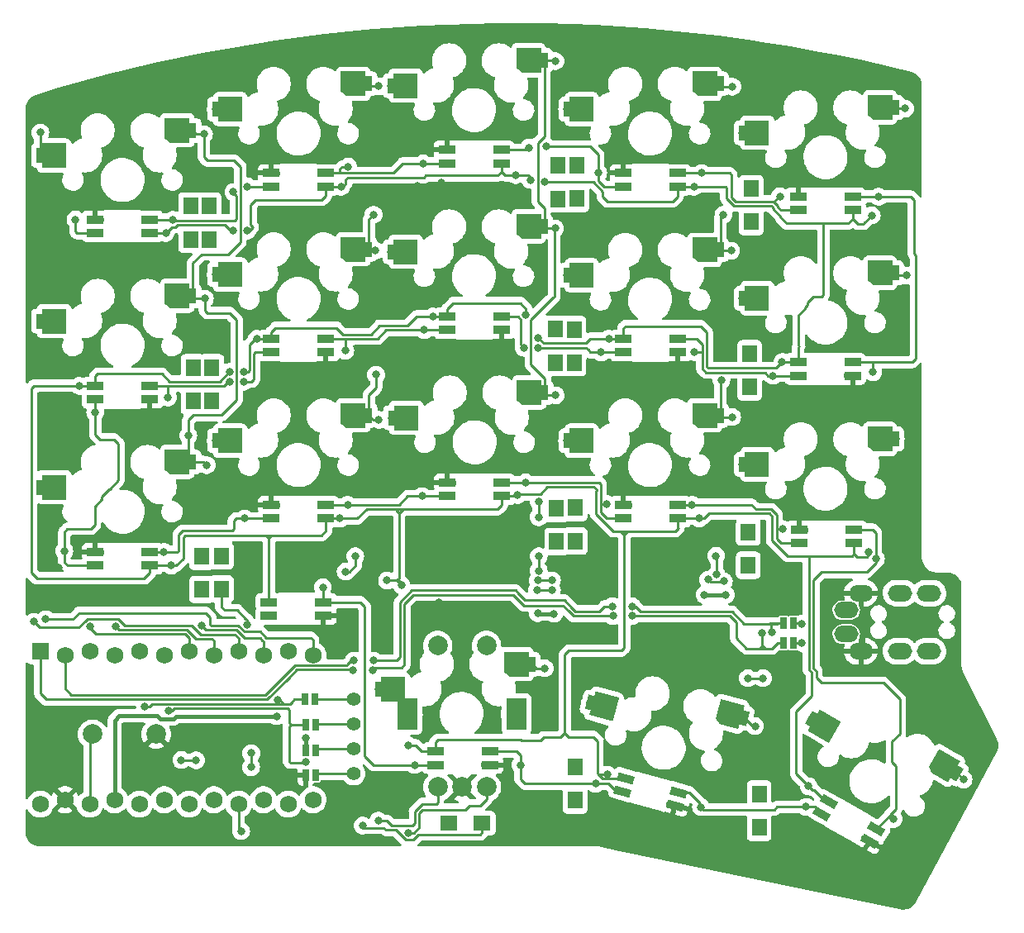
<source format=gbr>
G04 #@! TF.GenerationSoftware,KiCad,Pcbnew,7.0.1*
G04 #@! TF.CreationDate,2024-09-03T10:19:57+07:00*
G04 #@! TF.ProjectId,minikeeb,6d696e69-6b65-4656-922e-6b696361645f,rev?*
G04 #@! TF.SameCoordinates,Original*
G04 #@! TF.FileFunction,Copper,L2,Bot*
G04 #@! TF.FilePolarity,Positive*
%FSLAX46Y46*%
G04 Gerber Fmt 4.6, Leading zero omitted, Abs format (unit mm)*
G04 Created by KiCad (PCBNEW 7.0.1) date 2024-09-03 10:19:57*
%MOMM*%
%LPD*%
G01*
G04 APERTURE LIST*
G04 Aperture macros list*
%AMRotRect*
0 Rectangle, with rotation*
0 The origin of the aperture is its center*
0 $1 length*
0 $2 width*
0 $3 Rotation angle, in degrees counterclockwise*
0 Add horizontal line*
21,1,$1,$2,0,0,$3*%
%AMFreePoly0*
4,1,17,2.735355,1.235355,2.750000,1.200000,2.750000,-1.200000,2.735355,-1.235355,2.700000,-1.250000,0.300000,-1.250000,0.264645,-1.235355,0.250000,-1.200000,0.250000,-0.750000,-0.350000,-0.750000,-0.350000,0.750000,0.250000,0.750000,0.250000,1.200000,0.264645,1.235355,0.300000,1.250000,2.700000,1.250000,2.735355,1.235355,2.735355,1.235355,$1*%
%AMFreePoly1*
4,1,24,-0.364645,1.235355,-0.350000,1.200000,-0.350000,0.750000,0.350000,0.750000,0.350000,-0.750000,-0.350000,-0.750000,-0.350000,-1.200000,-0.364645,-1.235355,-0.400000,-1.250000,-2.300000,-1.250000,-2.315317,-1.243655,-2.331235,-1.239043,-2.831235,-0.839043,-2.832648,-0.836476,-2.835355,-0.835355,-2.841697,-0.820043,-2.849694,-0.805522,-2.848878,-0.802707,-2.850000,-0.800000,-2.850000,1.200000,
-2.835355,1.235355,-2.800000,1.250000,-0.400000,1.250000,-0.364645,1.235355,-0.364645,1.235355,$1*%
G04 Aperture macros list end*
G04 #@! TA.AperFunction,ComponentPad*
%ADD10C,2.000000*%
G04 #@! TD*
G04 #@! TA.AperFunction,ComponentPad*
%ADD11C,1.752600*%
G04 #@! TD*
G04 #@! TA.AperFunction,ComponentPad*
%ADD12R,1.752600X1.752600*%
G04 #@! TD*
G04 #@! TA.AperFunction,ComponentPad*
%ADD13O,2.500000X1.700000*%
G04 #@! TD*
G04 #@! TA.AperFunction,ComponentPad*
%ADD14R,1.500000X1.800000*%
G04 #@! TD*
G04 #@! TA.AperFunction,SMDPad,CuDef*
%ADD15FreePoly0,0.000000*%
G04 #@! TD*
G04 #@! TA.AperFunction,SMDPad,CuDef*
%ADD16FreePoly1,0.000000*%
G04 #@! TD*
G04 #@! TA.AperFunction,ComponentPad*
%ADD17R,1.800000X1.500000*%
G04 #@! TD*
G04 #@! TA.AperFunction,SMDPad,CuDef*
%ADD18FreePoly0,345.000000*%
G04 #@! TD*
G04 #@! TA.AperFunction,SMDPad,CuDef*
%ADD19FreePoly1,345.000000*%
G04 #@! TD*
G04 #@! TA.AperFunction,ComponentPad*
%ADD20C,1.397000*%
G04 #@! TD*
G04 #@! TA.AperFunction,SMDPad,CuDef*
%ADD21FreePoly0,330.000000*%
G04 #@! TD*
G04 #@! TA.AperFunction,SMDPad,CuDef*
%ADD22FreePoly1,330.000000*%
G04 #@! TD*
G04 #@! TA.AperFunction,ComponentPad*
%ADD23R,2.000000X3.200000*%
G04 #@! TD*
G04 #@! TA.AperFunction,SMDPad,CuDef*
%ADD24R,1.700000X0.825000*%
G04 #@! TD*
G04 #@! TA.AperFunction,SMDPad,CuDef*
%ADD25R,0.635000X1.143000*%
G04 #@! TD*
G04 #@! TA.AperFunction,SMDPad,CuDef*
%ADD26RotRect,1.700000X0.825000X150.000000*%
G04 #@! TD*
G04 #@! TA.AperFunction,SMDPad,CuDef*
%ADD27RotRect,1.700000X0.825000X165.000000*%
G04 #@! TD*
G04 #@! TA.AperFunction,ViaPad*
%ADD28C,0.800000*%
G04 #@! TD*
G04 #@! TA.AperFunction,Conductor*
%ADD29C,0.250000*%
G04 #@! TD*
G04 #@! TA.AperFunction,Conductor*
%ADD30C,0.254000*%
G04 #@! TD*
G04 #@! TA.AperFunction,Conductor*
%ADD31C,0.400000*%
G04 #@! TD*
G04 APERTURE END LIST*
D10*
X37070000Y-139900000D03*
X43570000Y-139900000D03*
D11*
X31700000Y-147068600D03*
X34240000Y-146611400D03*
X36780000Y-147068600D03*
X39320000Y-146611400D03*
X41860000Y-147068600D03*
X44400000Y-146611400D03*
X46940000Y-147068600D03*
X49480000Y-146611400D03*
X52020000Y-147068600D03*
X54560000Y-146611400D03*
X57100000Y-147068600D03*
X59640000Y-146611400D03*
X59640000Y-131828600D03*
X57100000Y-131371400D03*
X54560000Y-131828600D03*
X52020000Y-131371400D03*
X49480000Y-131828600D03*
X46940000Y-131371400D03*
X44400000Y-131828600D03*
X41860000Y-131371400D03*
X39320000Y-131828600D03*
X36780000Y-131371400D03*
X34240000Y-131828600D03*
D12*
X31700000Y-131371400D03*
D13*
X115770000Y-125440000D03*
X115770000Y-131390000D03*
X119770000Y-125440000D03*
X119770000Y-131390000D03*
X122770000Y-125440000D03*
X122770000Y-131390000D03*
X114270000Y-127190000D03*
X114270000Y-129640000D03*
D14*
X49010000Y-89190000D03*
X49010000Y-85790000D03*
D15*
X103641000Y-95226500D03*
D16*
X119341000Y-92626500D03*
D14*
X84720000Y-85050000D03*
X84720000Y-81650000D03*
X86680000Y-85029999D03*
X86680000Y-81629999D03*
D15*
X85670500Y-109831500D03*
D16*
X101370500Y-107231500D03*
D14*
X47350000Y-105760000D03*
X47350000Y-102360000D03*
D15*
X103641000Y-112244500D03*
D16*
X119341000Y-109644500D03*
D17*
X76980000Y-149030000D03*
X73580000Y-149030000D03*
D18*
X88004178Y-136672724D03*
D19*
X103842143Y-138224775D03*
D20*
X63790000Y-143940000D03*
X63790000Y-141400000D03*
X63790000Y-138860000D03*
X63790000Y-136320000D03*
D14*
X104380000Y-104319999D03*
X104380000Y-100919999D03*
D15*
X49666000Y-109831500D03*
D16*
X65366000Y-107231500D03*
D15*
X67636500Y-90464000D03*
D16*
X83336500Y-87864000D03*
D15*
X31632000Y-114594000D03*
D16*
X47332000Y-111994000D03*
D21*
X110728784Y-138301436D03*
D22*
X125625383Y-143899770D03*
D15*
X103641000Y-78272000D03*
D16*
X119341000Y-75672000D03*
D14*
X86380000Y-101820000D03*
X86380000Y-98420000D03*
D10*
X72410000Y-145310000D03*
X77410000Y-145310000D03*
X74910000Y-145310000D03*
D23*
X69310000Y-137810000D03*
X80510000Y-137810000D03*
D10*
X77410000Y-130810000D03*
X72410000Y-130810000D03*
D14*
X84480000Y-101810000D03*
X84480000Y-98410000D03*
X104530000Y-87400000D03*
X104530000Y-84000000D03*
D15*
X67636500Y-73446000D03*
D16*
X83336500Y-70846000D03*
D14*
X47100000Y-89190000D03*
X47100000Y-85790000D03*
D15*
X85670500Y-75859000D03*
D16*
X101370500Y-73259000D03*
D15*
X31632000Y-80621500D03*
D16*
X47332000Y-78021500D03*
D14*
X49280000Y-105740000D03*
X49280000Y-102340000D03*
X86500000Y-120099999D03*
X86500000Y-116699999D03*
X86500000Y-146660000D03*
X86500000Y-143260000D03*
D15*
X67700000Y-107482000D03*
D16*
X83400000Y-104882000D03*
D15*
X31632000Y-97576000D03*
D16*
X47332000Y-94976000D03*
D14*
X48230000Y-125060000D03*
X48230000Y-121660000D03*
D15*
X49666000Y-75859000D03*
D16*
X65366000Y-73259000D03*
D14*
X104230000Y-122580000D03*
X104230000Y-119180000D03*
D15*
X85670500Y-92877000D03*
D16*
X101370500Y-90277000D03*
D15*
X49666000Y-92813500D03*
D16*
X65366000Y-90213500D03*
D14*
X50250000Y-125020000D03*
X50250000Y-121620000D03*
X105350000Y-149430001D03*
X105350000Y-146030001D03*
X84590000Y-120160000D03*
X84590000Y-116760000D03*
D15*
X66370000Y-135320000D03*
D16*
X82070000Y-132720000D03*
D24*
X91434000Y-99376000D03*
X91434000Y-100776000D03*
X97034000Y-100776000D03*
X97034000Y-99376000D03*
X42920000Y-88560000D03*
X42920000Y-87160000D03*
X37320000Y-87160000D03*
X37320000Y-88560000D03*
X72170000Y-141640000D03*
X72170000Y-143040000D03*
X77770000Y-143040000D03*
X77770000Y-141640000D03*
X37332000Y-104202000D03*
X37332000Y-105602000D03*
X42932000Y-105602000D03*
X42932000Y-104202000D03*
D25*
X108820380Y-130550000D03*
X107819620Y-130550000D03*
X58859240Y-136340000D03*
X59860000Y-136340000D03*
D26*
X112475129Y-146833782D03*
X111775129Y-148046218D03*
X116624871Y-150846218D03*
X117324871Y-149633782D03*
D25*
X59890380Y-141550000D03*
X58889620Y-141550000D03*
D24*
X115068000Y-120334000D03*
X115068000Y-118934000D03*
X109468000Y-118934000D03*
X109468000Y-120334000D03*
X55118000Y-126362000D03*
X55118000Y-127762000D03*
X60718000Y-127762000D03*
X60718000Y-126362000D03*
X73400000Y-97090000D03*
X73400000Y-98490000D03*
X79000000Y-98490000D03*
X79000000Y-97090000D03*
X97034000Y-117794000D03*
X97034000Y-116394000D03*
X91434000Y-116394000D03*
X91434000Y-117794000D03*
D25*
X108840380Y-128540000D03*
X107839620Y-128540000D03*
X59910380Y-138950000D03*
X58909620Y-138950000D03*
D24*
X79000000Y-115510000D03*
X79000000Y-114110000D03*
X73400000Y-114110000D03*
X73400000Y-115510000D03*
X42930000Y-122620000D03*
X42930000Y-121220000D03*
X37330000Y-121220000D03*
X37330000Y-122620000D03*
X55370000Y-99380000D03*
X55370000Y-100780000D03*
X60970000Y-100780000D03*
X60970000Y-99380000D03*
X97002500Y-83810000D03*
X97002500Y-82410000D03*
X91402500Y-82410000D03*
X91402500Y-83810000D03*
X60950000Y-83810000D03*
X60950000Y-82410000D03*
X55350000Y-82410000D03*
X55350000Y-83810000D03*
D27*
X91710581Y-144395159D03*
X91348234Y-145747455D03*
X96757419Y-147196841D03*
X97119766Y-145844545D03*
D25*
X59910000Y-144100000D03*
X58909240Y-144100000D03*
D24*
X114930000Y-86220000D03*
X114930000Y-84820000D03*
X109330000Y-84820000D03*
X109330000Y-86220000D03*
X60966000Y-117794000D03*
X60966000Y-116394000D03*
X55366000Y-116394000D03*
X55366000Y-117794000D03*
X78950000Y-81420000D03*
X78950000Y-80020000D03*
X73350000Y-80020000D03*
X73350000Y-81420000D03*
X109327500Y-101770000D03*
X109327500Y-103170000D03*
X114927500Y-103170000D03*
X114927500Y-101770000D03*
D28*
X33220000Y-139330000D03*
X33730000Y-143720000D03*
X43180000Y-143880000D03*
X49450000Y-139880000D03*
X44830000Y-150110000D03*
X62110000Y-147560000D03*
X67810000Y-145840000D03*
X56010000Y-136400000D03*
X64725500Y-149255500D03*
X52280000Y-149814500D03*
X55920000Y-138050000D03*
X53300000Y-143284500D03*
X53320000Y-141835500D03*
X52883695Y-128646305D03*
X47664500Y-142560000D03*
X46150000Y-142544500D03*
X48229098Y-128754500D03*
X31040000Y-128370000D03*
X39410000Y-128840000D03*
X36840000Y-128824500D03*
X44870000Y-137514500D03*
X42430000Y-137064500D03*
X33940000Y-88600000D03*
X66000000Y-126530000D03*
X125040000Y-133480000D03*
X57700000Y-120770000D03*
X119130000Y-104010000D03*
X35700000Y-119900000D03*
X43900000Y-91740000D03*
X121950000Y-137450000D03*
X98620000Y-129990000D03*
X63700000Y-97090000D03*
X69110000Y-146300000D03*
X37780000Y-125690000D03*
X53250000Y-127150000D03*
X65530000Y-79790000D03*
X107920000Y-132420000D03*
X33270000Y-101650000D03*
X63450000Y-130900000D03*
X113769680Y-144734581D03*
X68340000Y-95700000D03*
X72940000Y-93850000D03*
X42930000Y-107320000D03*
X47750000Y-83260000D03*
X71530000Y-118510000D03*
X64431486Y-147173350D03*
X74130000Y-120360000D03*
X43040000Y-109840000D03*
X87060000Y-112200000D03*
X35460000Y-149510000D03*
X52920000Y-121310000D03*
X70360000Y-112260000D03*
X115460000Y-153890000D03*
X106650000Y-122340000D03*
X106170000Y-142610000D03*
X64580000Y-101020000D03*
X33460000Y-117690000D03*
X86890000Y-129450000D03*
X42650000Y-119090000D03*
X112630000Y-124570000D03*
X61270000Y-130710000D03*
X88150000Y-125650000D03*
X42320000Y-89950000D03*
X67080000Y-121070000D03*
X118710000Y-117360000D03*
X89419104Y-147697512D03*
X90690000Y-150100000D03*
X107540000Y-126930000D03*
X44607835Y-73909746D03*
X67000000Y-130710000D03*
X102830000Y-152460000D03*
X54300000Y-80190000D03*
X117220000Y-99710000D03*
X52110000Y-114280000D03*
X48730000Y-117200000D03*
X31960000Y-84690000D03*
X106090000Y-99260000D03*
X69580000Y-78170000D03*
X101150000Y-99020000D03*
X110382035Y-142374042D03*
X33270000Y-106390000D03*
X80070000Y-85720000D03*
X101950000Y-145290000D03*
X82500000Y-111900000D03*
X90270000Y-120710000D03*
X68160000Y-100670000D03*
X95760000Y-120310000D03*
X126400000Y-137110000D03*
X72830000Y-83400000D03*
X70360000Y-83700000D03*
X61270000Y-80280000D03*
X62250000Y-145660000D03*
X74940000Y-90160000D03*
X33620000Y-122880000D03*
X100180000Y-149510000D03*
X36500000Y-85020000D03*
X68430000Y-93580000D03*
X72540000Y-126420000D03*
X109705500Y-128570000D03*
X109705500Y-130560000D03*
X106640947Y-129411898D03*
X92350000Y-126790497D03*
X65840929Y-132361796D03*
X63814053Y-132351469D03*
X90294385Y-126792653D03*
X31720000Y-78260000D03*
X32630000Y-97250000D03*
X33074500Y-114594000D03*
X49666000Y-75859000D03*
X49666000Y-92813500D03*
X49666000Y-109831500D03*
X66370000Y-135320000D03*
X67636500Y-73446000D03*
X67636500Y-90464000D03*
X67700000Y-107482000D03*
X88004178Y-136672724D03*
X85670500Y-75859000D03*
X85670500Y-92877000D03*
X85670500Y-109831500D03*
X110728784Y-138301436D03*
X103641000Y-95226500D03*
X103641000Y-112244500D03*
X103641000Y-78272000D03*
X32270000Y-128130000D03*
X48470000Y-78430000D03*
X48740000Y-112330000D03*
X48560000Y-95280000D03*
X46870000Y-109290000D03*
X66370000Y-107690000D03*
X66030000Y-90350000D03*
X62990000Y-123230000D03*
X63970000Y-121665500D03*
X66330000Y-73520000D03*
X66100000Y-103060000D03*
X65850000Y-86670000D03*
X82770000Y-117660000D03*
X82750000Y-116035500D03*
X82770000Y-121665500D03*
X84440000Y-88080000D03*
X84480000Y-70940000D03*
X83370000Y-133150000D03*
X82770000Y-123150000D03*
X84490000Y-105170000D03*
X102470000Y-90370000D03*
X102590000Y-73550000D03*
X104930000Y-139070000D03*
X101483402Y-103595499D03*
X84124500Y-124140000D03*
X82673802Y-124144862D03*
X102580000Y-107400000D03*
X100990000Y-123560000D03*
X101690000Y-86675500D03*
X100940000Y-121620000D03*
X84124500Y-125140000D03*
X105730000Y-134150000D03*
X120490000Y-92900000D03*
X100120872Y-124053579D03*
X126290000Y-144550000D03*
X120300000Y-75790000D03*
X119341000Y-109644500D03*
X104195500Y-134160000D03*
X82586851Y-125140575D03*
X101723816Y-124238615D03*
X66320000Y-148750000D03*
X69430000Y-149980000D03*
X69400000Y-141030000D03*
X116880000Y-86750000D03*
X110420000Y-145220000D03*
X35700000Y-104202000D03*
X80615000Y-115385000D03*
X82694500Y-99300497D03*
X52934500Y-88290000D03*
X52540926Y-102786018D03*
X62530000Y-83810000D03*
X98680000Y-83810000D03*
X89940000Y-99376000D03*
X58910000Y-140250000D03*
X51485500Y-88274500D03*
X101930000Y-125605500D03*
X107710000Y-101770000D03*
X83384500Y-83310000D03*
X44560000Y-88560000D03*
X99200000Y-117794000D03*
X81910000Y-83110000D03*
X45120000Y-122620000D03*
X71950498Y-97090000D03*
X84340000Y-127550000D03*
X53900000Y-99380000D03*
X62415502Y-117794000D03*
X116585500Y-121250000D03*
X89780000Y-144050000D03*
X68684500Y-124594500D03*
X80410000Y-82630000D03*
X67230000Y-124144500D03*
X81463926Y-96899597D03*
X82675500Y-127510000D03*
X51085500Y-102790682D03*
X99750000Y-125610000D03*
X58880000Y-142711502D03*
X35310000Y-87160000D03*
X51485500Y-84360000D03*
X52934500Y-83780000D03*
X45264083Y-87191397D03*
X34170000Y-121130000D03*
X37332000Y-106920000D03*
X44790000Y-105390000D03*
X51085500Y-103790185D03*
X52534500Y-103785500D03*
X44381502Y-121220000D03*
X52640000Y-117794000D03*
X63260000Y-81740000D03*
X70920000Y-81420000D03*
X63180000Y-116394000D03*
X70820000Y-115510000D03*
X62950000Y-100610000D03*
X71050000Y-98490000D03*
X81780000Y-79790000D03*
X88860000Y-82390000D03*
X83560000Y-79690000D03*
X81433417Y-114092771D03*
X89740000Y-116330000D03*
X60650000Y-124840000D03*
X70060000Y-143040000D03*
X80890000Y-143050000D03*
X88590000Y-144980000D03*
X81245500Y-100300000D03*
X82694500Y-100300000D03*
X89160000Y-100776000D03*
X99470000Y-82410000D03*
X107480000Y-84800000D03*
X98483502Y-116394000D03*
X107750000Y-118880000D03*
X98710000Y-100740000D03*
X106770000Y-103170000D03*
X99385000Y-147365000D03*
X110160000Y-147350000D03*
X117010000Y-102810000D03*
X117600000Y-84820000D03*
X119140000Y-148590000D03*
X117310000Y-121940000D03*
X105644500Y-129490000D03*
X90360000Y-127790000D03*
X63770000Y-133350000D03*
X92350000Y-127790000D03*
X65790000Y-133360000D03*
D29*
X42905500Y-137064500D02*
X42430000Y-137064500D01*
X43180000Y-136790000D02*
X43050000Y-136920000D01*
X43050000Y-136920000D02*
X42905500Y-137064500D01*
X57470000Y-136630000D02*
X57760000Y-136340000D01*
X53920000Y-136790000D02*
X43180000Y-136790000D01*
X57310000Y-136790000D02*
X53920000Y-136790000D01*
X57470000Y-136630000D02*
X57310000Y-136790000D01*
X57760000Y-136340000D02*
X58859240Y-136340000D01*
X59870000Y-136330000D02*
X63780000Y-136330000D01*
X59860000Y-136340000D02*
X59870000Y-136330000D01*
X63780000Y-136330000D02*
X63790000Y-136320000D01*
X63780000Y-143950000D02*
X63790000Y-143940000D01*
X59910000Y-144100000D02*
X60060000Y-143950000D01*
X60060000Y-143950000D02*
X63780000Y-143950000D01*
D30*
X36780000Y-140190000D02*
X37070000Y-139900000D01*
X36780000Y-147068600D02*
X36780000Y-140190000D01*
X56648000Y-136788000D02*
X56940000Y-136788000D01*
X56260000Y-136400000D02*
X56648000Y-136788000D01*
X56010000Y-136400000D02*
X56260000Y-136400000D01*
D29*
X64945000Y-149475000D02*
X64725500Y-149255500D01*
X66900401Y-149475000D02*
X66150000Y-149475000D01*
X66150000Y-149475000D02*
X64945000Y-149475000D01*
X67130401Y-149705000D02*
X66900401Y-149475000D01*
X52020000Y-149554500D02*
X52020000Y-147068600D01*
X52280000Y-149814500D02*
X52020000Y-149554500D01*
D31*
X45640000Y-138050000D02*
X55920000Y-138050000D01*
X43660000Y-138000000D02*
X43800000Y-138140000D01*
X39790000Y-138000000D02*
X43660000Y-138000000D01*
X39320000Y-138470000D02*
X39790000Y-138000000D01*
X43800000Y-138140000D02*
X43974500Y-138314500D01*
X43974500Y-138314500D02*
X45375500Y-138314500D01*
X39320000Y-146611400D02*
X39320000Y-138470000D01*
X45375500Y-138314500D02*
X45640000Y-138050000D01*
D29*
X53320000Y-141835500D02*
X53320000Y-143264500D01*
X53320000Y-143264500D02*
X53300000Y-143284500D01*
X52750000Y-128050000D02*
X52883695Y-128183695D01*
X51900000Y-127200000D02*
X52750000Y-128050000D01*
X52883695Y-128183695D02*
X52883695Y-128646305D01*
X51656396Y-127200000D02*
X51900000Y-127200000D01*
X47649000Y-142544500D02*
X47664500Y-142560000D01*
X46150000Y-142544500D02*
X47649000Y-142544500D01*
X35676396Y-127460000D02*
X48630000Y-127460000D01*
X49110000Y-127940000D02*
X49110000Y-128650000D01*
X48630000Y-127460000D02*
X49110000Y-127940000D01*
X49220000Y-128760000D02*
X51972792Y-128760000D01*
X59640000Y-130240000D02*
X59640000Y-131828600D01*
X59410000Y-130010000D02*
X59640000Y-130240000D01*
X52616396Y-129403604D02*
X54220000Y-129403604D01*
X51972792Y-128760000D02*
X52616396Y-129403604D01*
X49110000Y-128650000D02*
X49220000Y-128760000D01*
X54220000Y-129403604D02*
X54826396Y-130010000D01*
X54826396Y-130010000D02*
X59410000Y-130010000D01*
X35006396Y-128130000D02*
X35676396Y-127460000D01*
X32270000Y-128130000D02*
X35006396Y-128130000D01*
X51413604Y-129210000D02*
X48684598Y-129210000D01*
X51786396Y-129210000D02*
X51413604Y-129210000D01*
X54220000Y-130040000D02*
X53170000Y-130040000D01*
X54450000Y-130270000D02*
X54220000Y-130040000D01*
X52008198Y-129431802D02*
X51786396Y-129210000D01*
X54560000Y-130380000D02*
X54450000Y-130270000D01*
X48684598Y-129210000D02*
X48229098Y-128754500D01*
X53170000Y-130040000D02*
X52616396Y-130040000D01*
X54560000Y-131828600D02*
X54560000Y-130380000D01*
X52616396Y-130040000D02*
X52008198Y-129431802D01*
X31650000Y-128980000D02*
X31040000Y-128370000D01*
X34160000Y-128980000D02*
X31650000Y-128980000D01*
X36539695Y-128099500D02*
X36324597Y-128314598D01*
X36324597Y-128314598D02*
X35659195Y-128980000D01*
X39694805Y-128099500D02*
X36539695Y-128099500D01*
X35659195Y-128980000D02*
X34160000Y-128980000D01*
X39817652Y-128222347D02*
X39694805Y-128099500D01*
X47200000Y-128750000D02*
X40345305Y-128750000D01*
X40345305Y-128750000D02*
X39817652Y-128222347D01*
X48110000Y-129660000D02*
X47200000Y-128750000D01*
X52020000Y-131371400D02*
X52020000Y-130080000D01*
X52020000Y-130080000D02*
X51600000Y-129660000D01*
X51600000Y-129660000D02*
X48110000Y-129660000D01*
X39770000Y-129200000D02*
X39410000Y-128840000D01*
X46726396Y-129200000D02*
X45110000Y-129200000D01*
X47626396Y-130100000D02*
X47203198Y-129676802D01*
X47690000Y-130110000D02*
X47680000Y-130100000D01*
X47680000Y-130100000D02*
X47626396Y-130100000D01*
X49260000Y-130110000D02*
X47690000Y-130110000D01*
X47203198Y-129676802D02*
X46726396Y-129200000D01*
X49480000Y-130330000D02*
X49260000Y-130110000D01*
X49480000Y-131828600D02*
X49480000Y-130330000D01*
X45110000Y-129200000D02*
X39770000Y-129200000D01*
X36840000Y-128960000D02*
X36840000Y-128824500D01*
X37430000Y-129630000D02*
X36800000Y-129000000D01*
X37430000Y-129650000D02*
X37430000Y-129630000D01*
X46540000Y-129650000D02*
X37430000Y-129650000D01*
X46790000Y-129900000D02*
X46540000Y-129650000D01*
X46940000Y-130050000D02*
X46790000Y-129900000D01*
X36800000Y-129000000D02*
X36840000Y-128960000D01*
X46940000Y-131371400D02*
X46940000Y-130050000D01*
D30*
X45164500Y-137514500D02*
X44870000Y-137514500D01*
X45180000Y-137530000D02*
X45164500Y-137514500D01*
X45468000Y-137242000D02*
X45180000Y-137530000D01*
X57180000Y-137420000D02*
X57002000Y-137242000D01*
X57002000Y-137242000D02*
X56880000Y-137242000D01*
X57180000Y-138350000D02*
X57180000Y-137420000D01*
X57180000Y-138770000D02*
X57180000Y-138350000D01*
X45500000Y-137242000D02*
X45468000Y-137242000D01*
X56880000Y-137242000D02*
X45500000Y-137242000D01*
X57360000Y-138950000D02*
X57180000Y-138770000D01*
X57360000Y-138950000D02*
X58909620Y-138950000D01*
X57190000Y-139120000D02*
X57360000Y-138950000D01*
X57318000Y-142808000D02*
X57190000Y-142680000D01*
X58783502Y-142808000D02*
X57318000Y-142808000D01*
X57190000Y-142680000D02*
X57190000Y-139120000D01*
X58880000Y-142711502D02*
X58783502Y-142808000D01*
D29*
X32320000Y-136340000D02*
X54930000Y-136340000D01*
X54930000Y-136340000D02*
X57120000Y-134150000D01*
X31700000Y-135720000D02*
X32320000Y-136340000D01*
X31700000Y-131371400D02*
X31700000Y-135720000D01*
X34890000Y-135890000D02*
X34240000Y-135240000D01*
X54743604Y-135890000D02*
X34890000Y-135890000D01*
X56570000Y-134063604D02*
X54743604Y-135890000D01*
X34240000Y-135240000D02*
X34240000Y-131828600D01*
X63780000Y-138870000D02*
X63790000Y-138860000D01*
X59990380Y-138870000D02*
X63780000Y-138870000D01*
X59910380Y-138950000D02*
X59990380Y-138870000D01*
X63780000Y-141410000D02*
X63790000Y-141400000D01*
X60030380Y-141410000D02*
X63780000Y-141410000D01*
X59890380Y-141550000D02*
X60030380Y-141410000D01*
X116072500Y-129212500D02*
X116072500Y-130633500D01*
X62200000Y-145610000D02*
X62250000Y-145660000D01*
X109675500Y-128540000D02*
X109705500Y-128570000D01*
X108840380Y-128540000D02*
X109675500Y-128540000D01*
X109705500Y-130560000D02*
X108830380Y-130560000D01*
X108830380Y-130560000D02*
X108820380Y-130550000D01*
X86516396Y-127320000D02*
X87634695Y-127320000D01*
X68400000Y-132160000D02*
X68550000Y-132010000D01*
X65840929Y-132361796D02*
X68198204Y-132361796D01*
X92350000Y-126790497D02*
X92650497Y-126790497D01*
X107839620Y-128540000D02*
X106400000Y-128540000D01*
X106380000Y-128560000D02*
X106540000Y-128560000D01*
X56570000Y-134063604D02*
X57793604Y-132840000D01*
X63100000Y-132840000D02*
X63170000Y-132770000D01*
X68550000Y-132010000D02*
X68550000Y-131040000D01*
X103780000Y-128560000D02*
X106380000Y-128560000D01*
X87634695Y-127320000D02*
X88980000Y-127320000D01*
X57793604Y-132840000D02*
X58166396Y-132840000D01*
X63588531Y-132351469D02*
X63814053Y-132351469D01*
X106400000Y-128540000D02*
X106380000Y-128560000D01*
X107140000Y-128540000D02*
X107839620Y-128540000D01*
X89507347Y-126792653D02*
X90294385Y-126792653D01*
X93200000Y-127340000D02*
X102560000Y-127340000D01*
X88980000Y-127320000D02*
X89130000Y-127170000D01*
X89130000Y-127170000D02*
X89507347Y-126792653D01*
X92650497Y-126790497D02*
X93200000Y-127340000D01*
X80376396Y-125170000D02*
X80640000Y-125433604D01*
X68198204Y-132361796D02*
X68400000Y-132160000D01*
X68550000Y-131040000D02*
X68550000Y-126363604D01*
X85370000Y-126173604D02*
X86183198Y-126986802D01*
X86183198Y-126986802D02*
X86516396Y-127320000D01*
X58166396Y-132840000D02*
X63100000Y-132840000D01*
X107120000Y-128560000D02*
X107279240Y-128560000D01*
X106540000Y-129310951D02*
X106640947Y-129411898D01*
X81380000Y-126173604D02*
X85370000Y-126173604D01*
X80640000Y-125433604D02*
X81380000Y-126173604D01*
X69743604Y-125170000D02*
X71420000Y-125170000D01*
X71420000Y-125170000D02*
X80376396Y-125170000D01*
X68550000Y-126363604D02*
X69743604Y-125170000D01*
X63170000Y-132770000D02*
X63588531Y-132351469D01*
X107120000Y-128560000D02*
X107140000Y-128540000D01*
X106540000Y-128560000D02*
X107120000Y-128560000D01*
X106540000Y-128560000D02*
X106540000Y-129310951D01*
X102560000Y-127340000D02*
X103780000Y-128560000D01*
X31720000Y-78260000D02*
X31720000Y-80533500D01*
X31720000Y-80533500D02*
X31632000Y-80621500D01*
X50580000Y-127200000D02*
X51656396Y-127200000D01*
X50250000Y-125020000D02*
X50250000Y-126870000D01*
X50250000Y-126870000D02*
X50580000Y-127200000D01*
X50930000Y-90750000D02*
X52210000Y-89470000D01*
X47332000Y-94976000D02*
X47332000Y-91628000D01*
X51090000Y-96730000D02*
X48800000Y-96730000D01*
X48840000Y-81130000D02*
X48470000Y-80760000D01*
X51570000Y-81130000D02*
X48840000Y-81130000D01*
X52210000Y-81770000D02*
X51570000Y-81130000D01*
X48570000Y-95290000D02*
X48560000Y-95280000D01*
X48470000Y-80760000D02*
X48470000Y-78430000D01*
X47740500Y-78430000D02*
X47332000Y-78021500D01*
X46870000Y-109290000D02*
X46870000Y-107720000D01*
X52210000Y-89470000D02*
X52210000Y-81770000D01*
X48210000Y-90750000D02*
X50930000Y-90750000D01*
X48560000Y-95280000D02*
X47636000Y-95280000D01*
X47380000Y-107210000D02*
X50270000Y-107210000D01*
X46870000Y-107720000D02*
X47380000Y-107210000D01*
X48800000Y-96730000D02*
X48570000Y-96500000D01*
X48470000Y-78430000D02*
X47740500Y-78430000D01*
X48570000Y-96500000D02*
X48570000Y-95290000D01*
X50270000Y-107210000D02*
X51810000Y-105670000D01*
X47636000Y-95280000D02*
X47332000Y-94976000D01*
X46870000Y-111532000D02*
X47332000Y-111994000D01*
X48404000Y-111994000D02*
X48740000Y-112330000D01*
X47332000Y-91628000D02*
X48210000Y-90750000D01*
X51810000Y-97450000D02*
X51090000Y-96730000D01*
X51810000Y-105670000D02*
X51810000Y-97450000D01*
X47332000Y-111994000D02*
X48404000Y-111994000D01*
X46870000Y-109290000D02*
X46870000Y-111532000D01*
X63370000Y-123230000D02*
X64020000Y-122580000D01*
X66030000Y-90350000D02*
X65502500Y-90350000D01*
X65366000Y-90213500D02*
X65366000Y-87154000D01*
X65366000Y-105114000D02*
X66110000Y-104370000D01*
X66330000Y-73520000D02*
X65627000Y-73520000D01*
X65366000Y-107231500D02*
X65366000Y-105114000D01*
X64020000Y-122580000D02*
X63970000Y-122530000D01*
X65366000Y-87154000D02*
X65850000Y-86670000D01*
X66370000Y-107690000D02*
X65824500Y-107690000D01*
X65627000Y-73520000D02*
X65366000Y-73259000D01*
X62990000Y-123230000D02*
X63370000Y-123230000D01*
X66110000Y-104370000D02*
X66110000Y-103070000D01*
X66110000Y-103070000D02*
X66100000Y-103060000D01*
X65824500Y-107690000D02*
X65366000Y-107231500D01*
X65502500Y-90350000D02*
X65366000Y-90213500D01*
X63970000Y-122530000D02*
X63970000Y-121665500D01*
X82770000Y-116055500D02*
X82750000Y-116035500D01*
X83336500Y-85996500D02*
X82660000Y-85320000D01*
X83336500Y-87864000D02*
X83336500Y-85996500D01*
X83400000Y-104882000D02*
X83400000Y-103480000D01*
X83474000Y-87864000D02*
X83336500Y-87864000D01*
X84360000Y-95050000D02*
X83805000Y-95605000D01*
X82660000Y-79290000D02*
X83336500Y-78613500D01*
X84490000Y-105170000D02*
X83688000Y-105170000D01*
X84386000Y-70846000D02*
X84480000Y-70940000D01*
X83370000Y-133150000D02*
X82500000Y-133150000D01*
X83400000Y-103480000D02*
X81970000Y-102050000D01*
X84440000Y-88080000D02*
X84360000Y-88160000D01*
X83552500Y-88080000D02*
X83336500Y-87864000D01*
X82660000Y-85320000D02*
X82660000Y-79290000D01*
X83336500Y-78613500D02*
X83336500Y-70846000D01*
X81970000Y-97440000D02*
X83805000Y-95605000D01*
X83688000Y-105170000D02*
X83400000Y-104882000D01*
X82770000Y-117660000D02*
X82770000Y-116055500D01*
X82500000Y-133150000D02*
X82070000Y-132720000D01*
X81970000Y-102050000D02*
X81970000Y-97440000D01*
X83805000Y-95605000D02*
X84250000Y-95160000D01*
X83336500Y-70846000D02*
X84386000Y-70846000D01*
X84440000Y-88080000D02*
X83552500Y-88080000D01*
X82770000Y-123150000D02*
X82770000Y-121665500D01*
X84360000Y-88160000D02*
X84360000Y-95050000D01*
X101539000Y-107400000D02*
X101370500Y-107231500D01*
X101463500Y-90370000D02*
X101370500Y-90277000D01*
X101661500Y-73550000D02*
X101370500Y-73259000D01*
X84119638Y-124144862D02*
X84124500Y-124140000D01*
X100990000Y-121670000D02*
X100940000Y-121620000D01*
X100990000Y-123560000D02*
X100990000Y-121670000D01*
X104687368Y-139070000D02*
X103842143Y-138224775D01*
X102470000Y-90370000D02*
X101463500Y-90370000D01*
X104930000Y-139070000D02*
X104687368Y-139070000D01*
X102590000Y-73550000D02*
X101661500Y-73550000D01*
X102580000Y-107400000D02*
X101539000Y-107400000D01*
X101370500Y-86995000D02*
X101690000Y-86675500D01*
X101370500Y-90277000D02*
X101370500Y-86995000D01*
X101370500Y-107231500D02*
X101370500Y-103708401D01*
X101370500Y-103708401D02*
X101483402Y-103595499D01*
X82673802Y-124144862D02*
X84119638Y-124144862D01*
X125625383Y-143899770D02*
X125639770Y-143899770D01*
X82586851Y-125140575D02*
X84123925Y-125140575D01*
X100352293Y-124285000D02*
X101677431Y-124285000D01*
X119459000Y-75790000D02*
X119341000Y-75672000D01*
X119614500Y-92900000D02*
X119341000Y-92626500D01*
X100120872Y-124053579D02*
X100352293Y-124285000D01*
X125639770Y-143899770D02*
X126290000Y-144550000D01*
X84123925Y-125140575D02*
X84124500Y-125140000D01*
X120300000Y-75790000D02*
X119459000Y-75790000D01*
X105730000Y-134150000D02*
X104205500Y-134150000D01*
X101677431Y-124285000D02*
X101723816Y-124238615D01*
X104205500Y-134150000D02*
X104195500Y-134160000D01*
X120490000Y-92900000D02*
X119614500Y-92900000D01*
X70080000Y-147793604D02*
X70853604Y-147020000D01*
X66320000Y-148750000D02*
X67200000Y-148750000D01*
X72270000Y-147020000D02*
X72410000Y-146880000D01*
X67200000Y-148750000D02*
X67705000Y-149255000D01*
X70853604Y-147020000D02*
X72270000Y-147020000D01*
X72410000Y-146880000D02*
X72410000Y-145310000D01*
X70080000Y-149040000D02*
X70080000Y-147793604D01*
X67705000Y-149255000D02*
X69865000Y-149255000D01*
X69865000Y-149255000D02*
X70080000Y-149040000D01*
X77410000Y-146540000D02*
X77410000Y-145310000D01*
X76750000Y-147200000D02*
X77410000Y-146540000D01*
X69430000Y-149980000D02*
X70010000Y-149980000D01*
X75210000Y-147640000D02*
X75650000Y-147200000D01*
X70530000Y-149460000D02*
X70530000Y-147980000D01*
X70010000Y-149980000D02*
X70530000Y-149460000D01*
X70870000Y-147640000D02*
X75210000Y-147640000D01*
X70530000Y-147980000D02*
X70870000Y-147640000D01*
X75650000Y-147200000D02*
X76750000Y-147200000D01*
X96470000Y-85320000D02*
X97002500Y-84787500D01*
X80490000Y-115510000D02*
X80615000Y-115385000D01*
X53234805Y-87714805D02*
X53234805Y-85665195D01*
X44180000Y-102970000D02*
X37600000Y-102970000D01*
X111910000Y-87570000D02*
X114460000Y-87570000D01*
X91230000Y-131340000D02*
X91530000Y-131040000D01*
X99200000Y-117794000D02*
X99676000Y-117794000D01*
X68474000Y-117240000D02*
X68870000Y-116844000D01*
X70740000Y-141640000D02*
X72170000Y-141640000D01*
X30770000Y-104450000D02*
X30770000Y-112460000D01*
X108150000Y-87570000D02*
X111910000Y-87570000D01*
X51085500Y-102790682D02*
X51059698Y-102790682D01*
X31018000Y-104202000D02*
X30770000Y-104450000D01*
X63200000Y-82860000D02*
X71000000Y-82860000D01*
X110743604Y-133600000D02*
X110743604Y-135986396D01*
X50640000Y-87710000D02*
X50970000Y-88040000D01*
X80960000Y-140510000D02*
X82960000Y-140510000D01*
X64186000Y-117794000D02*
X65136000Y-116844000D01*
X68470000Y-117240000D02*
X68160000Y-116930000D01*
X107710000Y-101770000D02*
X109327500Y-101770000D01*
X109400000Y-100070000D02*
X109450000Y-100120000D01*
X88640000Y-114990000D02*
X88640000Y-117356396D01*
X89320000Y-84296396D02*
X89320000Y-84820000D01*
X53470000Y-87950000D02*
X53234805Y-87714805D01*
X106680000Y-117596396D02*
X106680000Y-120056396D01*
X100096396Y-102390000D02*
X107090000Y-102390000D01*
X110030000Y-96200000D02*
X110030000Y-96320000D01*
X88670000Y-114960000D02*
X88640000Y-114990000D01*
X111760000Y-95090000D02*
X110850000Y-95090000D01*
X42350000Y-123940000D02*
X42930000Y-123360000D01*
X70260000Y-97090000D02*
X69310000Y-98040000D01*
X98680000Y-83810000D02*
X101900000Y-83810000D01*
X91190000Y-119100000D02*
X91930000Y-119100000D01*
X88780000Y-143910000D02*
X88780000Y-140580000D01*
X31360000Y-123940000D02*
X42350000Y-123940000D01*
X45120000Y-122620000D02*
X45630000Y-122620000D01*
X74000000Y-95720000D02*
X73400000Y-96320000D01*
X42930000Y-123360000D02*
X42930000Y-122620000D01*
X81850000Y-82780000D02*
X81850000Y-83050000D01*
X63010000Y-83500000D02*
X63010000Y-83050000D01*
X81463926Y-96899597D02*
X81463926Y-96303926D01*
X106706802Y-85853198D02*
X106706802Y-85993198D01*
D31*
X101930000Y-125605500D02*
X99754500Y-125605500D01*
D29*
X106706802Y-85993198D02*
X107620000Y-86906396D01*
X100190000Y-117280000D02*
X106363604Y-117280000D01*
X89265159Y-144395159D02*
X88905000Y-144035000D01*
X83270000Y-140200000D02*
X85010000Y-140200000D01*
X42920000Y-88560000D02*
X44560000Y-88560000D01*
X55790000Y-98250000D02*
X55370000Y-98670000D01*
X45180000Y-87940000D02*
X45540000Y-87940000D01*
X80689500Y-115310500D02*
X82909500Y-115310500D01*
X53140000Y-102590000D02*
X52943982Y-102786018D01*
D31*
X58889620Y-141550000D02*
X58889620Y-140270380D01*
D29*
X53130000Y-88290000D02*
X53470000Y-87950000D01*
X50110000Y-87710000D02*
X50640000Y-87710000D01*
X53710000Y-99380000D02*
X53140000Y-99950000D01*
X55118000Y-126362000D02*
X55118000Y-119778000D01*
X97002500Y-83810000D02*
X98680000Y-83810000D01*
X97002500Y-84787500D02*
X97002500Y-83810000D01*
X68470000Y-123970000D02*
X68470000Y-117240000D01*
X109400000Y-96950000D02*
X109400000Y-100070000D01*
X55360000Y-119510000D02*
X60530000Y-119510000D01*
X110420000Y-145220000D02*
X110810000Y-145610000D01*
X55370000Y-98670000D02*
X55370000Y-99380000D01*
X52943982Y-102786018D02*
X52540926Y-102786018D01*
X65136000Y-116844000D02*
X68160000Y-116844000D01*
X78560000Y-82640000D02*
X78950000Y-82250000D01*
X115420000Y-87590000D02*
X114930000Y-87100000D01*
X91434000Y-98296000D02*
X91650000Y-98080000D01*
X80410000Y-82630000D02*
X81700000Y-82630000D01*
X110310000Y-121620000D02*
X114850000Y-121620000D01*
X110310000Y-121620000D02*
X110430000Y-121740000D01*
X101990000Y-85016396D02*
X102723604Y-85750000D01*
D31*
X68684500Y-124533500D02*
X68295500Y-124144500D01*
D29*
X91710581Y-144395159D02*
X89265159Y-144395159D01*
D31*
X68684500Y-124594500D02*
X68684500Y-124454500D01*
D29*
X106363604Y-117280000D02*
X106680000Y-117596396D01*
X110743604Y-135986396D02*
X109140000Y-137590000D01*
X62530000Y-83810000D02*
X62700000Y-83810000D01*
X69400000Y-141030000D02*
X70130000Y-141030000D01*
X87570000Y-99850000D02*
X83269805Y-99850000D01*
X45630000Y-122620000D02*
X46350000Y-121900000D01*
X67230000Y-124144500D02*
X68295500Y-124144500D01*
D31*
X68684500Y-124594500D02*
X68684500Y-124533500D01*
D29*
X110810000Y-145610000D02*
X110990000Y-145610000D01*
X51204500Y-88274500D02*
X51485500Y-88274500D01*
X88333604Y-83310000D02*
X89320000Y-84296396D01*
X78950000Y-82250000D02*
X79330000Y-82630000D01*
X110850000Y-95090000D02*
X110300000Y-95640000D01*
X68470000Y-117240000D02*
X68474000Y-117240000D01*
X73400000Y-97090000D02*
X70260000Y-97090000D01*
X30760000Y-112470000D02*
X30760000Y-123340000D01*
X85010000Y-140200000D02*
X85430000Y-139780000D01*
X106603604Y-85750000D02*
X106706802Y-85853198D01*
X110990000Y-145610000D02*
X111690000Y-146310000D01*
X52934500Y-88290000D02*
X53130000Y-88290000D01*
X111910000Y-94940000D02*
X111760000Y-95090000D01*
X72410000Y-140480000D02*
X80930000Y-140480000D01*
X37600000Y-102970000D02*
X37332000Y-103238000D01*
X88640000Y-117356396D02*
X90383604Y-119100000D01*
X107620000Y-87040000D02*
X108150000Y-87570000D01*
X90383604Y-119100000D02*
X91190000Y-119100000D01*
X88410000Y-114560000D02*
X88670000Y-114820000D01*
X115068000Y-121398000D02*
X115068000Y-120334000D01*
X110300000Y-95930000D02*
X110030000Y-96200000D01*
X65560000Y-98930000D02*
X62750000Y-98930000D01*
X79550000Y-82630000D02*
X80410000Y-82630000D01*
X83660000Y-114560000D02*
X88410000Y-114560000D01*
X116880000Y-86750000D02*
X116080000Y-87550000D01*
X69310000Y-98040000D02*
X66450000Y-98040000D01*
X62700000Y-83810000D02*
X63010000Y-83500000D01*
X53900000Y-99380000D02*
X53710000Y-99380000D01*
X97050000Y-118810000D02*
X97034000Y-118794000D01*
X85430000Y-131770000D02*
X85860000Y-131340000D01*
X91530000Y-119440000D02*
X91190000Y-119100000D01*
X115070000Y-121400000D02*
X115068000Y-121398000D01*
X68160000Y-116844000D02*
X68870000Y-116844000D01*
X55118000Y-119752000D02*
X55360000Y-119510000D01*
X88780000Y-140580000D02*
X88380000Y-140180000D01*
X71000000Y-82860000D02*
X71220000Y-82640000D01*
X35700000Y-104202000D02*
X31018000Y-104202000D01*
X68870000Y-116844000D02*
X78546000Y-116844000D01*
X81463926Y-96303926D02*
X80880000Y-95720000D01*
D31*
X58889620Y-140270380D02*
X58910000Y-140250000D01*
D29*
X44560000Y-88560000D02*
X45180000Y-87940000D01*
X101990000Y-83900000D02*
X101990000Y-85016396D01*
X45770000Y-87710000D02*
X50110000Y-87710000D01*
X91530000Y-119440000D02*
X91870000Y-119100000D01*
X83269805Y-99850000D02*
X82720302Y-99300497D01*
X60550000Y-85140000D02*
X60950000Y-84740000D01*
X114930000Y-87100000D02*
X114930000Y-86220000D01*
X46570000Y-119510000D02*
X54850000Y-119510000D01*
X68160000Y-116930000D02*
X68160000Y-116844000D01*
X82720302Y-99300497D02*
X82694500Y-99300497D01*
D31*
X99754500Y-125605500D02*
X99750000Y-125610000D01*
D29*
X63010000Y-83050000D02*
X63200000Y-82860000D01*
X53760000Y-85140000D02*
X60550000Y-85140000D01*
X108243604Y-121620000D02*
X110310000Y-121620000D01*
X88920000Y-144050000D02*
X88905000Y-144035000D01*
X79330000Y-82630000D02*
X79550000Y-82630000D01*
X116360000Y-121700000D02*
X115370000Y-121700000D01*
X111951347Y-146310000D02*
X112475129Y-146833782D01*
X50098380Y-103752000D02*
X44962000Y-103752000D01*
X46350000Y-121900000D02*
X46350000Y-119730000D01*
X60530000Y-119510000D02*
X60966000Y-119074000D01*
X46350000Y-119730000D02*
X46570000Y-119510000D01*
X55118000Y-119778000D02*
X54850000Y-119510000D01*
X85430000Y-139780000D02*
X85430000Y-131770000D01*
X80880000Y-95720000D02*
X74000000Y-95720000D01*
X72170000Y-140720000D02*
X72410000Y-140480000D01*
X66450000Y-98040000D02*
X65560000Y-98930000D01*
X53140000Y-99950000D02*
X53140000Y-102590000D01*
X109140000Y-137590000D02*
X109140000Y-143940000D01*
X30770000Y-112460000D02*
X30760000Y-112470000D01*
X60966000Y-119074000D02*
X60966000Y-117794000D01*
X78546000Y-116844000D02*
X79000000Y-116390000D01*
X89780000Y-144050000D02*
X88920000Y-144050000D01*
X111910000Y-87570000D02*
X111910000Y-94940000D01*
X79000000Y-116390000D02*
X79000000Y-115510000D01*
X88670000Y-114820000D02*
X88670000Y-114960000D01*
X82960000Y-140510000D02*
X83270000Y-140200000D01*
X110430000Y-121740000D02*
X110430000Y-133286396D01*
X116080000Y-87550000D02*
X116080000Y-87590000D01*
X85860000Y-131340000D02*
X91230000Y-131340000D01*
X97034000Y-118794000D02*
X97034000Y-117794000D01*
X106680000Y-120056396D02*
X108243604Y-121620000D01*
X102723604Y-85750000D02*
X106603604Y-85750000D01*
X99676000Y-117794000D02*
X100190000Y-117280000D01*
X55370000Y-99380000D02*
X53900000Y-99380000D01*
X91870000Y-119100000D02*
X91930000Y-119100000D01*
X68295500Y-124144500D02*
X68470000Y-123970000D01*
X91650000Y-98080000D02*
X99350000Y-98080000D01*
X37332000Y-104202000D02*
X35700000Y-104202000D01*
X89320000Y-84820000D02*
X89820000Y-85320000D01*
X71220000Y-82640000D02*
X78560000Y-82640000D01*
X55118000Y-119778000D02*
X55118000Y-119752000D01*
X81850000Y-83050000D02*
X81910000Y-83110000D01*
D31*
X84340000Y-127550000D02*
X82715500Y-127550000D01*
D29*
X80930000Y-140480000D02*
X80960000Y-140510000D01*
X60950000Y-83810000D02*
X62530000Y-83810000D01*
X85830000Y-140180000D02*
X85430000Y-139780000D01*
X82909500Y-115310500D02*
X83660000Y-114560000D01*
X96760000Y-119100000D02*
X97050000Y-118810000D01*
X79000000Y-115510000D02*
X80490000Y-115510000D01*
X116585500Y-121250000D02*
X116585500Y-121474500D01*
X88044000Y-99376000D02*
X87570000Y-99850000D01*
X109140000Y-143940000D02*
X110420000Y-145220000D01*
X30760000Y-123340000D02*
X31360000Y-123940000D01*
X51059698Y-102790682D02*
X50098380Y-103752000D01*
X88380000Y-140180000D02*
X85830000Y-140180000D01*
X37332000Y-103238000D02*
X37332000Y-104202000D01*
X110430000Y-133286396D02*
X110743604Y-133600000D01*
X97034000Y-117794000D02*
X99200000Y-117794000D01*
X83384500Y-83310000D02*
X88333604Y-83310000D01*
X114460000Y-87570000D02*
X114930000Y-87100000D01*
X80615000Y-115385000D02*
X80689500Y-115310500D01*
X91434000Y-99376000D02*
X89940000Y-99376000D01*
X107620000Y-86906396D02*
X107620000Y-87040000D01*
X70130000Y-141030000D02*
X70740000Y-141640000D01*
X115370000Y-121700000D02*
X115070000Y-121400000D01*
D31*
X68684500Y-124454500D02*
X68480000Y-124250000D01*
D29*
X62070000Y-98250000D02*
X55790000Y-98250000D01*
X60966000Y-117794000D02*
X64186000Y-117794000D01*
X110030000Y-96320000D02*
X109400000Y-96950000D01*
X62750000Y-98930000D02*
X62070000Y-98250000D01*
X111690000Y-146310000D02*
X111951347Y-146310000D01*
X81700000Y-82630000D02*
X81850000Y-82780000D01*
X50970000Y-88040000D02*
X51204500Y-88274500D01*
X89940000Y-99376000D02*
X88044000Y-99376000D01*
X72170000Y-141640000D02*
X72170000Y-140720000D01*
X78950000Y-82250000D02*
X78950000Y-81420000D01*
X45540000Y-87940000D02*
X45770000Y-87710000D01*
X99350000Y-98080000D02*
X99970000Y-98700000D01*
X54850000Y-119510000D02*
X55360000Y-119510000D01*
X109450000Y-100120000D02*
X109327500Y-100242500D01*
X42930000Y-122620000D02*
X45120000Y-122620000D01*
X99970000Y-102263604D02*
X100096396Y-102390000D01*
X110300000Y-95640000D02*
X110300000Y-95930000D01*
X101900000Y-83810000D02*
X101990000Y-83900000D01*
X109327500Y-100242500D02*
X109327500Y-101770000D01*
X60950000Y-84740000D02*
X60950000Y-83810000D01*
X91930000Y-119100000D02*
X96760000Y-119100000D01*
X89820000Y-85320000D02*
X96470000Y-85320000D01*
D31*
X82715500Y-127550000D02*
X82675500Y-127510000D01*
D29*
X114850000Y-121620000D02*
X115070000Y-121400000D01*
X116080000Y-87590000D02*
X115420000Y-87590000D01*
X44962000Y-103752000D02*
X44180000Y-102970000D01*
X88905000Y-144035000D02*
X88780000Y-143910000D01*
X91434000Y-99376000D02*
X91434000Y-98296000D01*
X91530000Y-131040000D02*
X91530000Y-119440000D01*
X73400000Y-96320000D02*
X73400000Y-97090000D01*
X53234805Y-85665195D02*
X53760000Y-85140000D01*
X99970000Y-98700000D02*
X99970000Y-102263604D01*
X116585500Y-121474500D02*
X116360000Y-121700000D01*
X107090000Y-102390000D02*
X107710000Y-101770000D01*
X59360000Y-147190000D02*
X59360000Y-146581495D01*
X35310000Y-88390000D02*
X35310000Y-87160000D01*
X37320000Y-88560000D02*
X35480000Y-88560000D01*
X35480000Y-88560000D02*
X35310000Y-88390000D01*
X45380000Y-87260000D02*
X51650000Y-87260000D01*
X44821397Y-87191397D02*
X44790000Y-87160000D01*
X51760000Y-84710000D02*
X51485500Y-84435500D01*
X55320000Y-83780000D02*
X55350000Y-83810000D01*
X45280000Y-87160000D02*
X45380000Y-87260000D01*
X52934500Y-83780000D02*
X55320000Y-83780000D01*
X42920000Y-87160000D02*
X44790000Y-87160000D01*
X51650000Y-87260000D02*
X51760000Y-87150000D01*
X51485500Y-84435500D02*
X51485500Y-84360000D01*
X44790000Y-87160000D02*
X45280000Y-87160000D01*
X51760000Y-87150000D02*
X51760000Y-84710000D01*
X45264083Y-87191397D02*
X44821397Y-87191397D01*
X34170000Y-122310000D02*
X34170000Y-121130000D01*
X37290000Y-116540000D02*
X38010000Y-115820000D01*
X38800000Y-114780000D02*
X39700000Y-113880000D01*
X39700000Y-110110000D02*
X39280000Y-109690000D01*
X38010000Y-115820000D02*
X38010000Y-115530000D01*
X37332000Y-109172000D02*
X37332000Y-106920000D01*
X38010000Y-115530000D02*
X38760000Y-114780000D01*
X39700000Y-113880000D02*
X39700000Y-110110000D01*
X39280000Y-109690000D02*
X37850000Y-109690000D01*
X34480000Y-122620000D02*
X34170000Y-122310000D01*
X37850000Y-109690000D02*
X37332000Y-109172000D01*
X37310000Y-116960000D02*
X37290000Y-116940000D01*
X37290000Y-116940000D02*
X37290000Y-116540000D01*
X34170000Y-121130000D02*
X34170000Y-119160000D01*
X34470000Y-118860000D02*
X36880000Y-118860000D01*
X37330000Y-122620000D02*
X34480000Y-122620000D01*
X37310000Y-118430000D02*
X37310000Y-116960000D01*
X34170000Y-119160000D02*
X34470000Y-118860000D01*
X38760000Y-114780000D02*
X38800000Y-114780000D01*
X37332000Y-106920000D02*
X37332000Y-105602000D01*
X36880000Y-118860000D02*
X37310000Y-118430000D01*
X53354500Y-103785500D02*
X52534500Y-103785500D01*
X51085500Y-103790185D02*
X50969815Y-103790185D01*
X53590000Y-100950000D02*
X53590000Y-103550000D01*
X50558000Y-104202000D02*
X44930000Y-104202000D01*
X55370000Y-100780000D02*
X53760000Y-100780000D01*
X53760000Y-100780000D02*
X53590000Y-100950000D01*
X44790000Y-105390000D02*
X44790000Y-104342000D01*
X50969815Y-103790185D02*
X50558000Y-104202000D01*
X44930000Y-104202000D02*
X42932000Y-104202000D01*
X53590000Y-103550000D02*
X53480000Y-103660000D01*
X53480000Y-103660000D02*
X53354500Y-103785500D01*
X44790000Y-104342000D02*
X44930000Y-104202000D01*
X42930000Y-121220000D02*
X45760000Y-121220000D01*
X46270000Y-119060000D02*
X51350000Y-119060000D01*
X51350000Y-119060000D02*
X51530000Y-118880000D01*
X51760000Y-117760000D02*
X51794000Y-117794000D01*
X51794000Y-117794000D02*
X52640000Y-117794000D01*
X52640000Y-117794000D02*
X55366000Y-117794000D01*
X51530000Y-118880000D02*
X51530000Y-117990000D01*
X45900000Y-119430000D02*
X46270000Y-119060000D01*
X45760000Y-121220000D02*
X45900000Y-121080000D01*
X51530000Y-117990000D02*
X51760000Y-117760000D01*
X45900000Y-121080000D02*
X45900000Y-119430000D01*
X63260000Y-81740000D02*
X62640000Y-81740000D01*
X68850000Y-81420000D02*
X70920000Y-81420000D01*
X60950000Y-82410000D02*
X62400000Y-82410000D01*
X70920000Y-81420000D02*
X73350000Y-81420000D01*
X62640000Y-81740000D02*
X62400000Y-81980000D01*
X62400000Y-81980000D02*
X62400000Y-82410000D01*
X67860000Y-82410000D02*
X68850000Y-81420000D01*
X62400000Y-82410000D02*
X67860000Y-82410000D01*
X69340000Y-115510000D02*
X70820000Y-115510000D01*
X60966000Y-116394000D02*
X63180000Y-116394000D01*
X68456000Y-116394000D02*
X69340000Y-115510000D01*
X70820000Y-115510000D02*
X73400000Y-115510000D01*
X63180000Y-116394000D02*
X68456000Y-116394000D01*
X73400000Y-98490000D02*
X71050000Y-98490000D01*
X62950000Y-99420000D02*
X62910000Y-99380000D01*
X66260000Y-99380000D02*
X62910000Y-99380000D01*
X62910000Y-99380000D02*
X60970000Y-99380000D01*
X71050000Y-98490000D02*
X67150000Y-98490000D01*
X67150000Y-98490000D02*
X66260000Y-99380000D01*
X62950000Y-100610000D02*
X62950000Y-99420000D01*
X81550000Y-80020000D02*
X81780000Y-79790000D01*
X89470000Y-83810000D02*
X91402500Y-83810000D01*
X78950000Y-80020000D02*
X81550000Y-80020000D01*
X88860000Y-80550000D02*
X88860000Y-82390000D01*
X88000000Y-79690000D02*
X88860000Y-80550000D01*
X88860000Y-83200000D02*
X89470000Y-83810000D01*
X88860000Y-82390000D02*
X88860000Y-83200000D01*
X83560000Y-79690000D02*
X88000000Y-79690000D01*
X88930000Y-114110000D02*
X89120000Y-114300000D01*
X89120000Y-116820000D02*
X89090000Y-116850000D01*
X89740000Y-116330000D02*
X89190000Y-116330000D01*
X89190000Y-116330000D02*
X89120000Y-116260000D01*
X79000000Y-114110000D02*
X88930000Y-114110000D01*
X89090000Y-116850000D02*
X89090000Y-117170000D01*
X89090000Y-117170000D02*
X89714000Y-117794000D01*
X89714000Y-117794000D02*
X91434000Y-117794000D01*
X89120000Y-114300000D02*
X89120000Y-116260000D01*
X89120000Y-116260000D02*
X89120000Y-116820000D01*
X70060000Y-143040000D02*
X65840000Y-143040000D01*
X60650000Y-126294000D02*
X60718000Y-126362000D01*
X64930000Y-142130000D02*
X64930000Y-126800000D01*
X64930000Y-126800000D02*
X64492000Y-126362000D01*
X65840000Y-143040000D02*
X64930000Y-142130000D01*
X64492000Y-126362000D02*
X60718000Y-126362000D01*
X60650000Y-124840000D02*
X60650000Y-126294000D01*
X72170000Y-143040000D02*
X70060000Y-143040000D01*
X88590000Y-144980000D02*
X81370000Y-144980000D01*
X80890000Y-144500000D02*
X80890000Y-143050000D01*
X80900000Y-142070000D02*
X80470000Y-141640000D01*
X81370000Y-144980000D02*
X80890000Y-144500000D01*
X91348234Y-145747455D02*
X90697455Y-145747455D01*
X80890000Y-142080000D02*
X80900000Y-142070000D01*
X90697455Y-145747455D02*
X89930000Y-144980000D01*
X80470000Y-141640000D02*
X77770000Y-141640000D01*
X89930000Y-144980000D02*
X88590000Y-144980000D01*
X80890000Y-143050000D02*
X80890000Y-142080000D01*
X81220000Y-100300000D02*
X80940000Y-100020000D01*
X80940000Y-100020000D02*
X80940000Y-97400000D01*
X87590000Y-100300000D02*
X83570000Y-100300000D01*
X89160000Y-100776000D02*
X88066000Y-100776000D01*
X80630000Y-97090000D02*
X79000000Y-97090000D01*
X88066000Y-100776000D02*
X87820000Y-100530000D01*
X87820000Y-100530000D02*
X87590000Y-100300000D01*
X91434000Y-100776000D02*
X89160000Y-100776000D01*
X83570000Y-100300000D02*
X82694500Y-100300000D01*
X81245500Y-100300000D02*
X81220000Y-100300000D01*
X80940000Y-97400000D02*
X80630000Y-97090000D01*
X107480000Y-84800000D02*
X107410000Y-84800000D01*
X107570000Y-86220000D02*
X109330000Y-86220000D01*
X102500000Y-84890000D02*
X102910000Y-85300000D01*
X106850000Y-85360000D02*
X107270000Y-85780000D01*
X102500000Y-82610000D02*
X102500000Y-84890000D01*
X102300000Y-82410000D02*
X102500000Y-82610000D01*
X107270000Y-85780000D02*
X107270000Y-85920000D01*
X102910000Y-85300000D02*
X106790000Y-85300000D01*
X107270000Y-85920000D02*
X107570000Y-86220000D01*
X106790000Y-85300000D02*
X106850000Y-85360000D01*
X107410000Y-84800000D02*
X106850000Y-85360000D01*
X99470000Y-82410000D02*
X102300000Y-82410000D01*
X97002500Y-82410000D02*
X99470000Y-82410000D01*
X105010000Y-116830000D02*
X106550000Y-116830000D01*
X107130000Y-118760000D02*
X107130000Y-119870000D01*
X107130000Y-119870000D02*
X107594000Y-120334000D01*
X106550000Y-116830000D02*
X107130000Y-117410000D01*
X107250000Y-118880000D02*
X107130000Y-118760000D01*
X104574000Y-116394000D02*
X105010000Y-116830000D01*
X97034000Y-116394000D02*
X104574000Y-116394000D01*
X107750000Y-118880000D02*
X107250000Y-118880000D01*
X107594000Y-120334000D02*
X109468000Y-120334000D01*
X107130000Y-117410000D02*
X107130000Y-118760000D01*
X106270000Y-103170000D02*
X105940000Y-102840000D01*
X99910000Y-102840000D02*
X99520000Y-102450000D01*
X99520000Y-99980000D02*
X98916000Y-99376000D01*
X99520000Y-100800000D02*
X99520000Y-99980000D01*
X98710000Y-100740000D02*
X99460000Y-100740000D01*
X105940000Y-102840000D02*
X99910000Y-102840000D01*
X99460000Y-100740000D02*
X99520000Y-100800000D01*
X98916000Y-99376000D02*
X97034000Y-99376000D01*
X109327500Y-103170000D02*
X106770000Y-103170000D01*
X106770000Y-103170000D02*
X106270000Y-103170000D01*
X99520000Y-102450000D02*
X99520000Y-100800000D01*
X107190000Y-147350000D02*
X106930000Y-147610000D01*
X99280000Y-147260000D02*
X99280000Y-146940000D01*
X99280000Y-146940000D02*
X98184545Y-145844545D01*
X111078911Y-147350000D02*
X110160000Y-147350000D01*
X99690000Y-147610000D02*
X99660000Y-147640000D01*
X99660000Y-147640000D02*
X99385000Y-147365000D01*
X106930000Y-147610000D02*
X99690000Y-147610000D01*
X111775129Y-148046218D02*
X111078911Y-147350000D01*
X110160000Y-147350000D02*
X107190000Y-147350000D01*
X98184545Y-145844545D02*
X97119766Y-145844545D01*
X99385000Y-147365000D02*
X99280000Y-147260000D01*
X121390000Y-90880000D02*
X121390000Y-101390000D01*
X121390000Y-101390000D02*
X121010000Y-101770000D01*
X117010000Y-101810000D02*
X116970000Y-101770000D01*
X117600000Y-84820000D02*
X120900000Y-84820000D01*
X114930000Y-84820000D02*
X117600000Y-84820000D01*
X121210000Y-90700000D02*
X121390000Y-90880000D01*
X121010000Y-101770000D02*
X116970000Y-101770000D01*
X121210000Y-85130000D02*
X121210000Y-90700000D01*
X116970000Y-101770000D02*
X114927500Y-101770000D01*
X120900000Y-84820000D02*
X121210000Y-85130000D01*
X117010000Y-102810000D02*
X117010000Y-101810000D01*
X118960000Y-142710000D02*
X119370000Y-143120000D01*
X118740000Y-148180000D02*
X118740000Y-148218653D01*
X111193604Y-134133604D02*
X111710000Y-134650000D01*
X117310000Y-122360000D02*
X116380000Y-123290000D01*
X119750000Y-136320000D02*
X119750000Y-139820000D01*
X117310000Y-119290000D02*
X117310000Y-121940000D01*
X110930000Y-133150000D02*
X111193604Y-133413604D01*
X111193604Y-133413604D02*
X111193604Y-134133604D01*
X118740000Y-148218653D02*
X117324871Y-149633782D01*
X119111347Y-148590000D02*
X118740000Y-148218653D01*
X118080000Y-134650000D02*
X119750000Y-136320000D01*
X119370000Y-143120000D02*
X119370000Y-147550000D01*
X111750000Y-123290000D02*
X110930000Y-124110000D01*
X115068000Y-118934000D02*
X116954000Y-118934000D01*
X116380000Y-123290000D02*
X111750000Y-123290000D01*
X118960000Y-140610000D02*
X118960000Y-142710000D01*
X111710000Y-134650000D02*
X118080000Y-134650000D01*
X119750000Y-139820000D02*
X118960000Y-140610000D01*
X117310000Y-121940000D02*
X117310000Y-122360000D01*
X116954000Y-118934000D02*
X117310000Y-119290000D01*
X119370000Y-147550000D02*
X118740000Y-148180000D01*
X110930000Y-124110000D02*
X110930000Y-133150000D01*
X119140000Y-148590000D02*
X119111347Y-148590000D01*
X69921396Y-150705000D02*
X69129695Y-150705000D01*
X76760000Y-150190000D02*
X70436396Y-150190000D01*
X68129695Y-149705000D02*
X67130401Y-149705000D01*
X70436396Y-150190000D02*
X69921396Y-150705000D01*
X76980000Y-149030000D02*
X76980000Y-149970000D01*
X76980000Y-149970000D02*
X76760000Y-150190000D01*
X69129695Y-150705000D02*
X68129695Y-149705000D01*
X86350000Y-127790000D02*
X90360000Y-127790000D01*
X69540000Y-126010000D02*
X69930000Y-125620000D01*
X81270000Y-126700000D02*
X85260000Y-126700000D01*
X107779620Y-130510000D02*
X107819620Y-130550000D01*
X69000000Y-132780000D02*
X69000000Y-126550000D01*
X107289240Y-130510000D02*
X107779620Y-130510000D01*
X73500000Y-125620000D02*
X80190000Y-125620000D01*
X105990000Y-131110000D02*
X106689240Y-131110000D01*
X67290000Y-133090000D02*
X68690000Y-133090000D01*
X105644500Y-129490000D02*
X105644500Y-130865500D01*
X102990000Y-128850000D02*
X102990000Y-130040000D01*
X57120000Y-134150000D02*
X57980000Y-133290000D01*
X69930000Y-125620000D02*
X73500000Y-125620000D01*
X68690000Y-133090000D02*
X69000000Y-132780000D01*
X66060000Y-133090000D02*
X67290000Y-133090000D01*
X105400000Y-131110000D02*
X105990000Y-131110000D01*
X92350000Y-127790000D02*
X102310000Y-127790000D01*
X85260000Y-126700000D02*
X85840000Y-127280000D01*
X69000000Y-126550000D02*
X69540000Y-126010000D01*
X104060000Y-131110000D02*
X105400000Y-131110000D01*
X106689240Y-131110000D02*
X107289240Y-130510000D01*
X102310000Y-127790000D02*
X102990000Y-128470000D01*
X105745500Y-130865500D02*
X105990000Y-131110000D01*
X63710000Y-133290000D02*
X63770000Y-133350000D01*
X80190000Y-125620000D02*
X81270000Y-126700000D01*
X57980000Y-133290000D02*
X58650000Y-133290000D01*
X105644500Y-130865500D02*
X105745500Y-130865500D01*
X105644500Y-130865500D02*
X105400000Y-131110000D01*
X58650000Y-133290000D02*
X63710000Y-133290000D01*
X85840000Y-127280000D02*
X86350000Y-127790000D01*
X102990000Y-130040000D02*
X104060000Y-131110000D01*
X102990000Y-128470000D02*
X102990000Y-128850000D01*
X65790000Y-133360000D02*
X66060000Y-133090000D01*
G04 #@! TA.AperFunction,Conductor*
G36*
X79191000Y-98252881D02*
G01*
X79237119Y-98299000D01*
X79254000Y-98362000D01*
X79254000Y-99410500D01*
X79898589Y-99410500D01*
X79959093Y-99403994D01*
X80095962Y-99352945D01*
X80104991Y-99346187D01*
X80169269Y-99321557D01*
X80236900Y-99334382D01*
X80287697Y-99380837D01*
X80306500Y-99447055D01*
X80306500Y-99936147D01*
X80304204Y-99956935D01*
X80306438Y-100027986D01*
X80306500Y-100031945D01*
X80306500Y-100059857D01*
X80307007Y-100063873D01*
X80307937Y-100075696D01*
X80309326Y-100119892D01*
X80314977Y-100139341D01*
X80318986Y-100158696D01*
X80321525Y-100178796D01*
X80328473Y-100196343D01*
X80336631Y-100255895D01*
X80332575Y-100294489D01*
X80331996Y-100300000D01*
X80333984Y-100318911D01*
X80351958Y-100489929D01*
X80410972Y-100671556D01*
X80506458Y-100836942D01*
X80603741Y-100944986D01*
X80634247Y-100978866D01*
X80788748Y-101091118D01*
X80963212Y-101168794D01*
X81150013Y-101208500D01*
X81210500Y-101208500D01*
X81273500Y-101225381D01*
X81319619Y-101271500D01*
X81336500Y-101334500D01*
X81336500Y-101966147D01*
X81334204Y-101986935D01*
X81336438Y-102057986D01*
X81336500Y-102061945D01*
X81336500Y-102089857D01*
X81337007Y-102093873D01*
X81337937Y-102105696D01*
X81339326Y-102149892D01*
X81344977Y-102169341D01*
X81348986Y-102188696D01*
X81351525Y-102208794D01*
X81351525Y-102208796D01*
X81351526Y-102208797D01*
X81360371Y-102231138D01*
X81367801Y-102249903D01*
X81371644Y-102261130D01*
X81383980Y-102303590D01*
X81394294Y-102321030D01*
X81402987Y-102338774D01*
X81409815Y-102356018D01*
X81410449Y-102357619D01*
X81436431Y-102393380D01*
X81442948Y-102403301D01*
X81465458Y-102441363D01*
X81479778Y-102455683D01*
X81492618Y-102470716D01*
X81504526Y-102487105D01*
X81504527Y-102487106D01*
X81504528Y-102487107D01*
X81531946Y-102509789D01*
X81538598Y-102515292D01*
X81547378Y-102523282D01*
X81927272Y-102903176D01*
X81958010Y-102953335D01*
X81962626Y-103011982D01*
X81940113Y-103066332D01*
X81895380Y-103104538D01*
X81838177Y-103118271D01*
X80558864Y-103118271D01*
X80557481Y-103118546D01*
X80532947Y-103118546D01*
X80403415Y-103153251D01*
X80396482Y-103156123D01*
X80393465Y-103157373D01*
X80393463Y-103157374D01*
X80379147Y-103163303D01*
X80365140Y-103169105D01*
X80248991Y-103236162D01*
X80154162Y-103330991D01*
X80087103Y-103447144D01*
X80071253Y-103485409D01*
X80068239Y-103496659D01*
X80038091Y-103550608D01*
X79985916Y-103583732D01*
X79924266Y-103588062D01*
X79867974Y-103562556D01*
X79728857Y-103451614D01*
X79501643Y-103320432D01*
X79433419Y-103293656D01*
X79257417Y-103224580D01*
X79001631Y-103166198D01*
X78968940Y-103163748D01*
X78805494Y-103151500D01*
X78674506Y-103151500D01*
X78534408Y-103161998D01*
X78478368Y-103166198D01*
X78222582Y-103224580D01*
X77978356Y-103320432D01*
X77769182Y-103441199D01*
X77751143Y-103451614D01*
X77546019Y-103615195D01*
X77427999Y-103742391D01*
X77367563Y-103807525D01*
X77219772Y-104024295D01*
X77105936Y-104260676D01*
X77030733Y-104504482D01*
X77028604Y-104511385D01*
X76989500Y-104770818D01*
X76989500Y-105033182D01*
X77028604Y-105292615D01*
X77028605Y-105292618D01*
X77105936Y-105543323D01*
X77219772Y-105779704D01*
X77367563Y-105996474D01*
X77367565Y-105996476D01*
X77367567Y-105996479D01*
X77546019Y-106188805D01*
X77751143Y-106352386D01*
X77978357Y-106483568D01*
X78091153Y-106527837D01*
X78222583Y-106579420D01*
X78244923Y-106584518D01*
X78302713Y-106597709D01*
X78353233Y-106622037D01*
X78388195Y-106665878D01*
X78400674Y-106720546D01*
X78388198Y-106775215D01*
X78375936Y-106800678D01*
X78298605Y-107051381D01*
X78298604Y-107051385D01*
X78259500Y-107310818D01*
X78259500Y-107573182D01*
X78298604Y-107832615D01*
X78298605Y-107832617D01*
X78298605Y-107832618D01*
X78375936Y-108083323D01*
X78489772Y-108319704D01*
X78637563Y-108536474D01*
X78637565Y-108536476D01*
X78637567Y-108536479D01*
X78816019Y-108728805D01*
X79021143Y-108892386D01*
X79248357Y-109023568D01*
X79492584Y-109119420D01*
X79748370Y-109177802D01*
X79944506Y-109192500D01*
X80075489Y-109192500D01*
X80075494Y-109192500D01*
X80244954Y-109179800D01*
X80311148Y-109192968D01*
X80361053Y-109238412D01*
X80380344Y-109303091D01*
X80363485Y-109368448D01*
X80274396Y-109522755D01*
X80205655Y-109721369D01*
X80175745Y-109929396D01*
X80185745Y-110139329D01*
X80235295Y-110343574D01*
X80322603Y-110534753D01*
X80444515Y-110705954D01*
X80571566Y-110827095D01*
X80596622Y-110850986D01*
X80755730Y-110953239D01*
X80773431Y-110964615D01*
X80968539Y-111042724D01*
X80968541Y-111042724D01*
X80968543Y-111042725D01*
X81174915Y-111082500D01*
X81332425Y-111082500D01*
X81332430Y-111082500D01*
X81419532Y-111074182D01*
X81489218Y-111067528D01*
X81690875Y-111008316D01*
X81877682Y-110912011D01*
X82042886Y-110782092D01*
X82180519Y-110623256D01*
X82285604Y-110441244D01*
X82354344Y-110242633D01*
X82384254Y-110034602D01*
X82374254Y-109824670D01*
X82324704Y-109620424D01*
X82260542Y-109479929D01*
X82237396Y-109429246D01*
X82115484Y-109258045D01*
X81963379Y-109113015D01*
X81963378Y-109113014D01*
X81838884Y-109033006D01*
X81786568Y-108999384D01*
X81591460Y-108921275D01*
X81385085Y-108881500D01*
X81351095Y-108881500D01*
X81294734Y-108868192D01*
X81250278Y-108831078D01*
X81227120Y-108777998D01*
X81230151Y-108720166D01*
X81258731Y-108669798D01*
X81261922Y-108666359D01*
X81382433Y-108536479D01*
X81530228Y-108319704D01*
X81644063Y-108083323D01*
X81721396Y-107832615D01*
X81760500Y-107573182D01*
X81760500Y-107310818D01*
X81721396Y-107051385D01*
X81662635Y-106860885D01*
X81646590Y-106808868D01*
X81642772Y-106750623D01*
X81665613Y-106696908D01*
X81710210Y-106659249D01*
X81766992Y-106645729D01*
X83041136Y-106645729D01*
X83042519Y-106645454D01*
X83067054Y-106645454D01*
X83196590Y-106610746D01*
X83234859Y-106594895D01*
X83351006Y-106527839D01*
X83445839Y-106433006D01*
X83512895Y-106316859D01*
X83524626Y-106288537D01*
X83524627Y-106288535D01*
X83528747Y-106278588D01*
X83533539Y-106260704D01*
X83539322Y-106239120D01*
X83564506Y-106190739D01*
X83607778Y-106157535D01*
X83661029Y-106145729D01*
X83750001Y-106145729D01*
X83816481Y-106136976D01*
X83882963Y-106128224D01*
X84006865Y-106076902D01*
X84052568Y-106041831D01*
X84114461Y-106016668D01*
X84180517Y-106026686D01*
X84207712Y-106038794D01*
X84394513Y-106078500D01*
X84585485Y-106078500D01*
X84585487Y-106078500D01*
X84772288Y-106038794D01*
X84946752Y-105961118D01*
X85101253Y-105848866D01*
X85229040Y-105706944D01*
X85324527Y-105541556D01*
X85383542Y-105359928D01*
X85403504Y-105170000D01*
X85383542Y-104980072D01*
X85346934Y-104867406D01*
X85324527Y-104798443D01*
X85229041Y-104633057D01*
X85119483Y-104511381D01*
X85101253Y-104491134D01*
X85044678Y-104450030D01*
X84984781Y-104406512D01*
X84946752Y-104378882D01*
X84772288Y-104301206D01*
X84585487Y-104261500D01*
X84394513Y-104261500D01*
X84389729Y-104261500D01*
X84326729Y-104244619D01*
X84280610Y-104198500D01*
X84264978Y-104140164D01*
X84264807Y-104140187D01*
X84264635Y-104138881D01*
X84263729Y-104135500D01*
X84263729Y-104131999D01*
X84246224Y-103999037D01*
X84241381Y-103987346D01*
X84194902Y-103875136D01*
X84194901Y-103875135D01*
X84194901Y-103875134D01*
X84121421Y-103779374D01*
X84113261Y-103768739D01*
X84113260Y-103768738D01*
X84082796Y-103745362D01*
X84046494Y-103701128D01*
X84033500Y-103645400D01*
X84033500Y-103563849D01*
X84035794Y-103543064D01*
X84035353Y-103529042D01*
X84033561Y-103472032D01*
X84033500Y-103468075D01*
X84033500Y-103440148D01*
X84033500Y-103440144D01*
X84032992Y-103436124D01*
X84032061Y-103424295D01*
X84031687Y-103412391D01*
X84030673Y-103380110D01*
X84030540Y-103379655D01*
X84027587Y-103321866D01*
X84050776Y-103268849D01*
X84095217Y-103231788D01*
X84151537Y-103218500D01*
X85278639Y-103218500D01*
X85283997Y-103217923D01*
X85339201Y-103211989D01*
X85372563Y-103199544D01*
X85416593Y-103191600D01*
X85460622Y-103199544D01*
X85520799Y-103221989D01*
X85581362Y-103228500D01*
X87178638Y-103228500D01*
X87239201Y-103221989D01*
X87376204Y-103170889D01*
X87493261Y-103083261D01*
X87580889Y-102966204D01*
X87631989Y-102829201D01*
X87638500Y-102768638D01*
X87638500Y-101476955D01*
X87655052Y-101414527D01*
X87700361Y-101368502D01*
X87762521Y-101350971D01*
X87825201Y-101366540D01*
X87830940Y-101369695D01*
X87850574Y-101374736D01*
X87869259Y-101381134D01*
X87887855Y-101389181D01*
X87931530Y-101396098D01*
X87943125Y-101398498D01*
X87985970Y-101409500D01*
X88006224Y-101409500D01*
X88025934Y-101411051D01*
X88045942Y-101414220D01*
X88045942Y-101414219D01*
X88045943Y-101414220D01*
X88089961Y-101410058D01*
X88101819Y-101409500D01*
X88451800Y-101409500D01*
X88503048Y-101420393D01*
X88545435Y-101451188D01*
X88548746Y-101454866D01*
X88604955Y-101495704D01*
X88703248Y-101567118D01*
X88877712Y-101644794D01*
X89064513Y-101684500D01*
X89255485Y-101684500D01*
X89255487Y-101684500D01*
X89442288Y-101644794D01*
X89616752Y-101567118D01*
X89771253Y-101454866D01*
X89774564Y-101451188D01*
X89816952Y-101420393D01*
X89868200Y-101409500D01*
X90051172Y-101409500D01*
X90107572Y-101422828D01*
X90152040Y-101459991D01*
X90220738Y-101551761D01*
X90337794Y-101639388D01*
X90337795Y-101639388D01*
X90337796Y-101639389D01*
X90474799Y-101690489D01*
X90535362Y-101697000D01*
X92311006Y-101697000D01*
X92349944Y-101703168D01*
X92356400Y-101706457D01*
X92368818Y-101710492D01*
X92398277Y-101725503D01*
X92401346Y-101726500D01*
X92418083Y-101726500D01*
X92466654Y-101726500D01*
X96001346Y-101726500D01*
X96049917Y-101726500D01*
X96066654Y-101726500D01*
X96066656Y-101726500D01*
X96069725Y-101725502D01*
X96099192Y-101710488D01*
X96110789Y-101706721D01*
X96118749Y-101702666D01*
X96157684Y-101696500D01*
X96780000Y-101696500D01*
X96780000Y-101030000D01*
X96260500Y-101030000D01*
X96197500Y-101013119D01*
X96151381Y-100967000D01*
X96134500Y-100904000D01*
X96134500Y-100648000D01*
X96151381Y-100585000D01*
X96197500Y-100538881D01*
X96260500Y-100522000D01*
X97162000Y-100522000D01*
X97225000Y-100538881D01*
X97271119Y-100585000D01*
X97288000Y-100648000D01*
X97288000Y-101696500D01*
X97932589Y-101696500D01*
X97993093Y-101689994D01*
X98129960Y-101638946D01*
X98207061Y-101581229D01*
X98268506Y-101556885D01*
X98333817Y-101566989D01*
X98427712Y-101608794D01*
X98614513Y-101648500D01*
X98614515Y-101648500D01*
X98760500Y-101648500D01*
X98823500Y-101665381D01*
X98869619Y-101711500D01*
X98886500Y-101774500D01*
X98886500Y-102366147D01*
X98884204Y-102386935D01*
X98886438Y-102457986D01*
X98886500Y-102461945D01*
X98886500Y-102489857D01*
X98887007Y-102493873D01*
X98887937Y-102505696D01*
X98889326Y-102549892D01*
X98894977Y-102569341D01*
X98898986Y-102588696D01*
X98901525Y-102608794D01*
X98901525Y-102608796D01*
X98901526Y-102608797D01*
X98917166Y-102648301D01*
X98917801Y-102649903D01*
X98921644Y-102661130D01*
X98933980Y-102703590D01*
X98944294Y-102721030D01*
X98952987Y-102738774D01*
X98960448Y-102757617D01*
X98960449Y-102757619D01*
X98986431Y-102793380D01*
X98992948Y-102803301D01*
X99015458Y-102841363D01*
X99029778Y-102855683D01*
X99042618Y-102870716D01*
X99054526Y-102887105D01*
X99088598Y-102915292D01*
X99097378Y-102923282D01*
X99402751Y-103228655D01*
X99415834Y-103244985D01*
X99467665Y-103293656D01*
X99470477Y-103296381D01*
X99490230Y-103316134D01*
X99492183Y-103317649D01*
X99493424Y-103318612D01*
X99502444Y-103326316D01*
X99534679Y-103356586D01*
X99552435Y-103366347D01*
X99568951Y-103377196D01*
X99584959Y-103389613D01*
X99622819Y-103405996D01*
X99625525Y-103407167D01*
X99636188Y-103412391D01*
X99674935Y-103433693D01*
X99674937Y-103433693D01*
X99674940Y-103433695D01*
X99694574Y-103438736D01*
X99713259Y-103445134D01*
X99731855Y-103453181D01*
X99775530Y-103460098D01*
X99787125Y-103462498D01*
X99829970Y-103473500D01*
X99850224Y-103473500D01*
X99869934Y-103475051D01*
X99889942Y-103478220D01*
X99889942Y-103478219D01*
X99889943Y-103478220D01*
X99933961Y-103474058D01*
X99945819Y-103473500D01*
X100443625Y-103473500D01*
X100502778Y-103488249D01*
X100548084Y-103529042D01*
X100568935Y-103586330D01*
X100569898Y-103595495D01*
X100569898Y-103595499D01*
X100586081Y-103749468D01*
X100589860Y-103785428D01*
X100648874Y-103967054D01*
X100720119Y-104090453D01*
X100737000Y-104153453D01*
X100737000Y-105341771D01*
X100720119Y-105404771D01*
X100674000Y-105450890D01*
X100611000Y-105467771D01*
X98529364Y-105467771D01*
X98527981Y-105468046D01*
X98503447Y-105468046D01*
X98373915Y-105502751D01*
X98366982Y-105505623D01*
X98363965Y-105506873D01*
X98363963Y-105506874D01*
X98349647Y-105512803D01*
X98335640Y-105518605D01*
X98219491Y-105585662D01*
X98124662Y-105680491D01*
X98057603Y-105796644D01*
X98041753Y-105834909D01*
X98038739Y-105846159D01*
X98008591Y-105900108D01*
X97956416Y-105933232D01*
X97894766Y-105937562D01*
X97838474Y-105912056D01*
X97699357Y-105801114D01*
X97472143Y-105669932D01*
X97381051Y-105634181D01*
X97227917Y-105574080D01*
X96972131Y-105515698D01*
X96939440Y-105513248D01*
X96775994Y-105501000D01*
X96645006Y-105501000D01*
X96504908Y-105511498D01*
X96448868Y-105515698D01*
X96193082Y-105574080D01*
X95948856Y-105669932D01*
X95729390Y-105796641D01*
X95721643Y-105801114D01*
X95516519Y-105964695D01*
X95404516Y-106085406D01*
X95338063Y-106157025D01*
X95190272Y-106373795D01*
X95076436Y-106610176D01*
X95017675Y-106800678D01*
X94999104Y-106860885D01*
X94960000Y-107120318D01*
X94960000Y-107382682D01*
X94999104Y-107642115D01*
X94999105Y-107642118D01*
X95076436Y-107892823D01*
X95190272Y-108129204D01*
X95338063Y-108345974D01*
X95338065Y-108345976D01*
X95338067Y-108345979D01*
X95516519Y-108538305D01*
X95721643Y-108701886D01*
X95948857Y-108833068D01*
X96038352Y-108868192D01*
X96193083Y-108928920D01*
X96215423Y-108934018D01*
X96273213Y-108947209D01*
X96323733Y-108971537D01*
X96358695Y-109015378D01*
X96371174Y-109070046D01*
X96358698Y-109124715D01*
X96346436Y-109150178D01*
X96269105Y-109400881D01*
X96269104Y-109400885D01*
X96230000Y-109660318D01*
X96230000Y-109922682D01*
X96269104Y-110182115D01*
X96269105Y-110182117D01*
X96269105Y-110182118D01*
X96346436Y-110432823D01*
X96460272Y-110669204D01*
X96608063Y-110885974D01*
X96608065Y-110885976D01*
X96608067Y-110885979D01*
X96786519Y-111078305D01*
X96991643Y-111241886D01*
X97218857Y-111373068D01*
X97463084Y-111468920D01*
X97718870Y-111527302D01*
X97915006Y-111542000D01*
X98045989Y-111542000D01*
X98045994Y-111542000D01*
X98215454Y-111529300D01*
X98281648Y-111542468D01*
X98331553Y-111587912D01*
X98350844Y-111652591D01*
X98333985Y-111717948D01*
X98244896Y-111872255D01*
X98176155Y-112070869D01*
X98146245Y-112278896D01*
X98156245Y-112488829D01*
X98205795Y-112693074D01*
X98293103Y-112884253D01*
X98415015Y-113055454D01*
X98541958Y-113176492D01*
X98567122Y-113200486D01*
X98724540Y-113301653D01*
X98743931Y-113314115D01*
X98939039Y-113392224D01*
X98939041Y-113392224D01*
X98939043Y-113392225D01*
X99145415Y-113432000D01*
X99302925Y-113432000D01*
X99302930Y-113432000D01*
X99390032Y-113423682D01*
X99459718Y-113417028D01*
X99661375Y-113357816D01*
X99848182Y-113261511D01*
X100013386Y-113131592D01*
X100151019Y-112972756D01*
X100256104Y-112790744D01*
X100324844Y-112592133D01*
X100354754Y-112384102D01*
X100348104Y-112244500D01*
X102727496Y-112244500D01*
X102731111Y-112278896D01*
X102747458Y-112434430D01*
X102771104Y-112507203D01*
X102777271Y-112546139D01*
X102777271Y-112994501D01*
X102794775Y-113127462D01*
X102846097Y-113251364D01*
X102850981Y-113257729D01*
X102916402Y-113342987D01*
X102927740Y-113357762D01*
X103034134Y-113439401D01*
X103034135Y-113439401D01*
X103034136Y-113439402D01*
X103158037Y-113490724D01*
X103291000Y-113508229D01*
X103291005Y-113508229D01*
X103296315Y-113508928D01*
X103342869Y-113524731D01*
X103379832Y-113557146D01*
X103401576Y-113601240D01*
X103412253Y-113641088D01*
X103416371Y-113651033D01*
X103416373Y-113651035D01*
X103416374Y-113651037D01*
X103418577Y-113656355D01*
X103428105Y-113679360D01*
X103495162Y-113795508D01*
X103589991Y-113890337D01*
X103589993Y-113890338D01*
X103589994Y-113890339D01*
X103706141Y-113957395D01*
X103744410Y-113973246D01*
X103873946Y-114007954D01*
X103898481Y-114007954D01*
X103899864Y-114008229D01*
X103950947Y-114008229D01*
X105997100Y-114008229D01*
X106060100Y-114025110D01*
X106106219Y-114071229D01*
X106123100Y-114134229D01*
X106106219Y-114197227D01*
X106098436Y-114210709D01*
X106055396Y-114285255D01*
X105986655Y-114483869D01*
X105956745Y-114691896D01*
X105966745Y-114901829D01*
X106016295Y-115106074D01*
X106103603Y-115297253D01*
X106225515Y-115468454D01*
X106315163Y-115553932D01*
X106377622Y-115613486D01*
X106523757Y-115707402D01*
X106554431Y-115727115D01*
X106749539Y-115805224D01*
X106749541Y-115805224D01*
X106749543Y-115805225D01*
X106955915Y-115845000D01*
X107113425Y-115845000D01*
X107113430Y-115845000D01*
X107200532Y-115836682D01*
X107270218Y-115830028D01*
X107471875Y-115770816D01*
X107658682Y-115674511D01*
X107823886Y-115544592D01*
X107961519Y-115385756D01*
X108066604Y-115203744D01*
X108135344Y-115005133D01*
X108161980Y-114819873D01*
X109886723Y-114819873D01*
X109913634Y-115087381D01*
X109916882Y-115119662D01*
X109934913Y-115195323D01*
X109986731Y-115412762D01*
X110037380Y-115544269D01*
X110095023Y-115693934D01*
X110197172Y-115880332D01*
X110239826Y-115958167D01*
X110418552Y-116200736D01*
X110418554Y-116200738D01*
X110628020Y-116417324D01*
X110864485Y-116604058D01*
X111123730Y-116757609D01*
X111217920Y-116797549D01*
X111401128Y-116875236D01*
X111691726Y-116954840D01*
X111878157Y-116979912D01*
X111990347Y-116995000D01*
X112216239Y-116995000D01*
X112216244Y-116995000D01*
X112441634Y-116979912D01*
X112736903Y-116919896D01*
X113021537Y-116821060D01*
X113290459Y-116685168D01*
X113538869Y-116514644D01*
X113762333Y-116312532D01*
X113932391Y-116111387D01*
X113956867Y-116082437D01*
X114065833Y-115911744D01*
X114118993Y-115828470D01*
X114245823Y-115555158D01*
X114335093Y-115267379D01*
X114385209Y-114970270D01*
X114395277Y-114669131D01*
X114365118Y-114369338D01*
X114295269Y-114076239D01*
X114186977Y-113795066D01*
X114042175Y-113530835D01*
X114042173Y-113530832D01*
X113863447Y-113288263D01*
X113827761Y-113251364D01*
X113653980Y-113071676D01*
X113492831Y-112944418D01*
X113417518Y-112884944D01*
X113417515Y-112884942D01*
X113158270Y-112731391D01*
X113158267Y-112731390D01*
X113158266Y-112731389D01*
X112880871Y-112613763D01*
X112590273Y-112534159D01*
X112320267Y-112497848D01*
X112291653Y-112494000D01*
X112065756Y-112494000D01*
X111953061Y-112501543D01*
X111840361Y-112509088D01*
X111545096Y-112569103D01*
X111260462Y-112667939D01*
X110991545Y-112803829D01*
X110743130Y-112974356D01*
X110519665Y-113176469D01*
X110325132Y-113406562D01*
X110163007Y-113660528D01*
X110036178Y-113933838D01*
X109946906Y-114221621D01*
X109896791Y-114518727D01*
X109896790Y-114518730D01*
X109896791Y-114518730D01*
X109889098Y-114748848D01*
X109886723Y-114819873D01*
X108161980Y-114819873D01*
X108165254Y-114797102D01*
X108155254Y-114587170D01*
X108105704Y-114382924D01*
X108047810Y-114256155D01*
X108018396Y-114191746D01*
X107982188Y-114140899D01*
X107959000Y-114074449D01*
X107975069Y-114005928D01*
X108025382Y-113956715D01*
X108094238Y-113942164D01*
X108265506Y-113954999D01*
X108396489Y-113954999D01*
X108396494Y-113954999D01*
X108592630Y-113940301D01*
X108848416Y-113881919D01*
X109092643Y-113786067D01*
X109319857Y-113654885D01*
X109524981Y-113491304D01*
X109703433Y-113298978D01*
X109851228Y-113082203D01*
X109965063Y-112845822D01*
X110042396Y-112595114D01*
X110081500Y-112335681D01*
X110081500Y-112073317D01*
X110042396Y-111813884D01*
X109965063Y-111563176D01*
X109952802Y-111537715D01*
X109940325Y-111483049D01*
X109952803Y-111428380D01*
X109987766Y-111384538D01*
X110038286Y-111360208D01*
X110118416Y-111341920D01*
X110362643Y-111246068D01*
X110589857Y-111114886D01*
X110794981Y-110951305D01*
X110973433Y-110758979D01*
X111121228Y-110542204D01*
X111235063Y-110305823D01*
X111312396Y-110055115D01*
X111351500Y-109795682D01*
X112930500Y-109795682D01*
X112969604Y-110055115D01*
X112971187Y-110060247D01*
X113046936Y-110305823D01*
X113160772Y-110542204D01*
X113308563Y-110758974D01*
X113308565Y-110758976D01*
X113308567Y-110758979D01*
X113487019Y-110951305D01*
X113692143Y-111114886D01*
X113919357Y-111246068D01*
X114047935Y-111296531D01*
X114163583Y-111341920D01*
X114182612Y-111346263D01*
X114243713Y-111360209D01*
X114294233Y-111384537D01*
X114329195Y-111428378D01*
X114341674Y-111483046D01*
X114329198Y-111537715D01*
X114316936Y-111563178D01*
X114239605Y-111813881D01*
X114239604Y-111813885D01*
X114200500Y-112073318D01*
X114200500Y-112335682D01*
X114239604Y-112595115D01*
X114239605Y-112595117D01*
X114239605Y-112595118D01*
X114316936Y-112845823D01*
X114430772Y-113082204D01*
X114578563Y-113298974D01*
X114578565Y-113298976D01*
X114578567Y-113298979D01*
X114757019Y-113491305D01*
X114962143Y-113654886D01*
X115189357Y-113786068D01*
X115433584Y-113881920D01*
X115689370Y-113940302D01*
X115885506Y-113955000D01*
X116016489Y-113955000D01*
X116016494Y-113955000D01*
X116185954Y-113942300D01*
X116252148Y-113955468D01*
X116302053Y-114000912D01*
X116321344Y-114065591D01*
X116304485Y-114130948D01*
X116215396Y-114285255D01*
X116146655Y-114483869D01*
X116116745Y-114691896D01*
X116126745Y-114901829D01*
X116176295Y-115106074D01*
X116263603Y-115297253D01*
X116385515Y-115468454D01*
X116475163Y-115553932D01*
X116537622Y-115613486D01*
X116683757Y-115707402D01*
X116714431Y-115727115D01*
X116909539Y-115805224D01*
X116909541Y-115805224D01*
X116909543Y-115805225D01*
X117115915Y-115845000D01*
X117273425Y-115845000D01*
X117273430Y-115845000D01*
X117360532Y-115836682D01*
X117430218Y-115830028D01*
X117631875Y-115770816D01*
X117818682Y-115674511D01*
X117983886Y-115544592D01*
X118121519Y-115385756D01*
X118226604Y-115203744D01*
X118295344Y-115005133D01*
X118325254Y-114797102D01*
X118315254Y-114587170D01*
X118265704Y-114382924D01*
X118207810Y-114256155D01*
X118178396Y-114191746D01*
X118056484Y-114020545D01*
X117904379Y-113875515D01*
X117904378Y-113875514D01*
X117779884Y-113795506D01*
X117727568Y-113761884D01*
X117532460Y-113683775D01*
X117326085Y-113644000D01*
X117292095Y-113644000D01*
X117235734Y-113630692D01*
X117191278Y-113593578D01*
X117168120Y-113540498D01*
X117171151Y-113482666D01*
X117199731Y-113432298D01*
X117202922Y-113428859D01*
X117323433Y-113298979D01*
X117471228Y-113082204D01*
X117585063Y-112845823D01*
X117662396Y-112595115D01*
X117701500Y-112335682D01*
X117701500Y-112073318D01*
X117662396Y-111813885D01*
X117603635Y-111623385D01*
X117587590Y-111571368D01*
X117583772Y-111513123D01*
X117606613Y-111459408D01*
X117651210Y-111421749D01*
X117707992Y-111408229D01*
X118982136Y-111408229D01*
X118983519Y-111407954D01*
X119008054Y-111407954D01*
X119137590Y-111373246D01*
X119175859Y-111357395D01*
X119292006Y-111290339D01*
X119386839Y-111195506D01*
X119453895Y-111079359D01*
X119465626Y-111051037D01*
X119465627Y-111051035D01*
X119469747Y-111041088D01*
X119480321Y-111001620D01*
X119505506Y-110953239D01*
X119548778Y-110920035D01*
X119602029Y-110908229D01*
X119691001Y-110908229D01*
X119757481Y-110899476D01*
X119823963Y-110890724D01*
X119947865Y-110839402D01*
X120054261Y-110757761D01*
X120135902Y-110651365D01*
X120187224Y-110527463D01*
X120204729Y-110394500D01*
X120204729Y-109946139D01*
X120210896Y-109907203D01*
X120221470Y-109874658D01*
X120234542Y-109834428D01*
X120254504Y-109644500D01*
X120234542Y-109454572D01*
X120210896Y-109381797D01*
X120204729Y-109342861D01*
X120204729Y-108894499D01*
X120187224Y-108761537D01*
X120150158Y-108672053D01*
X120135902Y-108637636D01*
X120135901Y-108637635D01*
X120135901Y-108637634D01*
X120054262Y-108531240D01*
X120047124Y-108525763D01*
X119958179Y-108457512D01*
X119947864Y-108449597D01*
X119823962Y-108398275D01*
X119691001Y-108380771D01*
X119691000Y-108380771D01*
X119602029Y-108380771D01*
X119548779Y-108368966D01*
X119505507Y-108335761D01*
X119480322Y-108287381D01*
X119475341Y-108268792D01*
X119469746Y-108247910D01*
X119453895Y-108209641D01*
X119386839Y-108093494D01*
X119386838Y-108093493D01*
X119386837Y-108093491D01*
X119292008Y-107998662D01*
X119175859Y-107931605D01*
X119173681Y-107930703D01*
X119147537Y-107919874D01*
X119147535Y-107919873D01*
X119142461Y-107917771D01*
X119137584Y-107915751D01*
X119008053Y-107881046D01*
X119008052Y-107881046D01*
X118983519Y-107881046D01*
X118982136Y-107880771D01*
X118931053Y-107880771D01*
X116550947Y-107880771D01*
X116499864Y-107880771D01*
X116498481Y-107881046D01*
X116473947Y-107881046D01*
X116344415Y-107915751D01*
X116338316Y-107918278D01*
X116334465Y-107919873D01*
X116334463Y-107919874D01*
X116320147Y-107925803D01*
X116306140Y-107931605D01*
X116189991Y-107998662D01*
X116095162Y-108093491D01*
X116028103Y-108209644D01*
X116012253Y-108247909D01*
X116009239Y-108259159D01*
X115979091Y-108313108D01*
X115926916Y-108346232D01*
X115865266Y-108350562D01*
X115808974Y-108325056D01*
X115669857Y-108214114D01*
X115442643Y-108082932D01*
X115404714Y-108068046D01*
X115198417Y-107987080D01*
X114942631Y-107928698D01*
X114909940Y-107926248D01*
X114746494Y-107914000D01*
X114615506Y-107914000D01*
X114475408Y-107924498D01*
X114419368Y-107928698D01*
X114163582Y-107987080D01*
X113919356Y-108082932D01*
X113692146Y-108214112D01*
X113692143Y-108214114D01*
X113487019Y-108377695D01*
X113367009Y-108507035D01*
X113308563Y-108570025D01*
X113160772Y-108786795D01*
X113046936Y-109023176D01*
X112970219Y-109271892D01*
X112969604Y-109273885D01*
X112930500Y-109533318D01*
X112930500Y-109795682D01*
X111351500Y-109795682D01*
X111351500Y-109533318D01*
X111312396Y-109273885D01*
X111245342Y-109056500D01*
X111235063Y-109023176D01*
X111142553Y-108831078D01*
X111121228Y-108786796D01*
X111016119Y-108632629D01*
X110973436Y-108570025D01*
X110973434Y-108570023D01*
X110973433Y-108570021D01*
X110794981Y-108377695D01*
X110589857Y-108214114D01*
X110362643Y-108082932D01*
X110324714Y-108068046D01*
X110118417Y-107987080D01*
X109862631Y-107928698D01*
X109829940Y-107926248D01*
X109666494Y-107914000D01*
X109535506Y-107914000D01*
X109395408Y-107924498D01*
X109339368Y-107928698D01*
X109083582Y-107987080D01*
X108839356Y-108082932D01*
X108612146Y-108214112D01*
X108612143Y-108214114D01*
X108407019Y-108377695D01*
X108287009Y-108507035D01*
X108228563Y-108570025D01*
X108080772Y-108786795D01*
X107966936Y-109023176D01*
X107890219Y-109271892D01*
X107889604Y-109273885D01*
X107850500Y-109533318D01*
X107850500Y-109795682D01*
X107889604Y-110055115D01*
X107891187Y-110060247D01*
X107966935Y-110305820D01*
X107972988Y-110318389D01*
X107979196Y-110331280D01*
X107991674Y-110385947D01*
X107979197Y-110440616D01*
X107944235Y-110484458D01*
X107893713Y-110508789D01*
X107813581Y-110527079D01*
X107569356Y-110622931D01*
X107353119Y-110747776D01*
X107342143Y-110754113D01*
X107137019Y-110917694D01*
X107123882Y-110931853D01*
X107099208Y-110958445D01*
X107042855Y-110993487D01*
X106976513Y-110995037D01*
X106918584Y-110962665D01*
X106885137Y-110905352D01*
X106879945Y-110885973D01*
X106869746Y-110847910D01*
X106869744Y-110847906D01*
X106853896Y-110809644D01*
X106853895Y-110809641D01*
X106786839Y-110693494D01*
X106786838Y-110693493D01*
X106786837Y-110693491D01*
X106692008Y-110598662D01*
X106631301Y-110563614D01*
X106575859Y-110531605D01*
X106575856Y-110531603D01*
X106575853Y-110531602D01*
X106551667Y-110521584D01*
X106551666Y-110521584D01*
X106537587Y-110515752D01*
X106408053Y-110481046D01*
X106408052Y-110481046D01*
X106383519Y-110481046D01*
X106382136Y-110480771D01*
X106331053Y-110480771D01*
X103950947Y-110480771D01*
X103899864Y-110480771D01*
X103898481Y-110481046D01*
X103873947Y-110481046D01*
X103744412Y-110515752D01*
X103730334Y-110521584D01*
X103730333Y-110521584D01*
X103706146Y-110531602D01*
X103589991Y-110598662D01*
X103495162Y-110693491D01*
X103428103Y-110809644D01*
X103412254Y-110847906D01*
X103401576Y-110887760D01*
X103379831Y-110931853D01*
X103342869Y-110964268D01*
X103296315Y-110980071D01*
X103158037Y-110998275D01*
X103034134Y-111049598D01*
X102927738Y-111131238D01*
X102846098Y-111237634D01*
X102794775Y-111361537D01*
X102777271Y-111494499D01*
X102777271Y-111942861D01*
X102771104Y-111981797D01*
X102747458Y-112054569D01*
X102736651Y-112157396D01*
X102727496Y-112244500D01*
X100348104Y-112244500D01*
X100344754Y-112174170D01*
X100295204Y-111969924D01*
X100223943Y-111813884D01*
X100207896Y-111778746D01*
X100085984Y-111607545D01*
X99933879Y-111462515D01*
X99933878Y-111462514D01*
X99849409Y-111408229D01*
X99757068Y-111348884D01*
X99561960Y-111270775D01*
X99355585Y-111231000D01*
X99321595Y-111231000D01*
X99265234Y-111217692D01*
X99220778Y-111180578D01*
X99197620Y-111127498D01*
X99200651Y-111069666D01*
X99229231Y-111019298D01*
X99245634Y-111001620D01*
X99352933Y-110885979D01*
X99500728Y-110669204D01*
X99614563Y-110432823D01*
X99691896Y-110182115D01*
X99731000Y-109922682D01*
X99731000Y-109660318D01*
X99691896Y-109400885D01*
X99636643Y-109221759D01*
X99617090Y-109158368D01*
X99613272Y-109100123D01*
X99636113Y-109046408D01*
X99680710Y-109008749D01*
X99737492Y-108995229D01*
X101011636Y-108995229D01*
X101013019Y-108994954D01*
X101037554Y-108994954D01*
X101167090Y-108960246D01*
X101205359Y-108944395D01*
X101321506Y-108877339D01*
X101416339Y-108782506D01*
X101483395Y-108666359D01*
X101495126Y-108638037D01*
X101495127Y-108638035D01*
X101499247Y-108628088D01*
X101508042Y-108595262D01*
X101509822Y-108588620D01*
X101535006Y-108540239D01*
X101578278Y-108507035D01*
X101631529Y-108495229D01*
X101720501Y-108495229D01*
X101827683Y-108481118D01*
X101853463Y-108477724D01*
X101977365Y-108426402D01*
X102083761Y-108344761D01*
X102121223Y-108295938D01*
X102163980Y-108260378D01*
X102217885Y-108246688D01*
X102272432Y-108257539D01*
X102297707Y-108268792D01*
X102297712Y-108268794D01*
X102484513Y-108308500D01*
X102675485Y-108308500D01*
X102675487Y-108308500D01*
X102862288Y-108268794D01*
X103036752Y-108191118D01*
X103191253Y-108078866D01*
X103319040Y-107936944D01*
X103414527Y-107771556D01*
X103473542Y-107589928D01*
X103493504Y-107400000D01*
X103473542Y-107210072D01*
X103421980Y-107051381D01*
X103414527Y-107028443D01*
X103319041Y-106863057D01*
X103191252Y-106721133D01*
X103069764Y-106632867D01*
X103036752Y-106608882D01*
X102862288Y-106531206D01*
X102675487Y-106491500D01*
X102484513Y-106491500D01*
X102375648Y-106514639D01*
X102307393Y-106510166D01*
X102251532Y-106470687D01*
X102224531Y-106407838D01*
X102220524Y-106377405D01*
X102216724Y-106348537D01*
X102165402Y-106224636D01*
X102165401Y-106224635D01*
X102165401Y-106224634D01*
X102083760Y-106118238D01*
X102053296Y-106094862D01*
X102016994Y-106050628D01*
X102004000Y-105994900D01*
X102004000Y-104404430D01*
X102017733Y-104347227D01*
X102055939Y-104302494D01*
X102073076Y-104290043D01*
X102094655Y-104274365D01*
X102222442Y-104132443D01*
X102317929Y-103967055D01*
X102376944Y-103785427D01*
X102396906Y-103595499D01*
X102396905Y-103595495D01*
X102397869Y-103586330D01*
X102418720Y-103529042D01*
X102464026Y-103488249D01*
X102523179Y-103473500D01*
X102995500Y-103473500D01*
X103058500Y-103490381D01*
X103104619Y-103536500D01*
X103121500Y-103599500D01*
X103121500Y-105268637D01*
X103128011Y-105329200D01*
X103153561Y-105397701D01*
X103179111Y-105466204D01*
X103266738Y-105583260D01*
X103383794Y-105670887D01*
X103383795Y-105670887D01*
X103383796Y-105670888D01*
X103520799Y-105721988D01*
X103581362Y-105728499D01*
X105178638Y-105728499D01*
X105239201Y-105721988D01*
X105376204Y-105670888D01*
X105493261Y-105583260D01*
X105580889Y-105466203D01*
X105631989Y-105329200D01*
X105638500Y-105268637D01*
X105638500Y-103738595D01*
X105652233Y-103681392D01*
X105690439Y-103636659D01*
X105744789Y-103614146D01*
X105803436Y-103618762D01*
X105842748Y-103642852D01*
X105843970Y-103641278D01*
X105853424Y-103648612D01*
X105862444Y-103656316D01*
X105894679Y-103686586D01*
X105912435Y-103696347D01*
X105928951Y-103707196D01*
X105944959Y-103719613D01*
X105964676Y-103728145D01*
X105985525Y-103737167D01*
X105996188Y-103742391D01*
X106034935Y-103763693D01*
X106034937Y-103763693D01*
X106034940Y-103763695D01*
X106054574Y-103768736D01*
X106073256Y-103775132D01*
X106079336Y-103777763D01*
X106122932Y-103809090D01*
X106158745Y-103848865D01*
X106194904Y-103875136D01*
X106313248Y-103961118D01*
X106487712Y-104038794D01*
X106674513Y-104078500D01*
X106865485Y-104078500D01*
X106865487Y-104078500D01*
X107052288Y-104038794D01*
X107226752Y-103961118D01*
X107381253Y-103848866D01*
X107384564Y-103845188D01*
X107426952Y-103814393D01*
X107478200Y-103803500D01*
X107944672Y-103803500D01*
X108001072Y-103816828D01*
X108045540Y-103853991D01*
X108114238Y-103945761D01*
X108231294Y-104033388D01*
X108231295Y-104033388D01*
X108231296Y-104033389D01*
X108368299Y-104084489D01*
X108428862Y-104091000D01*
X110204506Y-104091000D01*
X110243444Y-104097168D01*
X110249900Y-104100457D01*
X110262318Y-104104492D01*
X110291777Y-104119503D01*
X110294846Y-104120500D01*
X110311583Y-104120500D01*
X110360154Y-104120500D01*
X113894846Y-104120500D01*
X113943417Y-104120500D01*
X113960154Y-104120500D01*
X113960156Y-104120500D01*
X113963225Y-104119502D01*
X113992692Y-104104488D01*
X114004289Y-104100721D01*
X114012249Y-104096666D01*
X114051184Y-104090500D01*
X114673500Y-104090500D01*
X114673500Y-103424000D01*
X114154000Y-103424000D01*
X114091000Y-103407119D01*
X114044881Y-103361000D01*
X114028000Y-103298000D01*
X114028000Y-103042000D01*
X114044881Y-102979000D01*
X114091000Y-102932881D01*
X114154000Y-102916000D01*
X115055500Y-102916000D01*
X115118500Y-102932881D01*
X115164619Y-102979000D01*
X115181500Y-103042000D01*
X115181500Y-104090500D01*
X115826089Y-104090500D01*
X115886593Y-104083994D01*
X116023462Y-104032945D01*
X116140404Y-103945404D01*
X116227945Y-103828462D01*
X116278994Y-103691593D01*
X116284623Y-103639245D01*
X116308097Y-103578471D01*
X116358790Y-103537546D01*
X116423147Y-103527412D01*
X116483960Y-103550777D01*
X116553248Y-103601118D01*
X116727712Y-103678794D01*
X116914513Y-103718500D01*
X117105485Y-103718500D01*
X117105487Y-103718500D01*
X117292288Y-103678794D01*
X117466752Y-103601118D01*
X117621253Y-103488866D01*
X117749040Y-103346944D01*
X117844527Y-103181556D01*
X117903542Y-102999928D01*
X117923504Y-102810000D01*
X117903542Y-102620072D01*
X117886763Y-102568434D01*
X117882148Y-102509789D01*
X117904661Y-102455439D01*
X117949394Y-102417233D01*
X118006597Y-102403500D01*
X120926147Y-102403500D01*
X120946935Y-102405795D01*
X120949907Y-102405701D01*
X120949909Y-102405702D01*
X121017985Y-102403562D01*
X121021945Y-102403500D01*
X121049852Y-102403500D01*
X121049856Y-102403500D01*
X121053865Y-102402993D01*
X121065699Y-102402061D01*
X121109889Y-102400673D01*
X121129338Y-102395021D01*
X121148698Y-102391012D01*
X121168797Y-102388474D01*
X121209915Y-102372193D01*
X121221117Y-102368357D01*
X121263593Y-102356018D01*
X121281039Y-102345699D01*
X121298780Y-102337009D01*
X121317617Y-102329552D01*
X121353392Y-102303558D01*
X121363303Y-102297048D01*
X121401362Y-102274542D01*
X121415691Y-102260212D01*
X121430719Y-102247377D01*
X121447107Y-102235472D01*
X121475303Y-102201386D01*
X121483272Y-102192630D01*
X121778658Y-101897244D01*
X121794979Y-101884169D01*
X121797014Y-101882002D01*
X121797018Y-101882000D01*
X121799058Y-101879827D01*
X121848971Y-101847264D01*
X121908269Y-101841282D01*
X121963682Y-101863221D01*
X122002813Y-101908173D01*
X122016908Y-101966080D01*
X122016908Y-121687005D01*
X122016849Y-121687301D01*
X122016854Y-121853723D01*
X122049444Y-122080336D01*
X122113951Y-122300005D01*
X122209061Y-122508254D01*
X122332841Y-122700849D01*
X122477033Y-122867249D01*
X122482772Y-122873871D01*
X122594739Y-122970888D01*
X122655799Y-123023795D01*
X122724627Y-123068026D01*
X122848399Y-123147567D01*
X122922504Y-123181408D01*
X123056650Y-123242670D01*
X123089650Y-123252359D01*
X123276324Y-123307169D01*
X123502937Y-123339749D01*
X123601491Y-123339749D01*
X123617409Y-123339749D01*
X123644337Y-123339749D01*
X124682471Y-123339749D01*
X124692358Y-123340138D01*
X124712284Y-123341706D01*
X124896460Y-123356204D01*
X124915975Y-123359295D01*
X125110238Y-123405936D01*
X125129027Y-123412041D01*
X125313600Y-123488497D01*
X125331211Y-123497471D01*
X125501547Y-123601857D01*
X125517542Y-123613479D01*
X125669449Y-123743226D01*
X125683419Y-123757197D01*
X125720761Y-123800920D01*
X125813160Y-123909111D01*
X125824779Y-123925102D01*
X125920614Y-124081500D01*
X125929155Y-124095439D01*
X125938130Y-124113056D01*
X126014574Y-124297623D01*
X126020683Y-124316427D01*
X126067312Y-124510674D01*
X126070405Y-124530203D01*
X126086529Y-124735160D01*
X126086917Y-124745046D01*
X126086916Y-124780833D01*
X126086918Y-124780850D01*
X126086918Y-132772595D01*
X126086889Y-132895842D01*
X126108354Y-133080252D01*
X126123062Y-133142577D01*
X126150996Y-133260948D01*
X126214241Y-133435500D01*
X126214242Y-133435503D01*
X126214243Y-133435504D01*
X126253088Y-133513181D01*
X129690855Y-140391780D01*
X129690857Y-140391784D01*
X129699382Y-140408843D01*
X129702975Y-140416695D01*
X129771825Y-140581913D01*
X129777362Y-140598283D01*
X129821849Y-140767159D01*
X129825095Y-140784133D01*
X129846055Y-140957506D01*
X129846948Y-140974766D01*
X129843986Y-141149379D01*
X129842509Y-141166596D01*
X129815683Y-141339164D01*
X129811863Y-141356020D01*
X129761676Y-141523290D01*
X129755586Y-141539463D01*
X129681342Y-141701882D01*
X129677483Y-141709611D01*
X129659120Y-141743437D01*
X129658725Y-141744468D01*
X121374249Y-157127518D01*
X121369284Y-157135938D01*
X121264784Y-157298397D01*
X121253546Y-157313311D01*
X121129121Y-157455190D01*
X121115800Y-157468280D01*
X120971774Y-157590206D01*
X120956666Y-157601182D01*
X120796204Y-157700479D01*
X120779639Y-157709102D01*
X120606264Y-157783591D01*
X120588607Y-157789672D01*
X120406114Y-157837720D01*
X120387753Y-157841123D01*
X120200174Y-157861670D01*
X120181510Y-157862322D01*
X119992951Y-157854917D01*
X119974395Y-157852803D01*
X119791085Y-157818004D01*
X119788981Y-157817586D01*
X119780544Y-157815834D01*
X119773565Y-157814175D01*
X119749949Y-157807848D01*
X119734385Y-157806248D01*
X90667478Y-151770393D01*
X116384590Y-151770393D01*
X116384591Y-151770394D01*
X116942822Y-152092689D01*
X116998473Y-152117308D01*
X117142527Y-152141532D01*
X117287573Y-152124189D01*
X117421859Y-152066685D01*
X117534502Y-151973679D01*
X117570388Y-151924532D01*
X117673933Y-151745187D01*
X117673932Y-151745186D01*
X116717841Y-151193186D01*
X116717840Y-151193187D01*
X116384590Y-151770393D01*
X90667478Y-151770393D01*
X88855034Y-151394032D01*
X88848053Y-151392374D01*
X88786740Y-151375947D01*
X88786736Y-151375946D01*
X88786735Y-151375946D01*
X88649107Y-151351679D01*
X88602696Y-151347619D01*
X88509878Y-151339500D01*
X88509874Y-151339500D01*
X88475754Y-151339500D01*
X88475596Y-151339475D01*
X88440214Y-151339500D01*
X88397139Y-151339500D01*
X88396902Y-151339530D01*
X70476065Y-151352141D01*
X70408519Y-151332563D01*
X70361988Y-151279832D01*
X70350966Y-151210375D01*
X70378888Y-151145830D01*
X70386687Y-151136402D01*
X70394663Y-151127635D01*
X70661896Y-150860404D01*
X70702774Y-150833091D01*
X70750992Y-150823500D01*
X76676147Y-150823500D01*
X76696935Y-150825795D01*
X76699907Y-150825701D01*
X76699909Y-150825702D01*
X76767985Y-150823562D01*
X76771945Y-150823500D01*
X76799852Y-150823500D01*
X76799856Y-150823500D01*
X76803865Y-150822993D01*
X76815699Y-150822061D01*
X76859889Y-150820673D01*
X76879338Y-150815021D01*
X76898698Y-150811012D01*
X76918797Y-150808474D01*
X76959915Y-150792193D01*
X76971117Y-150788357D01*
X77013593Y-150776018D01*
X77031039Y-150765699D01*
X77048780Y-150757009D01*
X77067617Y-150749552D01*
X77103392Y-150723558D01*
X77113303Y-150717048D01*
X77151362Y-150694542D01*
X77165691Y-150680212D01*
X77180719Y-150667377D01*
X77197107Y-150655472D01*
X77225297Y-150621394D01*
X77233267Y-150612635D01*
X77368663Y-150477240D01*
X77384979Y-150464170D01*
X77387014Y-150462002D01*
X77387018Y-150462000D01*
X77433661Y-150412328D01*
X77436352Y-150409551D01*
X77456135Y-150389770D01*
X77458621Y-150386564D01*
X77466310Y-150377561D01*
X77496586Y-150345321D01*
X77496586Y-150345320D01*
X77507485Y-150333715D01*
X77509529Y-150335634D01*
X77538196Y-150306049D01*
X77602340Y-150288500D01*
X77928638Y-150288500D01*
X77989201Y-150281989D01*
X78126204Y-150230889D01*
X78243261Y-150143261D01*
X78330889Y-150026204D01*
X78381989Y-149889201D01*
X78388500Y-149828638D01*
X78388500Y-148231362D01*
X78381989Y-148170799D01*
X78374871Y-148151716D01*
X96764520Y-148151716D01*
X97387153Y-148318549D01*
X97447273Y-148327924D01*
X97592688Y-148314039D01*
X97728304Y-148259746D01*
X97843130Y-148169446D01*
X97927864Y-148050453D01*
X97949806Y-147993698D01*
X98003406Y-147793660D01*
X96937023Y-147507924D01*
X96764520Y-148151716D01*
X78374871Y-148151716D01*
X78330889Y-148033796D01*
X78330888Y-148033794D01*
X78243261Y-147916738D01*
X78126205Y-147829111D01*
X78031157Y-147793660D01*
X77989201Y-147778011D01*
X77928638Y-147771500D01*
X77378594Y-147771500D01*
X77321391Y-147757767D01*
X77276658Y-147719561D01*
X77254145Y-147665211D01*
X77258761Y-147606564D01*
X77289499Y-147556405D01*
X77798659Y-147047245D01*
X77814978Y-147034171D01*
X77817014Y-147032002D01*
X77817018Y-147032000D01*
X77863661Y-146982328D01*
X77866352Y-146979551D01*
X77886135Y-146959770D01*
X77888621Y-146956564D01*
X77896310Y-146947561D01*
X77926586Y-146915321D01*
X77936342Y-146897571D01*
X77947195Y-146881050D01*
X77959614Y-146865041D01*
X77977175Y-146824454D01*
X77982388Y-146813813D01*
X78003695Y-146775060D01*
X78008733Y-146755434D01*
X78015137Y-146736732D01*
X78018385Y-146729227D01*
X78045630Y-146689476D01*
X78085802Y-146662862D01*
X78096963Y-146658240D01*
X78299416Y-146534176D01*
X78479969Y-146379969D01*
X78634176Y-146199416D01*
X78758240Y-145996963D01*
X78849105Y-145777594D01*
X78904535Y-145546711D01*
X78923165Y-145310000D01*
X78904535Y-145073289D01*
X78849105Y-144842406D01*
X78758240Y-144623037D01*
X78755975Y-144619341D01*
X78634176Y-144420584D01*
X78479969Y-144240030D01*
X78412388Y-144182311D01*
X78377066Y-144132884D01*
X78368979Y-144072674D01*
X78390006Y-144015678D01*
X78435259Y-143975146D01*
X78494218Y-143960500D01*
X78668589Y-143960500D01*
X78729093Y-143953994D01*
X78865962Y-143902945D01*
X78982904Y-143815404D01*
X79070445Y-143698462D01*
X79121494Y-143561593D01*
X79128000Y-143501089D01*
X79128000Y-143294000D01*
X76996500Y-143294000D01*
X76933500Y-143277119D01*
X76887381Y-143231000D01*
X76870500Y-143168000D01*
X76870500Y-142912000D01*
X76887381Y-142849000D01*
X76933500Y-142802881D01*
X76996500Y-142786000D01*
X79128000Y-142786000D01*
X79128000Y-142578911D01*
X79121494Y-142518406D01*
X79093568Y-142443532D01*
X79086606Y-142383797D01*
X79108125Y-142327639D01*
X79153222Y-142287852D01*
X79211624Y-142273500D01*
X80083656Y-142273500D01*
X80139680Y-142286640D01*
X80184019Y-142323320D01*
X80207424Y-142375890D01*
X80205015Y-142433384D01*
X80177292Y-142483810D01*
X80150960Y-142513054D01*
X80055472Y-142678443D01*
X79996458Y-142860070D01*
X79979637Y-143020111D01*
X79976496Y-143050000D01*
X79982805Y-143110029D01*
X79996458Y-143239929D01*
X80055472Y-143421556D01*
X80150958Y-143586942D01*
X80180244Y-143619467D01*
X80216825Y-143660095D01*
X80224136Y-143668214D01*
X80248131Y-143707371D01*
X80256500Y-143752525D01*
X80256500Y-144416147D01*
X80254204Y-144436935D01*
X80256438Y-144507986D01*
X80256500Y-144511945D01*
X80256500Y-144539857D01*
X80257007Y-144543873D01*
X80257937Y-144555696D01*
X80259326Y-144599892D01*
X80264977Y-144619341D01*
X80268986Y-144638696D01*
X80271525Y-144658794D01*
X80271525Y-144658796D01*
X80271526Y-144658797D01*
X80287417Y-144698935D01*
X80287801Y-144699903D01*
X80291644Y-144711130D01*
X80303980Y-144753590D01*
X80314294Y-144771030D01*
X80322987Y-144788774D01*
X80328018Y-144801480D01*
X80330449Y-144807619D01*
X80356431Y-144843380D01*
X80362948Y-144853301D01*
X80385458Y-144891363D01*
X80399778Y-144905683D01*
X80412618Y-144920716D01*
X80424526Y-144937105D01*
X80458598Y-144965292D01*
X80467378Y-144973282D01*
X80862751Y-145368655D01*
X80875835Y-145384985D01*
X80927666Y-145433657D01*
X80930509Y-145436413D01*
X80950230Y-145456134D01*
X80953418Y-145458607D01*
X80962444Y-145466316D01*
X80963983Y-145467760D01*
X80994679Y-145496586D01*
X81012432Y-145506346D01*
X81028955Y-145517200D01*
X81044957Y-145529612D01*
X81044960Y-145529614D01*
X81085539Y-145547174D01*
X81096188Y-145552391D01*
X81134935Y-145573693D01*
X81134937Y-145573693D01*
X81134940Y-145573695D01*
X81154574Y-145578736D01*
X81173259Y-145585134D01*
X81191855Y-145593181D01*
X81235530Y-145600098D01*
X81247125Y-145602498D01*
X81289970Y-145613500D01*
X81310224Y-145613500D01*
X81329934Y-145615051D01*
X81349942Y-145618220D01*
X81349942Y-145618219D01*
X81349943Y-145618220D01*
X81393961Y-145614058D01*
X81405819Y-145613500D01*
X85115500Y-145613500D01*
X85178500Y-145630381D01*
X85224619Y-145676500D01*
X85241500Y-145739500D01*
X85241500Y-147608638D01*
X85248011Y-147669201D01*
X85265253Y-147715427D01*
X85299111Y-147806205D01*
X85386738Y-147923261D01*
X85503794Y-148010888D01*
X85503795Y-148010888D01*
X85503796Y-148010889D01*
X85640799Y-148061989D01*
X85701362Y-148068500D01*
X87298638Y-148068500D01*
X87359201Y-148061989D01*
X87496204Y-148010889D01*
X87613261Y-147923261D01*
X87700889Y-147806204D01*
X87751989Y-147669201D01*
X87758500Y-147608638D01*
X87758500Y-145742498D01*
X87772839Y-145684122D01*
X87812591Y-145639033D01*
X87868709Y-145617491D01*
X87928421Y-145624401D01*
X87967916Y-145651242D01*
X87968033Y-145651082D01*
X87973150Y-145654799D01*
X87978138Y-145658189D01*
X87978747Y-145658866D01*
X88133248Y-145771118D01*
X88307712Y-145848794D01*
X88494513Y-145888500D01*
X88685485Y-145888500D01*
X88685487Y-145888500D01*
X88872288Y-145848794D01*
X89046752Y-145771118D01*
X89201253Y-145658866D01*
X89204564Y-145655188D01*
X89246952Y-145624393D01*
X89298200Y-145613500D01*
X89615406Y-145613500D01*
X89663624Y-145623091D01*
X89704501Y-145650405D01*
X89870162Y-145816066D01*
X89895049Y-145851458D01*
X89906496Y-145893183D01*
X89921186Y-146047015D01*
X89921186Y-146047017D01*
X89921187Y-146047019D01*
X89975532Y-146182768D01*
X89975533Y-146182770D01*
X89975534Y-146182771D01*
X90064054Y-146295333D01*
X90065921Y-146297706D01*
X90106341Y-146326489D01*
X90185031Y-146382525D01*
X90241837Y-146404486D01*
X90241842Y-146404487D01*
X90241844Y-146404488D01*
X91098593Y-146634053D01*
X91956983Y-146864058D01*
X91992991Y-146880089D01*
X91998379Y-146884939D01*
X92009339Y-146892057D01*
X92033910Y-146914180D01*
X92036609Y-146915932D01*
X92036611Y-146915935D01*
X92052777Y-146920266D01*
X92052778Y-146920267D01*
X95513943Y-147847682D01*
X95513944Y-147847683D01*
X95577027Y-147864586D01*
X95577029Y-147864584D01*
X95580248Y-147864417D01*
X95612587Y-147857543D01*
X95624775Y-147856904D01*
X95633509Y-147855048D01*
X95672719Y-147859168D01*
X96273831Y-148020236D01*
X96446334Y-147376445D01*
X95944535Y-147241989D01*
X95888051Y-147209377D01*
X95855439Y-147152893D01*
X95855439Y-147087675D01*
X95921698Y-146840390D01*
X95954307Y-146783911D01*
X96010792Y-146751299D01*
X96076014Y-146751299D01*
X96577814Y-146885756D01*
X98134886Y-147302971D01*
X98188483Y-147102946D01*
X98198639Y-147037817D01*
X98227177Y-146975571D01*
X98284055Y-146937443D01*
X98352476Y-146934693D01*
X98412230Y-146968134D01*
X98468178Y-147024082D01*
X98501601Y-147083761D01*
X98498917Y-147152109D01*
X98491458Y-147175067D01*
X98472942Y-147351239D01*
X98471496Y-147365000D01*
X98473254Y-147381723D01*
X98491458Y-147554929D01*
X98550472Y-147736556D01*
X98645958Y-147901942D01*
X98744054Y-148010889D01*
X98773747Y-148043866D01*
X98928248Y-148156118D01*
X99102712Y-148233794D01*
X99289513Y-148273500D01*
X99480483Y-148273500D01*
X99480487Y-148273500D01*
X99509780Y-148267273D01*
X99563464Y-148267554D01*
X99576200Y-148270402D01*
X99599907Y-148275702D01*
X99599908Y-148275701D01*
X99599909Y-148275702D01*
X99608134Y-148275443D01*
X99631818Y-148276932D01*
X99639943Y-148278220D01*
X99695876Y-148272931D01*
X99703745Y-148272436D01*
X99759889Y-148270673D01*
X99767797Y-148268375D01*
X99791087Y-148263932D01*
X99799292Y-148263157D01*
X99833201Y-148250948D01*
X99875882Y-148243500D01*
X103982666Y-148243500D01*
X104041067Y-148257852D01*
X104086164Y-148297639D01*
X104107684Y-148353796D01*
X104100722Y-148413531D01*
X104098011Y-148420798D01*
X104098010Y-148420800D01*
X104098011Y-148420800D01*
X104091500Y-148481363D01*
X104091500Y-150378639D01*
X104098011Y-150439202D01*
X104112200Y-150477244D01*
X104149111Y-150576206D01*
X104236738Y-150693262D01*
X104353794Y-150780889D01*
X104353795Y-150780889D01*
X104353796Y-150780890D01*
X104490799Y-150831990D01*
X104551362Y-150838501D01*
X106148638Y-150838501D01*
X106209201Y-150831990D01*
X106346204Y-150780890D01*
X106463261Y-150693262D01*
X106550889Y-150576205D01*
X106601989Y-150439202D01*
X106608500Y-150378639D01*
X106608500Y-148481363D01*
X106601989Y-148420800D01*
X106599278Y-148413531D01*
X106592316Y-148353796D01*
X106613836Y-148297639D01*
X106658933Y-148257852D01*
X106717334Y-148243500D01*
X106846147Y-148243500D01*
X106866935Y-148245795D01*
X106869907Y-148245701D01*
X106869909Y-148245702D01*
X106937985Y-148243562D01*
X106941945Y-148243500D01*
X106969852Y-148243500D01*
X106969856Y-148243500D01*
X106973865Y-148242993D01*
X106985699Y-148242061D01*
X107029889Y-148240673D01*
X107049338Y-148235021D01*
X107068698Y-148231012D01*
X107088797Y-148228474D01*
X107129915Y-148212193D01*
X107141117Y-148208357D01*
X107183593Y-148196018D01*
X107201039Y-148185699D01*
X107218780Y-148177009D01*
X107237617Y-148169552D01*
X107273392Y-148143558D01*
X107283303Y-148137048D01*
X107321362Y-148114542D01*
X107335691Y-148100212D01*
X107350719Y-148087377D01*
X107367107Y-148075472D01*
X107395299Y-148041392D01*
X107403270Y-148032632D01*
X107415502Y-148020400D01*
X107456378Y-147993090D01*
X107504594Y-147983500D01*
X109451800Y-147983500D01*
X109503048Y-147994393D01*
X109545435Y-148025188D01*
X109548746Y-148028866D01*
X109611986Y-148074812D01*
X109703248Y-148141118D01*
X109877712Y-148218794D01*
X110064513Y-148258500D01*
X110255487Y-148258500D01*
X110255488Y-148258500D01*
X110281232Y-148253027D01*
X110307575Y-148247428D01*
X110375266Y-148251702D01*
X110430933Y-148290450D01*
X110487192Y-148358588D01*
X110514386Y-148378444D01*
X110536389Y-148394510D01*
X111097653Y-148718556D01*
X112065869Y-149277556D01*
X112074135Y-149282328D01*
X112104770Y-149307135D01*
X112108721Y-149313219D01*
X112117465Y-149322930D01*
X112135473Y-149350659D01*
X112140794Y-149356568D01*
X112141624Y-149357047D01*
X112141625Y-149357048D01*
X112198183Y-149389702D01*
X112261179Y-149426073D01*
X112261182Y-149426073D01*
X115259316Y-151157047D01*
X115259317Y-151157048D01*
X115315875Y-151189702D01*
X115319018Y-151190370D01*
X115352042Y-151192101D01*
X115361552Y-151194122D01*
X115375376Y-151194846D01*
X115412185Y-151208975D01*
X115944650Y-151516394D01*
X115944651Y-151516393D01*
X116277901Y-150939188D01*
X116277900Y-150939187D01*
X115832732Y-150682169D01*
X115786613Y-150636050D01*
X115769732Y-150573050D01*
X115786611Y-150510054D01*
X115914615Y-150288345D01*
X115960732Y-150242229D01*
X116023732Y-150225348D01*
X116086732Y-150242229D01*
X116546265Y-150507541D01*
X116546267Y-150507542D01*
X117927930Y-151305247D01*
X117927931Y-151305247D01*
X118031480Y-151125897D01*
X118056096Y-151070254D01*
X118079752Y-150929574D01*
X118094889Y-150887468D01*
X118123782Y-150853309D01*
X118234877Y-150761583D01*
X118270798Y-150712389D01*
X118731936Y-149913675D01*
X118756578Y-149857970D01*
X118780826Y-149713772D01*
X118768440Y-149610184D01*
X118775441Y-149551335D01*
X118808572Y-149502194D01*
X118860504Y-149473637D01*
X118919742Y-149471979D01*
X119044513Y-149498500D01*
X119235485Y-149498500D01*
X119235487Y-149498500D01*
X119422288Y-149458794D01*
X119596752Y-149381118D01*
X119751253Y-149268866D01*
X119879040Y-149126944D01*
X119974527Y-148961556D01*
X120033542Y-148779928D01*
X120053504Y-148590000D01*
X120033542Y-148400072D01*
X119974527Y-148218444D01*
X119882432Y-148058932D01*
X119865559Y-147997254D01*
X119881136Y-147935234D01*
X119888369Y-147922078D01*
X119896347Y-147907564D01*
X119907198Y-147891045D01*
X119919614Y-147875040D01*
X119937174Y-147834459D01*
X119942388Y-147823815D01*
X119963695Y-147785060D01*
X119968732Y-147765439D01*
X119975138Y-147746730D01*
X119983181Y-147728145D01*
X119985195Y-147715422D01*
X120010747Y-147657059D01*
X120061589Y-147618656D01*
X120124719Y-147610037D01*
X120183994Y-147633407D01*
X120224257Y-147682789D01*
X120282010Y-147809250D01*
X120403924Y-147980454D01*
X120529533Y-148100220D01*
X120556031Y-148125486D01*
X120708781Y-148223653D01*
X120732840Y-148239115D01*
X120927948Y-148317224D01*
X120927950Y-148317224D01*
X120927952Y-148317225D01*
X121134324Y-148357000D01*
X121291834Y-148357000D01*
X121291839Y-148357000D01*
X121378941Y-148348682D01*
X121448627Y-148342028D01*
X121650284Y-148282816D01*
X121837091Y-148186511D01*
X122002295Y-148056592D01*
X122139928Y-147897756D01*
X122245013Y-147715744D01*
X122313753Y-147517133D01*
X122343663Y-147309102D01*
X122333663Y-147099170D01*
X122284113Y-146894924D01*
X122236399Y-146790446D01*
X122196805Y-146703746D01*
X122074893Y-146532545D01*
X121922788Y-146387515D01*
X121922787Y-146387514D01*
X121845103Y-146337589D01*
X121804538Y-146295333D01*
X121787462Y-146239299D01*
X121797569Y-146181599D01*
X121832673Y-146134705D01*
X121885189Y-146108752D01*
X121926973Y-146099215D01*
X122171200Y-146003363D01*
X122398414Y-145872181D01*
X122603538Y-145708600D01*
X122781990Y-145516274D01*
X122929785Y-145299499D01*
X123043620Y-145063118D01*
X123120953Y-144812410D01*
X123138057Y-144698931D01*
X123161270Y-144642894D01*
X123207980Y-144604193D01*
X123267360Y-144591803D01*
X123325646Y-144608595D01*
X124388493Y-145222230D01*
X124388493Y-145222229D01*
X124432775Y-145247795D01*
X124434104Y-145248246D01*
X124455320Y-145260495D01*
X124584853Y-145295203D01*
X124625920Y-145300610D01*
X124760031Y-145300612D01*
X124862198Y-145273236D01*
X124889574Y-145265902D01*
X124957647Y-145226600D01*
X125005717Y-145198847D01*
X125020489Y-145187512D01*
X125030100Y-145180138D01*
X125030076Y-145180156D01*
X125030175Y-145180080D01*
X125030177Y-145180083D01*
X125030186Y-145180070D01*
X125038618Y-145173600D01*
X125067480Y-145144733D01*
X125113477Y-145115426D01*
X125167556Y-145108304D01*
X125219577Y-145124705D01*
X125296628Y-145169191D01*
X125323100Y-145180156D01*
X125420527Y-145220513D01*
X125455536Y-145225121D01*
X125553492Y-145238018D01*
X125620359Y-145229214D01*
X125667818Y-145232013D01*
X125710862Y-145252199D01*
X125833248Y-145341118D01*
X126007712Y-145418794D01*
X126194513Y-145458500D01*
X126385485Y-145458500D01*
X126385487Y-145458500D01*
X126572288Y-145418794D01*
X126746752Y-145341118D01*
X126901253Y-145228866D01*
X127029040Y-145086944D01*
X127124527Y-144921556D01*
X127183542Y-144739928D01*
X127203504Y-144550000D01*
X127183542Y-144360072D01*
X127144298Y-144239292D01*
X127124527Y-144178443D01*
X127029041Y-144013057D01*
X127013409Y-143995696D01*
X126901253Y-143871134D01*
X126803931Y-143800425D01*
X126767262Y-143758610D01*
X126752166Y-143705082D01*
X126761585Y-143650270D01*
X126799716Y-143558215D01*
X126803126Y-143532310D01*
X126817221Y-143425251D01*
X126799716Y-143292288D01*
X126748394Y-143168386D01*
X126666753Y-143061990D01*
X126666751Y-143061989D01*
X126666751Y-143061988D01*
X126560357Y-142980349D01*
X126483305Y-142935863D01*
X126443091Y-142899014D01*
X126422219Y-142848622D01*
X126424599Y-142794131D01*
X126435176Y-142754659D01*
X126440583Y-142713591D01*
X126440583Y-142579477D01*
X126440583Y-142579474D01*
X126405872Y-142449935D01*
X126396316Y-142433384D01*
X126338813Y-142333787D01*
X126320151Y-142309467D01*
X126320167Y-142309489D01*
X126313366Y-142300625D01*
X126313363Y-142300620D01*
X126308599Y-142294411D01*
X126308585Y-142294395D01*
X126274520Y-142250002D01*
X126244156Y-142231486D01*
X126218777Y-142206105D01*
X126201318Y-142196025D01*
X126197579Y-142193866D01*
X126196523Y-142192940D01*
X126152222Y-142167363D01*
X126152223Y-142167363D01*
X125473606Y-141775563D01*
X124046813Y-140951803D01*
X124045475Y-140951349D01*
X124035808Y-140945768D01*
X124024166Y-140939046D01*
X124024165Y-140939045D01*
X124024164Y-140939045D01*
X123894612Y-140904332D01*
X123878373Y-140902195D01*
X123878374Y-140902195D01*
X123845421Y-140897857D01*
X123845376Y-140897852D01*
X123802287Y-140892181D01*
X123774600Y-140898929D01*
X123719448Y-140898929D01*
X123589901Y-140933641D01*
X123473750Y-141000706D01*
X123440888Y-141025923D01*
X123434064Y-141032748D01*
X123378716Y-141065047D01*
X123314639Y-141065943D01*
X123258409Y-141035207D01*
X123224570Y-140980789D01*
X123213768Y-140945768D01*
X123210749Y-140939500D01*
X123144628Y-140802197D01*
X123099933Y-140709387D01*
X123011880Y-140580237D01*
X122952141Y-140492616D01*
X122952139Y-140492614D01*
X122952138Y-140492612D01*
X122773686Y-140300286D01*
X122568562Y-140136705D01*
X122341348Y-140005523D01*
X122286108Y-139983843D01*
X122097122Y-139909671D01*
X121841336Y-139851289D01*
X121808645Y-139848839D01*
X121645199Y-139836591D01*
X121514211Y-139836591D01*
X121375216Y-139847007D01*
X121318073Y-139851289D01*
X121062287Y-139909671D01*
X120818061Y-140005523D01*
X120590847Y-140136705D01*
X120547870Y-140170978D01*
X120491140Y-140196562D01*
X120429085Y-140191873D01*
X120376843Y-140158057D01*
X120347158Y-140103362D01*
X120347269Y-140041134D01*
X120348733Y-140035433D01*
X120355137Y-140016732D01*
X120363009Y-139998542D01*
X120363181Y-139998145D01*
X120370096Y-139954481D01*
X120372504Y-139942853D01*
X120373546Y-139938794D01*
X120383500Y-139900030D01*
X120383500Y-139879776D01*
X120385051Y-139860066D01*
X120388220Y-139840057D01*
X120384059Y-139796039D01*
X120383500Y-139784181D01*
X120383500Y-136403854D01*
X120385795Y-136383064D01*
X120385525Y-136374479D01*
X120383561Y-136312001D01*
X120383500Y-136308044D01*
X120383500Y-136280149D01*
X120383500Y-136280144D01*
X120382993Y-136276138D01*
X120382062Y-136264305D01*
X120381933Y-136260196D01*
X120380674Y-136220111D01*
X120375019Y-136200647D01*
X120371013Y-136181307D01*
X120368474Y-136161203D01*
X120352195Y-136120087D01*
X120348356Y-136108872D01*
X120336019Y-136066407D01*
X120325703Y-136048964D01*
X120317007Y-136031214D01*
X120309552Y-136012383D01*
X120283554Y-135976600D01*
X120277058Y-135966710D01*
X120254542Y-135928638D01*
X120240212Y-135914308D01*
X120227378Y-135899281D01*
X120215472Y-135882893D01*
X120210521Y-135878797D01*
X120181394Y-135854700D01*
X120172616Y-135846712D01*
X118587244Y-134261339D01*
X118574171Y-134245021D01*
X118569518Y-134240652D01*
X118522347Y-134196355D01*
X118519536Y-134193631D01*
X118499770Y-134173865D01*
X118496575Y-134171386D01*
X118487553Y-134163681D01*
X118455320Y-134133413D01*
X118437567Y-134123653D01*
X118421041Y-134112797D01*
X118405041Y-134100386D01*
X118364466Y-134082828D01*
X118353804Y-134077604D01*
X118315063Y-134056305D01*
X118301313Y-134052775D01*
X118295437Y-134051266D01*
X118276731Y-134044862D01*
X118258145Y-134036819D01*
X118214475Y-134029902D01*
X118202853Y-134027495D01*
X118200162Y-134026804D01*
X118160030Y-134016500D01*
X118160029Y-134016500D01*
X118139776Y-134016500D01*
X118120066Y-134014949D01*
X118100057Y-134011779D01*
X118056039Y-134015941D01*
X118044181Y-134016500D01*
X112024595Y-134016500D01*
X111976377Y-134006909D01*
X111935500Y-133979595D01*
X111864009Y-133908104D01*
X111836695Y-133867227D01*
X111827104Y-133819009D01*
X111827104Y-133497453D01*
X111829398Y-133476668D01*
X111829224Y-133471134D01*
X111827165Y-133405636D01*
X111827104Y-133401679D01*
X111827104Y-133373752D01*
X111827104Y-133373748D01*
X111826596Y-133369728D01*
X111825665Y-133357899D01*
X111824277Y-133313714D01*
X111818624Y-133294260D01*
X111814616Y-133274902D01*
X111814524Y-133274170D01*
X111812078Y-133254807D01*
X111795794Y-133213681D01*
X111791963Y-133202492D01*
X111779622Y-133160011D01*
X111769308Y-133142572D01*
X111760612Y-133124820D01*
X111760458Y-133124431D01*
X111753156Y-133105987D01*
X111727175Y-133070228D01*
X111720654Y-133060302D01*
X111716814Y-133053809D01*
X111698146Y-133022241D01*
X111683817Y-133007912D01*
X111670980Y-132992881D01*
X111659077Y-132976497D01*
X111625010Y-132948315D01*
X111616230Y-132940325D01*
X111600405Y-132924500D01*
X111573091Y-132883623D01*
X111563500Y-132835405D01*
X111563500Y-131644000D01*
X114035561Y-131644000D01*
X114066830Y-131789091D01*
X114153020Y-132003585D01*
X114274224Y-132200433D01*
X114426951Y-132373961D01*
X114606804Y-132519184D01*
X114808612Y-132631920D01*
X115026578Y-132708932D01*
X115254419Y-132748000D01*
X115516000Y-132748000D01*
X115516000Y-131644000D01*
X116024000Y-131644000D01*
X116024000Y-132748000D01*
X116227690Y-132748000D01*
X116400333Y-132733306D01*
X116624036Y-132675057D01*
X116834686Y-132579838D01*
X117026205Y-132450393D01*
X117193101Y-132290437D01*
X117330557Y-132104586D01*
X117434629Y-131898169D01*
X117502318Y-131677140D01*
X117506562Y-131644000D01*
X116024000Y-131644000D01*
X115516000Y-131644000D01*
X114035561Y-131644000D01*
X111563500Y-131644000D01*
X111563500Y-131332135D01*
X118007815Y-131332135D01*
X118017630Y-131563175D01*
X118066350Y-131789237D01*
X118126269Y-131938350D01*
X118152574Y-132003813D01*
X118273821Y-132200730D01*
X118426602Y-132374324D01*
X118606524Y-132519600D01*
X118808409Y-132632380D01*
X119026450Y-132709419D01*
X119254375Y-132748500D01*
X120227713Y-132748500D01*
X120227714Y-132748500D01*
X120400418Y-132733801D01*
X120459465Y-132718426D01*
X120624207Y-132675530D01*
X120834929Y-132580278D01*
X121026523Y-132450783D01*
X121185132Y-132298768D01*
X121244030Y-132266951D01*
X121310913Y-132269792D01*
X121366900Y-132306489D01*
X121426602Y-132374324D01*
X121606524Y-132519600D01*
X121808409Y-132632380D01*
X122026450Y-132709419D01*
X122254375Y-132748500D01*
X123227713Y-132748500D01*
X123227714Y-132748500D01*
X123400418Y-132733801D01*
X123459465Y-132718426D01*
X123624207Y-132675530D01*
X123834929Y-132580278D01*
X124026523Y-132450783D01*
X124193476Y-132290772D01*
X124330985Y-132104847D01*
X124435095Y-131898357D01*
X124502811Y-131677243D01*
X124532184Y-131447865D01*
X124530801Y-131415321D01*
X124527138Y-131329079D01*
X124522369Y-131216822D01*
X124473649Y-130990762D01*
X124387426Y-130776187D01*
X124266179Y-130579270D01*
X124113398Y-130405676D01*
X123933476Y-130260400D01*
X123933475Y-130260399D01*
X123731591Y-130147620D01*
X123711439Y-130140500D01*
X123513550Y-130070581D01*
X123285625Y-130031500D01*
X122312287Y-130031500D01*
X122312286Y-130031500D01*
X122139581Y-130046198D01*
X121915793Y-130104469D01*
X121705070Y-130199721D01*
X121513477Y-130329216D01*
X121354867Y-130481231D01*
X121295968Y-130513048D01*
X121229086Y-130510207D01*
X121173098Y-130473509D01*
X121161839Y-130460716D01*
X121113398Y-130405676D01*
X120933476Y-130260400D01*
X120933475Y-130260399D01*
X120731591Y-130147620D01*
X120711439Y-130140500D01*
X120513550Y-130070581D01*
X120285625Y-130031500D01*
X119312287Y-130031500D01*
X119312286Y-130031500D01*
X119139581Y-130046198D01*
X118915793Y-130104469D01*
X118705070Y-130199721D01*
X118513478Y-130329216D01*
X118346524Y-130489227D01*
X118209015Y-130675153D01*
X118104904Y-130881644D01*
X118037188Y-131102759D01*
X118007815Y-131332135D01*
X111563500Y-131332135D01*
X111563500Y-129690936D01*
X112865631Y-129690936D01*
X112866444Y-129696244D01*
X112896443Y-129892070D01*
X112967114Y-130082889D01*
X113074745Y-130255568D01*
X113214941Y-130403054D01*
X113381948Y-130519294D01*
X113403804Y-130528673D01*
X113568942Y-130599540D01*
X113768259Y-130640500D01*
X114022409Y-130640500D01*
X114083858Y-130656500D01*
X114129701Y-130700437D01*
X114148295Y-130761152D01*
X114134918Y-130823225D01*
X114105370Y-130881830D01*
X114037681Y-131102859D01*
X114033438Y-131136000D01*
X115516000Y-131136000D01*
X115516000Y-130216381D01*
X115528876Y-130160892D01*
X115529637Y-130159341D01*
X115592101Y-130032000D01*
X116024000Y-130032000D01*
X116024000Y-131136000D01*
X117504439Y-131136000D01*
X117473169Y-130990908D01*
X117386979Y-130776414D01*
X117265775Y-130579566D01*
X117113048Y-130406038D01*
X116933195Y-130260815D01*
X116731387Y-130148079D01*
X116513421Y-130071067D01*
X116285581Y-130032000D01*
X116024000Y-130032000D01*
X115592101Y-130032000D01*
X115613060Y-129989271D01*
X115664063Y-129792285D01*
X115674369Y-129589064D01*
X115643556Y-129387929D01*
X115617379Y-129317249D01*
X115590134Y-129243683D01*
X116715739Y-129243683D01*
X116725755Y-129428407D01*
X116775245Y-129606658D01*
X116861899Y-129770103D01*
X116965499Y-129892071D01*
X116981663Y-129911100D01*
X117128936Y-130023054D01*
X117296833Y-130100732D01*
X117432335Y-130130557D01*
X117477502Y-130140500D01*
X117477503Y-130140500D01*
X117616113Y-130140500D01*
X117616116Y-130140500D01*
X117719460Y-130129260D01*
X117753910Y-130125514D01*
X117860026Y-130089759D01*
X117929219Y-130066445D01*
X117929221Y-130066444D01*
X118087736Y-129971070D01*
X118222041Y-129843849D01*
X118325858Y-129690730D01*
X118394331Y-129518875D01*
X118424260Y-129336317D01*
X118419238Y-129243683D01*
X123715739Y-129243683D01*
X123725755Y-129428407D01*
X123775245Y-129606658D01*
X123861899Y-129770103D01*
X123965499Y-129892071D01*
X123981663Y-129911100D01*
X124128936Y-130023054D01*
X124296833Y-130100732D01*
X124432335Y-130130557D01*
X124477502Y-130140500D01*
X124477503Y-130140500D01*
X124616113Y-130140500D01*
X124616116Y-130140500D01*
X124719460Y-130129260D01*
X124753910Y-130125514D01*
X124860026Y-130089759D01*
X124929219Y-130066445D01*
X124929221Y-130066444D01*
X125087736Y-129971070D01*
X125222041Y-129843849D01*
X125325858Y-129690730D01*
X125394331Y-129518875D01*
X125424260Y-129336317D01*
X125414245Y-129151593D01*
X125364754Y-128973341D01*
X125278100Y-128809896D01*
X125262593Y-128791640D01*
X125158338Y-128668901D01*
X125141622Y-128656194D01*
X125042862Y-128581118D01*
X125011061Y-128556943D01*
X124954527Y-128530788D01*
X124903144Y-128487143D01*
X124881618Y-128423255D01*
X124896111Y-128357414D01*
X124942474Y-128308470D01*
X124954693Y-128301118D01*
X125087736Y-128221070D01*
X125222041Y-128093849D01*
X125325858Y-127940730D01*
X125394331Y-127768875D01*
X125424260Y-127586317D01*
X125414245Y-127401593D01*
X125364754Y-127223341D01*
X125278100Y-127059896D01*
X125230282Y-127003600D01*
X125158338Y-126918901D01*
X125111900Y-126883600D01*
X125011064Y-126806946D01*
X124843167Y-126729268D01*
X124843163Y-126729267D01*
X124662498Y-126689500D01*
X124662497Y-126689500D01*
X124523887Y-126689500D01*
X124523884Y-126689500D01*
X124386090Y-126704485D01*
X124210780Y-126763554D01*
X124052262Y-126858931D01*
X123917959Y-126986150D01*
X123814141Y-127139270D01*
X123745669Y-127311124D01*
X123715739Y-127493683D01*
X123725755Y-127678407D01*
X123775245Y-127856658D01*
X123861899Y-128020103D01*
X123961038Y-128136819D01*
X123981663Y-128161100D01*
X124128936Y-128273054D01*
X124185473Y-128299211D01*
X124236855Y-128342855D01*
X124258381Y-128406743D01*
X124243889Y-128472584D01*
X124197526Y-128521529D01*
X124052262Y-128608931D01*
X123917959Y-128736150D01*
X123814141Y-128889270D01*
X123745669Y-129061124D01*
X123715739Y-129243683D01*
X118419238Y-129243683D01*
X118414245Y-129151593D01*
X118364754Y-128973341D01*
X118278100Y-128809896D01*
X118262593Y-128791640D01*
X118158338Y-128668901D01*
X118141622Y-128656194D01*
X118042862Y-128581118D01*
X118011061Y-128556943D01*
X117954527Y-128530788D01*
X117903144Y-128487143D01*
X117881618Y-128423255D01*
X117896111Y-128357414D01*
X117942474Y-128308470D01*
X117954693Y-128301118D01*
X118087736Y-128221070D01*
X118222041Y-128093849D01*
X118325858Y-127940730D01*
X118394331Y-127768875D01*
X118424260Y-127586317D01*
X118414245Y-127401593D01*
X118364754Y-127223341D01*
X118278100Y-127059896D01*
X118230282Y-127003600D01*
X118158338Y-126918901D01*
X118111900Y-126883600D01*
X118011064Y-126806946D01*
X117843167Y-126729268D01*
X117843163Y-126729267D01*
X117662498Y-126689500D01*
X117662497Y-126689500D01*
X117523887Y-126689500D01*
X117523884Y-126689500D01*
X117386090Y-126704485D01*
X117210780Y-126763554D01*
X117052262Y-126858931D01*
X116917959Y-126986150D01*
X116814141Y-127139270D01*
X116745669Y-127311124D01*
X116715739Y-127493683D01*
X116725755Y-127678407D01*
X116775245Y-127856658D01*
X116861899Y-128020103D01*
X116961038Y-128136819D01*
X116981663Y-128161100D01*
X117128936Y-128273054D01*
X117185473Y-128299211D01*
X117236855Y-128342855D01*
X117258381Y-128406743D01*
X117243889Y-128472584D01*
X117197526Y-128521529D01*
X117052262Y-128608931D01*
X116917959Y-128736150D01*
X116814141Y-128889270D01*
X116745669Y-129061124D01*
X116715739Y-129243683D01*
X115590134Y-129243683D01*
X115572885Y-129197110D01*
X115465254Y-129024431D01*
X115325058Y-128876945D01*
X115158051Y-128760705D01*
X114971056Y-128680459D01*
X114771741Y-128639500D01*
X113819258Y-128639500D01*
X113667561Y-128654926D01*
X113667562Y-128654926D01*
X113473411Y-128715841D01*
X113430543Y-128739635D01*
X113295498Y-128814591D01*
X113295496Y-128814591D01*
X113295495Y-128814593D01*
X113141105Y-128947133D01*
X113016552Y-129108040D01*
X112926940Y-129290729D01*
X112875936Y-129487717D01*
X112866189Y-129679928D01*
X112865631Y-129690936D01*
X111563500Y-129690936D01*
X111563500Y-127240936D01*
X112865631Y-127240936D01*
X112870012Y-127269531D01*
X112896443Y-127442070D01*
X112967114Y-127632889D01*
X113074745Y-127805568D01*
X113214941Y-127953054D01*
X113381948Y-128069294D01*
X113438355Y-128093500D01*
X113568942Y-128149540D01*
X113768259Y-128190500D01*
X114720738Y-128190500D01*
X114720742Y-128190500D01*
X114872438Y-128175074D01*
X115066588Y-128114159D01*
X115244502Y-128015409D01*
X115398895Y-127882866D01*
X115523448Y-127721958D01*
X115613060Y-127539271D01*
X115664063Y-127342285D01*
X115674369Y-127139064D01*
X115643556Y-126937929D01*
X115572886Y-126747113D01*
X115572382Y-126746305D01*
X115535071Y-126686444D01*
X115516000Y-126619795D01*
X115516000Y-125694000D01*
X116024000Y-125694000D01*
X116024000Y-126798000D01*
X116227690Y-126798000D01*
X116400333Y-126783306D01*
X116624036Y-126725057D01*
X116834686Y-126629838D01*
X117026205Y-126500393D01*
X117193101Y-126340437D01*
X117330557Y-126154586D01*
X117434629Y-125948169D01*
X117502318Y-125727140D01*
X117506562Y-125694000D01*
X116024000Y-125694000D01*
X115516000Y-125694000D01*
X114035561Y-125694000D01*
X114066830Y-125839091D01*
X114138127Y-126016520D01*
X114146504Y-126076848D01*
X114125605Y-126134057D01*
X114080314Y-126174779D01*
X114021213Y-126189500D01*
X113819258Y-126189500D01*
X113667562Y-126204925D01*
X113667562Y-126204926D01*
X113473411Y-126265841D01*
X113375535Y-126320167D01*
X113295498Y-126364591D01*
X113295496Y-126364591D01*
X113295495Y-126364593D01*
X113141105Y-126497133D01*
X113016552Y-126658040D01*
X112926940Y-126840729D01*
X112875936Y-127037717D01*
X112866525Y-127223301D01*
X112865631Y-127240936D01*
X111563500Y-127240936D01*
X111563500Y-125382135D01*
X118007815Y-125382135D01*
X118017630Y-125613175D01*
X118066350Y-125839237D01*
X118113287Y-125956043D01*
X118152574Y-126053813D01*
X118273821Y-126250730D01*
X118426602Y-126424324D01*
X118606524Y-126569600D01*
X118808409Y-126682380D01*
X119026450Y-126759419D01*
X119254375Y-126798500D01*
X120227713Y-126798500D01*
X120227714Y-126798500D01*
X120400418Y-126783801D01*
X120402319Y-126783306D01*
X120624207Y-126725530D01*
X120834929Y-126630278D01*
X121026523Y-126500783D01*
X121185132Y-126348768D01*
X121244030Y-126316951D01*
X121310913Y-126319792D01*
X121366900Y-126356489D01*
X121426602Y-126424324D01*
X121606524Y-126569600D01*
X121808409Y-126682380D01*
X122026450Y-126759419D01*
X122254375Y-126798500D01*
X123227713Y-126798500D01*
X123227714Y-126798500D01*
X123400418Y-126783801D01*
X123402319Y-126783306D01*
X123624207Y-126725530D01*
X123834929Y-126630278D01*
X124026523Y-126500783D01*
X124193476Y-126340772D01*
X124330985Y-126154847D01*
X124435095Y-125948357D01*
X124502811Y-125727243D01*
X124532184Y-125497865D01*
X124522369Y-125266822D01*
X124473649Y-125040762D01*
X124387426Y-124826187D01*
X124266179Y-124629270D01*
X124113398Y-124455676D01*
X123956085Y-124328655D01*
X123933475Y-124310399D01*
X123731591Y-124197620D01*
X123677513Y-124178513D01*
X123513550Y-124120581D01*
X123285625Y-124081500D01*
X122312287Y-124081500D01*
X122312286Y-124081500D01*
X122139581Y-124096198D01*
X121915793Y-124154469D01*
X121705070Y-124249721D01*
X121513477Y-124379216D01*
X121354867Y-124531231D01*
X121295968Y-124563048D01*
X121229086Y-124560207D01*
X121173098Y-124523509D01*
X121171551Y-124521751D01*
X121113398Y-124455676D01*
X120956085Y-124328655D01*
X120933475Y-124310399D01*
X120731591Y-124197620D01*
X120677513Y-124178513D01*
X120513550Y-124120581D01*
X120285625Y-124081500D01*
X119312287Y-124081500D01*
X119312286Y-124081500D01*
X119139581Y-124096198D01*
X118915793Y-124154469D01*
X118705070Y-124249721D01*
X118513478Y-124379216D01*
X118346524Y-124539227D01*
X118209015Y-124725153D01*
X118104904Y-124931644D01*
X118037188Y-125152759D01*
X118007815Y-125382135D01*
X111563500Y-125382135D01*
X111563500Y-124424595D01*
X111573091Y-124376377D01*
X111600405Y-124335499D01*
X111975501Y-123960404D01*
X112016378Y-123933091D01*
X112064596Y-123923500D01*
X114843328Y-123923500D01*
X114908477Y-123941650D01*
X114954857Y-123990872D01*
X114969106Y-124056984D01*
X114947117Y-124120941D01*
X114895228Y-124164315D01*
X114705313Y-124250161D01*
X114513794Y-124379606D01*
X114346898Y-124539562D01*
X114209442Y-124725413D01*
X114105370Y-124931830D01*
X114037681Y-125152859D01*
X114033438Y-125186000D01*
X117504439Y-125186000D01*
X117473169Y-125040908D01*
X117386979Y-124826414D01*
X117265775Y-124629566D01*
X117113048Y-124456038D01*
X116933195Y-124310815D01*
X116731382Y-124198076D01*
X116560339Y-124137643D01*
X116509794Y-124104374D01*
X116480588Y-124051377D01*
X116479458Y-123990875D01*
X116506663Y-123936824D01*
X116555929Y-123901690D01*
X116579909Y-123892195D01*
X116591117Y-123888357D01*
X116633593Y-123876018D01*
X116651039Y-123865699D01*
X116668780Y-123857009D01*
X116687617Y-123849552D01*
X116723392Y-123823558D01*
X116733303Y-123817048D01*
X116771362Y-123794542D01*
X116785691Y-123780212D01*
X116800719Y-123767377D01*
X116817107Y-123755472D01*
X116845303Y-123721386D01*
X116853272Y-123712630D01*
X117698658Y-122867244D01*
X117714979Y-122854170D01*
X117717014Y-122852002D01*
X117717018Y-122852000D01*
X117763676Y-122802312D01*
X117766367Y-122799535D01*
X117786135Y-122779769D01*
X117788611Y-122776576D01*
X117796316Y-122767553D01*
X117826586Y-122735321D01*
X117836345Y-122717567D01*
X117847198Y-122701045D01*
X117859614Y-122685040D01*
X117859614Y-122685038D01*
X117869373Y-122672459D01*
X117869670Y-122672689D01*
X117901003Y-122633578D01*
X117921253Y-122618866D01*
X118049040Y-122476944D01*
X118144527Y-122311556D01*
X118203542Y-122129928D01*
X118223504Y-121940000D01*
X118203542Y-121750072D01*
X118172931Y-121655862D01*
X118144527Y-121568443D01*
X118049041Y-121403057D01*
X118018019Y-121368604D01*
X117975863Y-121321785D01*
X117951869Y-121282629D01*
X117943500Y-121237475D01*
X117943500Y-119373853D01*
X117945795Y-119353064D01*
X117945629Y-119347795D01*
X117943562Y-119282014D01*
X117943500Y-119278055D01*
X117943500Y-119250149D01*
X117943500Y-119250144D01*
X117942992Y-119246131D01*
X117942061Y-119234297D01*
X117940673Y-119190111D01*
X117935021Y-119170659D01*
X117931012Y-119151299D01*
X117930973Y-119150989D01*
X117928474Y-119131203D01*
X117912196Y-119090090D01*
X117908350Y-119078856D01*
X117906484Y-119072434D01*
X117896018Y-119036407D01*
X117889582Y-119025524D01*
X117885706Y-119018970D01*
X117877008Y-119001215D01*
X117871833Y-118988145D01*
X117869552Y-118982383D01*
X117843565Y-118946616D01*
X117837047Y-118936693D01*
X117836540Y-118935835D01*
X117814542Y-118898638D01*
X117800213Y-118884309D01*
X117787379Y-118869282D01*
X117775472Y-118852893D01*
X117775469Y-118852891D01*
X117775469Y-118852890D01*
X117741396Y-118824701D01*
X117732618Y-118816713D01*
X117461245Y-118545340D01*
X117448166Y-118529016D01*
X117396348Y-118480356D01*
X117393536Y-118477631D01*
X117373770Y-118457865D01*
X117370575Y-118455386D01*
X117361553Y-118447681D01*
X117361148Y-118447301D01*
X117332458Y-118420360D01*
X117329320Y-118417413D01*
X117311567Y-118407653D01*
X117295041Y-118396797D01*
X117294267Y-118396197D01*
X117279041Y-118384386D01*
X117238465Y-118366827D01*
X117227804Y-118361604D01*
X117189063Y-118340305D01*
X117175313Y-118336775D01*
X117169437Y-118335266D01*
X117150731Y-118328862D01*
X117147736Y-118327566D01*
X117132145Y-118320819D01*
X117088474Y-118313901D01*
X117076853Y-118311495D01*
X117034030Y-118300500D01*
X117034029Y-118300500D01*
X117013776Y-118300500D01*
X116994066Y-118298949D01*
X116974057Y-118295779D01*
X116930039Y-118299941D01*
X116918181Y-118300500D01*
X116450828Y-118300500D01*
X116394428Y-118287172D01*
X116349960Y-118250009D01*
X116281261Y-118158238D01*
X116164205Y-118070611D01*
X116080793Y-118039500D01*
X116027201Y-118019511D01*
X115966638Y-118013000D01*
X114190995Y-118013000D01*
X114152054Y-118006832D01*
X114145600Y-118003543D01*
X114133173Y-117999505D01*
X114103713Y-117984493D01*
X114100655Y-117983500D01*
X114100654Y-117983500D01*
X114083917Y-117983500D01*
X110500654Y-117983500D01*
X110435346Y-117983500D01*
X110435344Y-117983501D01*
X110432284Y-117984495D01*
X110402832Y-117999502D01*
X110391207Y-118003279D01*
X110383250Y-118007334D01*
X110344316Y-118013500D01*
X109722000Y-118013500D01*
X109722000Y-118680000D01*
X110241500Y-118680000D01*
X110304500Y-118696881D01*
X110350619Y-118743000D01*
X110367500Y-118806000D01*
X110367500Y-119062000D01*
X110350619Y-119125000D01*
X110304500Y-119171119D01*
X110241500Y-119188000D01*
X109340000Y-119188000D01*
X109277000Y-119171119D01*
X109230881Y-119125000D01*
X109214000Y-119062000D01*
X109214000Y-118013500D01*
X108569411Y-118013500D01*
X108508906Y-118020005D01*
X108372037Y-118071054D01*
X108352933Y-118085355D01*
X108304795Y-118107477D01*
X108251818Y-118107855D01*
X108219220Y-118093436D01*
X108218850Y-118094269D01*
X108206754Y-118088883D01*
X108206752Y-118088882D01*
X108032288Y-118011206D01*
X107863302Y-117975286D01*
X107811926Y-117951329D01*
X107776252Y-117907275D01*
X107763500Y-117852040D01*
X107763500Y-117493853D01*
X107765795Y-117473063D01*
X107765462Y-117462474D01*
X107763561Y-117402000D01*
X107763500Y-117398043D01*
X107763500Y-117370149D01*
X107763500Y-117370144D01*
X107762993Y-117366138D01*
X107762062Y-117354305D01*
X107761431Y-117334220D01*
X107760674Y-117310111D01*
X107755020Y-117290652D01*
X107751013Y-117271306D01*
X107748474Y-117251203D01*
X107732194Y-117210086D01*
X107728353Y-117198866D01*
X107716018Y-117156407D01*
X107710219Y-117146602D01*
X107705706Y-117138970D01*
X107697008Y-117121215D01*
X107691127Y-117106361D01*
X107689552Y-117102383D01*
X107663565Y-117066616D01*
X107657047Y-117056693D01*
X107648002Y-117041398D01*
X107634542Y-117018638D01*
X107620212Y-117004308D01*
X107607378Y-116989281D01*
X107595472Y-116972893D01*
X107595471Y-116972892D01*
X107561400Y-116944705D01*
X107552621Y-116936717D01*
X107057242Y-116441337D01*
X107044169Y-116425019D01*
X107029654Y-116411389D01*
X106992347Y-116376355D01*
X106989536Y-116373631D01*
X106969770Y-116353865D01*
X106966575Y-116351386D01*
X106957553Y-116343681D01*
X106925320Y-116313413D01*
X106907567Y-116303653D01*
X106891041Y-116292797D01*
X106875041Y-116280386D01*
X106834466Y-116262828D01*
X106823804Y-116257604D01*
X106785063Y-116236305D01*
X106771313Y-116232775D01*
X106765437Y-116231266D01*
X106746731Y-116224862D01*
X106728145Y-116216819D01*
X106728144Y-116216818D01*
X106684474Y-116209901D01*
X106672853Y-116207495D01*
X106655346Y-116203000D01*
X106630030Y-116196500D01*
X106630029Y-116196500D01*
X106609776Y-116196500D01*
X106590066Y-116194949D01*
X106570057Y-116191779D01*
X106526039Y-116195941D01*
X106514181Y-116196500D01*
X105324595Y-116196500D01*
X105276377Y-116186909D01*
X105235499Y-116159595D01*
X105081242Y-116005337D01*
X105068169Y-115989019D01*
X105020228Y-115944000D01*
X105016347Y-115940355D01*
X105013536Y-115937631D01*
X104993770Y-115917865D01*
X104990575Y-115915386D01*
X104981553Y-115907681D01*
X104949320Y-115877413D01*
X104931567Y-115867653D01*
X104915041Y-115856797D01*
X104899041Y-115844386D01*
X104858466Y-115826828D01*
X104847804Y-115821604D01*
X104809063Y-115800305D01*
X104795313Y-115796775D01*
X104789437Y-115795266D01*
X104770731Y-115788862D01*
X104752145Y-115780819D01*
X104708475Y-115773902D01*
X104696853Y-115771495D01*
X104654030Y-115760500D01*
X104654029Y-115760500D01*
X104633776Y-115760500D01*
X104614066Y-115758949D01*
X104594057Y-115755779D01*
X104550039Y-115759941D01*
X104538181Y-115760500D01*
X99191702Y-115760500D01*
X99140454Y-115749607D01*
X99098067Y-115718812D01*
X99094755Y-115715133D01*
X98961391Y-115618239D01*
X98940254Y-115602882D01*
X98765790Y-115525206D01*
X98578989Y-115485500D01*
X98388015Y-115485500D01*
X98201214Y-115525206D01*
X98201210Y-115525207D01*
X98188261Y-115527960D01*
X98187949Y-115526496D01*
X98161914Y-115532449D01*
X98113996Y-115524565D01*
X98036535Y-115495674D01*
X97993201Y-115479511D01*
X97932638Y-115473000D01*
X96156995Y-115473000D01*
X96118054Y-115466832D01*
X96111600Y-115463543D01*
X96099173Y-115459505D01*
X96069713Y-115444493D01*
X96066655Y-115443500D01*
X96066654Y-115443500D01*
X96049917Y-115443500D01*
X92466654Y-115443500D01*
X92401346Y-115443500D01*
X92401344Y-115443501D01*
X92398284Y-115444495D01*
X92368832Y-115459502D01*
X92357207Y-115463279D01*
X92349250Y-115467334D01*
X92310316Y-115473500D01*
X91688000Y-115473500D01*
X91688000Y-116140000D01*
X92207500Y-116140000D01*
X92270500Y-116156881D01*
X92316619Y-116203000D01*
X92333500Y-116266000D01*
X92333500Y-116522000D01*
X92316619Y-116585000D01*
X92270500Y-116631119D01*
X92207500Y-116648000D01*
X91306000Y-116648000D01*
X91243000Y-116631119D01*
X91196881Y-116585000D01*
X91180000Y-116522000D01*
X91180000Y-115473500D01*
X90535411Y-115473500D01*
X90474906Y-115480005D01*
X90338035Y-115531055D01*
X90337533Y-115531431D01*
X90289394Y-115553554D01*
X90236417Y-115553932D01*
X90209791Y-115542153D01*
X90208850Y-115544269D01*
X90196754Y-115538883D01*
X90196752Y-115538882D01*
X90022288Y-115461206D01*
X89853302Y-115425286D01*
X89801926Y-115401329D01*
X89766252Y-115357275D01*
X89753500Y-115302040D01*
X89753500Y-114383854D01*
X89755795Y-114363064D01*
X89753562Y-114292002D01*
X89753500Y-114288044D01*
X89753500Y-114260149D01*
X89753500Y-114260144D01*
X89752993Y-114256138D01*
X89752062Y-114244305D01*
X89751864Y-114238000D01*
X89750674Y-114200111D01*
X89745019Y-114180647D01*
X89741013Y-114161307D01*
X89738474Y-114141203D01*
X89722195Y-114100087D01*
X89718356Y-114088872D01*
X89714828Y-114076730D01*
X89706019Y-114046407D01*
X89695703Y-114028964D01*
X89687007Y-114011214D01*
X89679552Y-113992383D01*
X89653554Y-113956600D01*
X89647058Y-113946710D01*
X89624542Y-113908638D01*
X89610212Y-113894308D01*
X89597378Y-113879281D01*
X89585472Y-113862893D01*
X89551406Y-113834711D01*
X89542626Y-113826722D01*
X89437242Y-113721337D01*
X89424169Y-113705019D01*
X89401546Y-113683775D01*
X89372346Y-113656354D01*
X89369535Y-113653630D01*
X89349770Y-113633865D01*
X89346575Y-113631386D01*
X89337553Y-113623681D01*
X89321394Y-113608507D01*
X89286955Y-113552845D01*
X89285085Y-113487417D01*
X89316290Y-113429880D01*
X89372146Y-113395761D01*
X89501375Y-113357816D01*
X89688182Y-113261511D01*
X89853386Y-113131592D01*
X89991019Y-112972756D01*
X90096104Y-112790744D01*
X90164844Y-112592133D01*
X90191480Y-112406873D01*
X91916223Y-112406873D01*
X91946381Y-112706657D01*
X92016231Y-112999762D01*
X92046090Y-113077288D01*
X92124523Y-113280934D01*
X92239809Y-113491305D01*
X92269326Y-113545167D01*
X92448052Y-113787736D01*
X92448054Y-113787738D01*
X92657520Y-114004324D01*
X92893985Y-114191058D01*
X93153230Y-114344609D01*
X93298503Y-114406210D01*
X93430628Y-114462236D01*
X93721226Y-114541840D01*
X93907657Y-114566912D01*
X94019847Y-114582000D01*
X94245739Y-114582000D01*
X94245744Y-114582000D01*
X94471134Y-114566912D01*
X94766403Y-114506896D01*
X95051037Y-114408060D01*
X95319959Y-114272168D01*
X95568369Y-114101644D01*
X95791833Y-113899532D01*
X95941297Y-113722746D01*
X95986367Y-113669437D01*
X96113173Y-113470798D01*
X96148493Y-113415470D01*
X96275323Y-113142158D01*
X96364593Y-112854379D01*
X96414709Y-112557270D01*
X96424777Y-112256131D01*
X96394618Y-111956338D01*
X96324769Y-111663239D01*
X96216477Y-111382066D01*
X96071675Y-111117835D01*
X96045640Y-111082500D01*
X95892947Y-110875263D01*
X95846362Y-110827095D01*
X95683480Y-110658676D01*
X95502494Y-110515753D01*
X95447018Y-110471944D01*
X95398136Y-110442991D01*
X95187770Y-110318391D01*
X95187767Y-110318390D01*
X95187766Y-110318389D01*
X94910371Y-110200763D01*
X94619773Y-110121159D01*
X94349767Y-110084848D01*
X94321153Y-110081000D01*
X94095256Y-110081000D01*
X93983293Y-110088495D01*
X93869861Y-110096088D01*
X93574596Y-110156103D01*
X93289962Y-110254939D01*
X93021045Y-110390829D01*
X92772630Y-110561356D01*
X92549165Y-110763469D01*
X92354632Y-110993562D01*
X92192507Y-111247528D01*
X92065678Y-111520838D01*
X91976406Y-111808621D01*
X91926291Y-112105727D01*
X91926290Y-112105730D01*
X91926291Y-112105730D01*
X91921652Y-112244500D01*
X91916223Y-112406873D01*
X90191480Y-112406873D01*
X90194754Y-112384102D01*
X90184754Y-112174170D01*
X90135204Y-111969924D01*
X90063943Y-111813884D01*
X90047896Y-111778746D01*
X90011688Y-111727899D01*
X89988500Y-111661449D01*
X90004569Y-111592928D01*
X90054882Y-111543715D01*
X90123738Y-111529164D01*
X90295006Y-111541999D01*
X90425989Y-111541999D01*
X90425994Y-111541999D01*
X90622130Y-111527301D01*
X90877916Y-111468919D01*
X91122143Y-111373067D01*
X91349357Y-111241885D01*
X91554481Y-111078304D01*
X91732933Y-110885978D01*
X91880728Y-110669203D01*
X91994563Y-110432822D01*
X92071896Y-110182114D01*
X92111000Y-109922681D01*
X92111000Y-109660317D01*
X92071896Y-109400884D01*
X91997090Y-109158368D01*
X91994564Y-109150179D01*
X91982303Y-109124719D01*
X91969825Y-109070049D01*
X91982303Y-109015380D01*
X92017266Y-108971538D01*
X92067786Y-108947208D01*
X92147916Y-108928920D01*
X92392143Y-108833068D01*
X92619357Y-108701886D01*
X92824481Y-108538305D01*
X93002933Y-108345979D01*
X93150728Y-108129204D01*
X93264563Y-107892823D01*
X93341896Y-107642115D01*
X93381000Y-107382682D01*
X93381000Y-107120318D01*
X93341896Y-106860885D01*
X93281745Y-106665880D01*
X93264563Y-106610176D01*
X93176102Y-106426486D01*
X93150728Y-106373796D01*
X93024603Y-106188805D01*
X93002936Y-106157025D01*
X93002934Y-106157023D01*
X93002933Y-106157021D01*
X92824481Y-105964695D01*
X92619357Y-105801114D01*
X92392143Y-105669932D01*
X92301051Y-105634181D01*
X92147917Y-105574080D01*
X91892131Y-105515698D01*
X91859440Y-105513248D01*
X91695994Y-105501000D01*
X91565006Y-105501000D01*
X91424908Y-105511498D01*
X91368868Y-105515698D01*
X91113082Y-105574080D01*
X90868856Y-105669932D01*
X90649390Y-105796641D01*
X90641643Y-105801114D01*
X90436519Y-105964695D01*
X90324516Y-106085406D01*
X90258063Y-106157025D01*
X90110272Y-106373795D01*
X89996436Y-106610176D01*
X89937675Y-106800678D01*
X89919104Y-106860885D01*
X89880000Y-107120318D01*
X89880000Y-107382682D01*
X89919104Y-107642115D01*
X89919105Y-107642118D01*
X89996435Y-107892820D01*
X89998559Y-107897230D01*
X90008696Y-107918280D01*
X90021174Y-107972947D01*
X90008697Y-108027616D01*
X89973735Y-108071458D01*
X89923213Y-108095789D01*
X89843081Y-108114079D01*
X89598856Y-108209931D01*
X89371646Y-108341111D01*
X89371643Y-108341113D01*
X89166519Y-108504694D01*
X89137033Y-108536473D01*
X89128708Y-108545445D01*
X89072355Y-108580487D01*
X89006013Y-108582037D01*
X88948084Y-108549665D01*
X88914637Y-108492352D01*
X88904481Y-108454447D01*
X88899246Y-108434910D01*
X88899244Y-108434906D01*
X88883396Y-108396644D01*
X88883395Y-108396641D01*
X88816339Y-108280494D01*
X88816338Y-108280493D01*
X88816337Y-108280491D01*
X88721508Y-108185662D01*
X88612008Y-108122444D01*
X88605359Y-108118605D01*
X88605356Y-108118603D01*
X88605353Y-108118602D01*
X88581167Y-108108584D01*
X88581166Y-108108584D01*
X88567087Y-108102752D01*
X88437553Y-108068046D01*
X88437552Y-108068046D01*
X88413019Y-108068046D01*
X88411636Y-108067771D01*
X88360553Y-108067771D01*
X85980447Y-108067771D01*
X85929364Y-108067771D01*
X85927981Y-108068046D01*
X85903447Y-108068046D01*
X85773912Y-108102752D01*
X85759834Y-108108584D01*
X85759833Y-108108584D01*
X85735646Y-108118602D01*
X85619491Y-108185662D01*
X85524662Y-108280491D01*
X85457603Y-108396644D01*
X85441754Y-108434906D01*
X85431076Y-108474760D01*
X85409331Y-108518853D01*
X85372369Y-108551268D01*
X85325815Y-108567071D01*
X85187537Y-108585275D01*
X85063634Y-108636598D01*
X84957238Y-108718238D01*
X84875598Y-108824634D01*
X84824275Y-108948537D01*
X84806771Y-109081499D01*
X84806771Y-109529861D01*
X84800604Y-109568797D01*
X84776958Y-109641569D01*
X84756996Y-109831500D01*
X84776958Y-110021430D01*
X84800604Y-110094203D01*
X84806771Y-110133139D01*
X84806771Y-110581501D01*
X84824275Y-110714462D01*
X84875597Y-110838364D01*
X84957240Y-110944762D01*
X85063634Y-111026401D01*
X85063635Y-111026401D01*
X85063636Y-111026402D01*
X85187537Y-111077724D01*
X85320500Y-111095229D01*
X85320505Y-111095229D01*
X85325815Y-111095928D01*
X85372369Y-111111731D01*
X85409332Y-111144146D01*
X85431076Y-111188240D01*
X85441753Y-111228088D01*
X85445871Y-111238033D01*
X85445873Y-111238035D01*
X85445874Y-111238037D01*
X85449805Y-111247528D01*
X85457605Y-111266360D01*
X85524662Y-111382508D01*
X85619491Y-111477337D01*
X85619493Y-111477338D01*
X85619494Y-111477339D01*
X85735641Y-111544395D01*
X85773910Y-111560246D01*
X85903446Y-111594954D01*
X85927981Y-111594954D01*
X85929364Y-111595229D01*
X85980447Y-111595229D01*
X88026600Y-111595229D01*
X88089600Y-111612110D01*
X88135719Y-111658229D01*
X88152600Y-111721229D01*
X88135719Y-111784227D01*
X88130622Y-111793057D01*
X88084896Y-111872255D01*
X88016155Y-112070869D01*
X87986245Y-112278896D01*
X87996245Y-112488829D01*
X88045795Y-112693074D01*
X88133103Y-112884253D01*
X88255015Y-113055454D01*
X88407123Y-113200487D01*
X88475612Y-113244503D01*
X88518930Y-113291701D01*
X88533440Y-113354099D01*
X88515391Y-113415566D01*
X88469449Y-113460214D01*
X88407491Y-113476500D01*
X82157130Y-113476500D01*
X82105881Y-113465607D01*
X82063494Y-113434811D01*
X82047482Y-113417028D01*
X82044670Y-113413905D01*
X82034563Y-113406562D01*
X81958254Y-113351120D01*
X81890169Y-113301653D01*
X81715705Y-113223977D01*
X81528904Y-113184271D01*
X81337930Y-113184271D01*
X81259674Y-113200905D01*
X81151128Y-113223977D01*
X81023203Y-113280933D01*
X80982685Y-113298973D01*
X80976663Y-113301654D01*
X80822164Y-113413904D01*
X80803340Y-113434811D01*
X80760953Y-113465607D01*
X80709704Y-113476500D01*
X80382828Y-113476500D01*
X80326428Y-113463172D01*
X80281960Y-113426009D01*
X80213261Y-113334238D01*
X80096205Y-113246611D01*
X80002886Y-113211805D01*
X79959201Y-113195511D01*
X79898638Y-113189000D01*
X78125748Y-113189000D01*
X78086811Y-113182833D01*
X78074367Y-113176492D01*
X78065173Y-113173505D01*
X78035713Y-113158493D01*
X78032655Y-113157500D01*
X78032654Y-113157500D01*
X78015917Y-113157500D01*
X74432654Y-113157500D01*
X74367346Y-113157500D01*
X74367344Y-113157501D01*
X74364284Y-113158495D01*
X74334832Y-113173502D01*
X74326444Y-113176227D01*
X74312497Y-113183334D01*
X74273563Y-113189500D01*
X73654000Y-113189500D01*
X73654000Y-113856000D01*
X74173500Y-113856000D01*
X74236500Y-113872881D01*
X74282619Y-113919000D01*
X74299500Y-113982000D01*
X74299500Y-114238000D01*
X74282619Y-114301000D01*
X74236500Y-114347119D01*
X74173500Y-114364000D01*
X72042000Y-114364000D01*
X72042000Y-114571089D01*
X72048505Y-114631593D01*
X72076432Y-114706468D01*
X72083394Y-114766203D01*
X72061875Y-114822361D01*
X72016778Y-114862148D01*
X71958376Y-114876500D01*
X71528200Y-114876500D01*
X71476952Y-114865607D01*
X71434565Y-114834812D01*
X71431253Y-114831133D01*
X71276753Y-114718883D01*
X71276752Y-114718882D01*
X71102288Y-114641206D01*
X70915487Y-114601500D01*
X70724513Y-114601500D01*
X70599978Y-114627970D01*
X70537711Y-114641206D01*
X70363246Y-114718883D01*
X70208746Y-114831133D01*
X70205435Y-114834812D01*
X70163048Y-114865607D01*
X70111800Y-114876500D01*
X69423853Y-114876500D01*
X69403063Y-114874204D01*
X69332001Y-114876438D01*
X69328043Y-114876500D01*
X69300142Y-114876500D01*
X69296134Y-114877006D01*
X69284313Y-114877936D01*
X69240108Y-114879325D01*
X69220651Y-114884978D01*
X69201301Y-114888986D01*
X69181202Y-114891525D01*
X69140093Y-114907802D01*
X69128865Y-114911646D01*
X69086408Y-114923981D01*
X69068964Y-114934297D01*
X69051217Y-114942990D01*
X69032384Y-114950446D01*
X68996611Y-114976437D01*
X68986693Y-114982951D01*
X68948639Y-115005457D01*
X68934312Y-115019783D01*
X68919283Y-115032618D01*
X68902894Y-115044525D01*
X68874701Y-115078604D01*
X68866713Y-115087381D01*
X68230497Y-115723597D01*
X68189623Y-115750909D01*
X68141405Y-115760500D01*
X63888200Y-115760500D01*
X63836952Y-115749607D01*
X63794565Y-115718812D01*
X63791253Y-115715133D01*
X63657889Y-115618239D01*
X63636752Y-115602882D01*
X63462288Y-115525206D01*
X63275487Y-115485500D01*
X63084513Y-115485500D01*
X62962918Y-115511346D01*
X62897711Y-115525206D01*
X62723246Y-115602883D01*
X62568746Y-115715133D01*
X62565435Y-115718812D01*
X62523048Y-115749607D01*
X62471800Y-115760500D01*
X62348828Y-115760500D01*
X62292428Y-115747172D01*
X62247960Y-115710009D01*
X62179261Y-115618238D01*
X62062205Y-115530611D01*
X61993702Y-115505061D01*
X61925201Y-115479511D01*
X61864638Y-115473000D01*
X60088995Y-115473000D01*
X60050054Y-115466832D01*
X60043600Y-115463543D01*
X60031173Y-115459505D01*
X60001713Y-115444493D01*
X59998655Y-115443500D01*
X59998654Y-115443500D01*
X59981917Y-115443500D01*
X56398654Y-115443500D01*
X56333346Y-115443500D01*
X56333344Y-115443501D01*
X56330284Y-115444495D01*
X56300832Y-115459502D01*
X56289207Y-115463279D01*
X56281250Y-115467334D01*
X56242316Y-115473500D01*
X55620000Y-115473500D01*
X55620000Y-116140000D01*
X56139500Y-116140000D01*
X56202500Y-116156881D01*
X56248619Y-116203000D01*
X56265500Y-116266000D01*
X56265500Y-116522000D01*
X56248619Y-116585000D01*
X56202500Y-116631119D01*
X56139500Y-116648000D01*
X54008000Y-116648000D01*
X54008000Y-116855089D01*
X54014505Y-116915593D01*
X54042432Y-116990468D01*
X54049394Y-117050203D01*
X54027875Y-117106361D01*
X53982778Y-117146148D01*
X53924376Y-117160500D01*
X53348200Y-117160500D01*
X53296952Y-117149607D01*
X53254565Y-117118812D01*
X53251253Y-117115133D01*
X53129929Y-117026986D01*
X53096752Y-117002882D01*
X52922288Y-116925206D01*
X52735487Y-116885500D01*
X52544513Y-116885500D01*
X52419979Y-116911970D01*
X52357711Y-116925206D01*
X52234965Y-116979856D01*
X52213806Y-116989277D01*
X52183246Y-117002883D01*
X52018949Y-117122252D01*
X51974302Y-117142835D01*
X51925177Y-117144765D01*
X51882673Y-117138033D01*
X51874901Y-117136550D01*
X51842589Y-117129327D01*
X51820088Y-117124297D01*
X51811852Y-117124556D01*
X51788190Y-117123067D01*
X51780060Y-117121779D01*
X51724141Y-117127065D01*
X51716244Y-117127562D01*
X51660105Y-117129327D01*
X51652190Y-117131626D01*
X51628915Y-117136066D01*
X51620710Y-117136842D01*
X51567867Y-117155866D01*
X51560344Y-117158310D01*
X51506406Y-117173981D01*
X51499313Y-117178176D01*
X51477871Y-117188266D01*
X51470111Y-117191059D01*
X51423657Y-117222630D01*
X51416976Y-117226870D01*
X51368636Y-117255458D01*
X51362808Y-117261286D01*
X51344548Y-117276392D01*
X51337729Y-117281026D01*
X51300590Y-117323152D01*
X51295172Y-117328922D01*
X51141331Y-117482762D01*
X51125017Y-117495832D01*
X51076369Y-117547636D01*
X51073620Y-117550473D01*
X51053868Y-117570226D01*
X51053864Y-117570230D01*
X51053865Y-117570230D01*
X51051379Y-117573433D01*
X51043687Y-117582439D01*
X51013413Y-117614678D01*
X51003652Y-117632434D01*
X50992801Y-117648952D01*
X50980385Y-117664959D01*
X50962824Y-117705539D01*
X50957604Y-117716195D01*
X50936304Y-117754940D01*
X50931267Y-117774559D01*
X50924864Y-117793261D01*
X50916818Y-117811855D01*
X50909901Y-117855524D01*
X50907495Y-117867144D01*
X50896500Y-117909970D01*
X50896500Y-117930224D01*
X50894949Y-117949934D01*
X50891779Y-117969942D01*
X50895941Y-118013961D01*
X50896500Y-118025819D01*
X50896500Y-118300500D01*
X50879619Y-118363500D01*
X50833500Y-118409619D01*
X50770500Y-118426500D01*
X46353853Y-118426500D01*
X46333064Y-118424204D01*
X46262014Y-118426438D01*
X46258055Y-118426500D01*
X46230139Y-118426500D01*
X46226123Y-118427007D01*
X46214304Y-118427937D01*
X46170111Y-118429326D01*
X46150658Y-118434978D01*
X46131304Y-118438986D01*
X46111205Y-118441525D01*
X46097090Y-118447113D01*
X46070091Y-118457802D01*
X46058874Y-118461643D01*
X46016407Y-118473982D01*
X45998964Y-118484297D01*
X45981217Y-118492990D01*
X45962384Y-118500446D01*
X45926611Y-118526437D01*
X45916693Y-118532951D01*
X45878638Y-118555457D01*
X45864309Y-118569785D01*
X45849286Y-118582616D01*
X45832893Y-118594527D01*
X45804701Y-118628603D01*
X45796715Y-118637378D01*
X45511334Y-118922759D01*
X45495014Y-118935835D01*
X45446369Y-118987636D01*
X45443620Y-118990473D01*
X45423868Y-119010226D01*
X45423864Y-119010230D01*
X45423865Y-119010230D01*
X45421379Y-119013433D01*
X45413687Y-119022439D01*
X45383413Y-119054678D01*
X45373652Y-119072434D01*
X45362801Y-119088952D01*
X45350385Y-119104959D01*
X45332824Y-119145539D01*
X45327604Y-119156195D01*
X45306304Y-119194940D01*
X45301267Y-119214559D01*
X45294864Y-119233261D01*
X45286818Y-119251855D01*
X45279901Y-119295524D01*
X45277495Y-119307144D01*
X45266500Y-119349970D01*
X45266500Y-119370224D01*
X45264949Y-119389934D01*
X45261779Y-119409942D01*
X45265941Y-119453961D01*
X45266500Y-119465819D01*
X45266500Y-120460500D01*
X45249619Y-120523500D01*
X45203500Y-120569619D01*
X45140500Y-120586500D01*
X45089702Y-120586500D01*
X45038454Y-120575607D01*
X44996067Y-120544812D01*
X44992755Y-120541133D01*
X44838255Y-120428883D01*
X44838254Y-120428882D01*
X44663790Y-120351206D01*
X44476989Y-120311500D01*
X44286015Y-120311500D01*
X44099214Y-120351206D01*
X44099210Y-120351207D01*
X44086261Y-120353960D01*
X44085989Y-120352684D01*
X44058998Y-120358855D01*
X44011083Y-120350971D01*
X43970834Y-120335959D01*
X43889201Y-120305511D01*
X43828638Y-120299000D01*
X42054995Y-120299000D01*
X42016054Y-120292832D01*
X42009600Y-120289543D01*
X41997173Y-120285505D01*
X41967713Y-120270493D01*
X41964655Y-120269500D01*
X41964654Y-120269500D01*
X41962654Y-120269500D01*
X41947917Y-120269500D01*
X41945917Y-120269500D01*
X38364654Y-120269500D01*
X38362654Y-120269500D01*
X38297346Y-120269500D01*
X38297344Y-120269501D01*
X38294284Y-120270495D01*
X38264832Y-120285502D01*
X38253207Y-120289279D01*
X38245250Y-120293334D01*
X38206316Y-120299500D01*
X37584000Y-120299500D01*
X37584000Y-120966000D01*
X38103500Y-120966000D01*
X38166500Y-120982881D01*
X38212619Y-121029000D01*
X38229500Y-121092000D01*
X38229500Y-121348000D01*
X38212619Y-121411000D01*
X38166500Y-121457119D01*
X38103500Y-121474000D01*
X35972000Y-121474000D01*
X35972000Y-121681089D01*
X35978505Y-121741593D01*
X36006432Y-121816468D01*
X36013394Y-121876203D01*
X35991875Y-121932361D01*
X35946778Y-121972148D01*
X35888376Y-121986500D01*
X34929500Y-121986500D01*
X34866500Y-121969619D01*
X34820381Y-121923500D01*
X34803500Y-121860500D01*
X34803500Y-121832525D01*
X34811869Y-121787371D01*
X34835864Y-121748214D01*
X34841826Y-121741593D01*
X34909040Y-121666944D01*
X35004527Y-121501556D01*
X35063542Y-121319928D01*
X35083504Y-121130000D01*
X35066267Y-120966000D01*
X35972000Y-120966000D01*
X37076000Y-120966000D01*
X37076000Y-120299500D01*
X36431411Y-120299500D01*
X36370906Y-120306005D01*
X36234037Y-120357054D01*
X36117095Y-120444595D01*
X36029554Y-120561537D01*
X35978505Y-120698406D01*
X35972000Y-120758911D01*
X35972000Y-120966000D01*
X35066267Y-120966000D01*
X35063542Y-120940072D01*
X35004527Y-120758444D01*
X35004527Y-120758443D01*
X34909041Y-120593057D01*
X34862288Y-120541133D01*
X34835863Y-120511785D01*
X34811869Y-120472629D01*
X34803500Y-120427475D01*
X34803500Y-119619500D01*
X34820381Y-119556500D01*
X34866500Y-119510381D01*
X34929500Y-119493500D01*
X36796147Y-119493500D01*
X36816935Y-119495795D01*
X36819907Y-119495701D01*
X36819909Y-119495702D01*
X36887985Y-119493562D01*
X36891945Y-119493500D01*
X36919852Y-119493500D01*
X36919856Y-119493500D01*
X36923865Y-119492993D01*
X36935699Y-119492061D01*
X36979889Y-119490673D01*
X36999338Y-119485021D01*
X37018698Y-119481012D01*
X37038797Y-119478474D01*
X37079915Y-119462193D01*
X37091117Y-119458357D01*
X37133593Y-119446018D01*
X37151039Y-119435699D01*
X37168780Y-119427009D01*
X37187617Y-119419552D01*
X37223392Y-119393558D01*
X37233303Y-119387048D01*
X37271362Y-119364542D01*
X37285691Y-119350212D01*
X37300719Y-119337377D01*
X37317107Y-119325472D01*
X37345298Y-119291393D01*
X37353268Y-119282634D01*
X37698663Y-118937240D01*
X37714979Y-118924170D01*
X37717014Y-118922002D01*
X37717018Y-118922000D01*
X37763661Y-118872328D01*
X37766352Y-118869551D01*
X37786135Y-118849770D01*
X37788621Y-118846564D01*
X37796310Y-118837561D01*
X37826586Y-118805321D01*
X37836342Y-118787571D01*
X37847195Y-118771050D01*
X37859614Y-118755041D01*
X37877175Y-118714454D01*
X37882388Y-118703813D01*
X37903695Y-118665060D01*
X37908733Y-118645434D01*
X37915137Y-118626732D01*
X37923181Y-118608144D01*
X37925338Y-118594528D01*
X37930096Y-118564481D01*
X37932504Y-118552853D01*
X37943500Y-118510030D01*
X37943500Y-118489776D01*
X37945051Y-118470066D01*
X37948220Y-118450057D01*
X37946260Y-118429326D01*
X37944058Y-118406038D01*
X37943500Y-118394181D01*
X37943500Y-118275466D01*
X37960663Y-118211980D01*
X38007475Y-118165790D01*
X38071184Y-118149477D01*
X38134435Y-118167487D01*
X38179995Y-118214912D01*
X38194580Y-118241526D01*
X38230826Y-118307667D01*
X38409552Y-118550236D01*
X38409554Y-118550238D01*
X38619020Y-118766824D01*
X38816484Y-118922759D01*
X38834128Y-118936693D01*
X38855485Y-118953558D01*
X39114730Y-119107109D01*
X39359789Y-119211023D01*
X39392128Y-119224736D01*
X39682726Y-119304340D01*
X39869157Y-119329412D01*
X39981347Y-119344500D01*
X40207239Y-119344500D01*
X40207244Y-119344500D01*
X40432634Y-119329412D01*
X40727903Y-119269396D01*
X41012537Y-119170560D01*
X41281459Y-119034668D01*
X41529869Y-118864144D01*
X41753333Y-118662032D01*
X41889946Y-118500446D01*
X41947867Y-118431937D01*
X42078214Y-118227751D01*
X42109993Y-118177970D01*
X42236823Y-117904658D01*
X42326093Y-117616879D01*
X42376209Y-117319770D01*
X42386277Y-117018631D01*
X42356118Y-116718838D01*
X42286269Y-116425739D01*
X42177977Y-116144566D01*
X42033175Y-115880335D01*
X42027254Y-115872299D01*
X41854447Y-115637763D01*
X41830966Y-115613484D01*
X41644980Y-115421176D01*
X41450223Y-115267378D01*
X41408518Y-115234444D01*
X41367892Y-115210381D01*
X41149270Y-115080891D01*
X41149267Y-115080890D01*
X41149266Y-115080889D01*
X40871871Y-114963263D01*
X40581273Y-114883659D01*
X40311267Y-114847348D01*
X40282653Y-114843500D01*
X40056756Y-114843500D01*
X40014584Y-114846323D01*
X39936689Y-114851537D01*
X39877153Y-114840981D01*
X39829389Y-114803906D01*
X39804397Y-114748848D01*
X39807931Y-114688487D01*
X39839177Y-114636725D01*
X40088658Y-114387244D01*
X40104979Y-114374170D01*
X40107014Y-114372002D01*
X40107018Y-114372000D01*
X40153677Y-114322311D01*
X40156368Y-114319534D01*
X40176134Y-114299770D01*
X40178605Y-114296583D01*
X40186312Y-114287559D01*
X40216586Y-114255321D01*
X40226343Y-114237570D01*
X40237199Y-114221043D01*
X40249613Y-114205041D01*
X40267172Y-114164461D01*
X40272392Y-114153809D01*
X40293694Y-114115061D01*
X40293695Y-114115060D01*
X40298732Y-114095439D01*
X40305138Y-114076730D01*
X40313181Y-114058145D01*
X40320096Y-114014477D01*
X40322504Y-114002853D01*
X40333500Y-113960030D01*
X40333500Y-113939776D01*
X40335051Y-113920066D01*
X40338220Y-113900057D01*
X40334059Y-113856039D01*
X40333500Y-113844181D01*
X40333500Y-110193854D01*
X40335795Y-110173064D01*
X40335577Y-110166135D01*
X40333561Y-110102001D01*
X40333500Y-110098044D01*
X40333500Y-110070149D01*
X40333500Y-110070144D01*
X40332993Y-110066138D01*
X40332062Y-110054305D01*
X40331443Y-110034602D01*
X40330674Y-110010111D01*
X40325020Y-109990652D01*
X40321013Y-109971306D01*
X40318474Y-109951203D01*
X40302194Y-109910086D01*
X40298353Y-109898866D01*
X40286017Y-109856405D01*
X40275706Y-109838970D01*
X40267008Y-109821215D01*
X40259552Y-109802383D01*
X40233565Y-109766616D01*
X40227047Y-109756693D01*
X40206157Y-109721369D01*
X40204542Y-109718638D01*
X40190212Y-109704308D01*
X40177378Y-109689281D01*
X40165472Y-109672893D01*
X40165471Y-109672892D01*
X40131400Y-109644705D01*
X40122621Y-109636717D01*
X39787242Y-109301337D01*
X39774169Y-109285019D01*
X39762312Y-109273885D01*
X39722347Y-109236355D01*
X39719536Y-109233631D01*
X39699770Y-109213865D01*
X39697182Y-109211857D01*
X39696575Y-109211386D01*
X39687553Y-109203681D01*
X39677472Y-109194215D01*
X39655321Y-109173414D01*
X39655320Y-109173413D01*
X39637567Y-109163653D01*
X39621041Y-109152797D01*
X39605041Y-109140386D01*
X39564466Y-109122828D01*
X39553804Y-109117604D01*
X39515063Y-109096305D01*
X39501313Y-109092775D01*
X39495437Y-109091266D01*
X39476731Y-109084862D01*
X39458145Y-109076819D01*
X39414475Y-109069902D01*
X39402853Y-109067495D01*
X39360030Y-109056500D01*
X39360029Y-109056500D01*
X39339776Y-109056500D01*
X39320066Y-109054949D01*
X39300057Y-109051779D01*
X39256039Y-109055941D01*
X39244181Y-109056500D01*
X38164595Y-109056500D01*
X38116376Y-109046909D01*
X38075499Y-109019595D01*
X38002404Y-108946499D01*
X37975091Y-108905622D01*
X37965500Y-108857404D01*
X37965500Y-107622525D01*
X37973869Y-107577371D01*
X37997864Y-107538214D01*
X38045832Y-107484940D01*
X38071040Y-107456944D01*
X38166527Y-107291556D01*
X38225542Y-107109928D01*
X38245504Y-106920000D01*
X38225542Y-106730072D01*
X38221435Y-106717434D01*
X38216820Y-106658789D01*
X38239333Y-106604439D01*
X38284066Y-106566233D01*
X38341269Y-106552500D01*
X41964656Y-106552500D01*
X41967725Y-106551502D01*
X41997192Y-106536488D01*
X42008789Y-106532721D01*
X42016749Y-106528666D01*
X42055684Y-106522500D01*
X42678000Y-106522500D01*
X42678000Y-105856000D01*
X42158500Y-105856000D01*
X42095500Y-105839119D01*
X42049381Y-105793000D01*
X42032500Y-105730000D01*
X42032500Y-105474000D01*
X42049381Y-105411000D01*
X42095500Y-105364881D01*
X42158500Y-105348000D01*
X43060000Y-105348000D01*
X43123000Y-105364881D01*
X43169119Y-105411000D01*
X43186000Y-105474000D01*
X43186000Y-106522500D01*
X43830589Y-106522500D01*
X43891093Y-106515994D01*
X44027962Y-106464945D01*
X44144903Y-106377405D01*
X44241933Y-106247787D01*
X44284710Y-106211486D01*
X44339004Y-106197352D01*
X44394046Y-106208187D01*
X44507712Y-106258794D01*
X44694513Y-106298500D01*
X44885485Y-106298500D01*
X44885487Y-106298500D01*
X45072288Y-106258794D01*
X45246752Y-106181118D01*
X45401253Y-106068866D01*
X45529040Y-105926944D01*
X45624527Y-105761556D01*
X45683542Y-105579928D01*
X45703504Y-105390000D01*
X45683542Y-105200072D01*
X45641537Y-105070794D01*
X45620435Y-105005849D01*
X45622818Y-105005074D01*
X45611143Y-104961497D01*
X45628025Y-104898499D01*
X45674144Y-104852380D01*
X45737143Y-104835500D01*
X45965500Y-104835500D01*
X46028500Y-104852381D01*
X46074619Y-104898500D01*
X46091500Y-104961500D01*
X46091500Y-106708638D01*
X46098011Y-106769201D01*
X46118829Y-106825015D01*
X46149111Y-106906205D01*
X46236738Y-107023261D01*
X46368298Y-107121746D01*
X46366543Y-107124089D01*
X46386788Y-107137681D01*
X46415396Y-107188682D01*
X46417899Y-107247104D01*
X46393759Y-107300365D01*
X46391394Y-107303414D01*
X46383687Y-107312439D01*
X46353413Y-107344678D01*
X46343652Y-107362434D01*
X46332801Y-107378952D01*
X46320385Y-107394959D01*
X46302824Y-107435539D01*
X46297604Y-107446195D01*
X46276304Y-107484940D01*
X46271267Y-107504559D01*
X46264864Y-107523261D01*
X46256818Y-107541855D01*
X46249901Y-107585524D01*
X46247495Y-107597144D01*
X46236500Y-107639970D01*
X46236500Y-107660224D01*
X46234949Y-107679934D01*
X46231779Y-107699942D01*
X46235941Y-107743961D01*
X46236500Y-107755819D01*
X46236500Y-108587475D01*
X46228131Y-108632629D01*
X46204136Y-108671785D01*
X46199530Y-108676901D01*
X46130958Y-108753057D01*
X46035472Y-108918443D01*
X45976458Y-109100070D01*
X45956496Y-109289999D01*
X45956496Y-109290000D01*
X45958671Y-109310696D01*
X45976458Y-109479929D01*
X46035472Y-109661556D01*
X46130958Y-109826942D01*
X46204136Y-109908214D01*
X46228131Y-109947371D01*
X46236500Y-109992525D01*
X46236500Y-110104271D01*
X46219619Y-110167271D01*
X46173500Y-110213390D01*
X46110500Y-110230271D01*
X44490864Y-110230271D01*
X44489481Y-110230546D01*
X44464947Y-110230546D01*
X44335415Y-110265251D01*
X44328482Y-110268123D01*
X44325465Y-110269373D01*
X44325463Y-110269374D01*
X44311147Y-110275303D01*
X44297140Y-110281105D01*
X44180991Y-110348162D01*
X44086162Y-110442991D01*
X44019103Y-110559144D01*
X44003253Y-110597409D01*
X44000239Y-110608659D01*
X43970091Y-110662608D01*
X43917916Y-110695732D01*
X43856266Y-110700062D01*
X43799974Y-110674556D01*
X43660857Y-110563614D01*
X43433643Y-110432432D01*
X43189417Y-110336580D01*
X42933631Y-110278198D01*
X42900940Y-110275748D01*
X42737494Y-110263500D01*
X42606506Y-110263500D01*
X42466408Y-110273998D01*
X42410368Y-110278198D01*
X42154582Y-110336580D01*
X41910356Y-110432432D01*
X41683146Y-110563612D01*
X41683143Y-110563614D01*
X41478019Y-110727195D01*
X41366016Y-110847906D01*
X41299563Y-110919525D01*
X41151772Y-111136295D01*
X41037936Y-111372676D01*
X40969289Y-111595229D01*
X40960604Y-111623385D01*
X40921500Y-111882818D01*
X40921500Y-112145182D01*
X40960604Y-112404615D01*
X40965975Y-112422027D01*
X41037936Y-112655323D01*
X41151772Y-112891704D01*
X41299563Y-113108474D01*
X41299565Y-113108476D01*
X41299567Y-113108479D01*
X41478019Y-113300805D01*
X41683143Y-113464386D01*
X41910357Y-113595568D01*
X42023153Y-113639837D01*
X42154583Y-113691420D01*
X42176923Y-113696518D01*
X42234713Y-113709709D01*
X42285233Y-113734037D01*
X42320195Y-113777878D01*
X42332674Y-113832546D01*
X42320198Y-113887215D01*
X42307936Y-113912678D01*
X42230605Y-114163381D01*
X42230604Y-114163385D01*
X42191500Y-114422818D01*
X42191500Y-114685182D01*
X42230604Y-114944615D01*
X42230605Y-114944618D01*
X42307936Y-115195323D01*
X42421772Y-115431704D01*
X42569563Y-115648474D01*
X42569565Y-115648476D01*
X42569567Y-115648479D01*
X42748019Y-115840805D01*
X42953143Y-116004386D01*
X43180357Y-116135568D01*
X43424584Y-116231420D01*
X43680370Y-116289802D01*
X43876506Y-116304500D01*
X44007489Y-116304500D01*
X44007494Y-116304500D01*
X44176954Y-116291800D01*
X44243148Y-116304968D01*
X44293053Y-116350412D01*
X44312344Y-116415091D01*
X44295485Y-116480448D01*
X44206396Y-116634755D01*
X44137655Y-116833369D01*
X44107745Y-117041396D01*
X44117745Y-117251329D01*
X44167295Y-117455574D01*
X44254603Y-117646753D01*
X44376515Y-117817954D01*
X44473020Y-117909970D01*
X44528622Y-117962986D01*
X44666112Y-118051346D01*
X44705431Y-118076615D01*
X44900539Y-118154724D01*
X44900541Y-118154724D01*
X44900543Y-118154725D01*
X45106915Y-118194500D01*
X45264425Y-118194500D01*
X45264430Y-118194500D01*
X45351532Y-118186182D01*
X45421218Y-118179528D01*
X45622875Y-118120316D01*
X45809682Y-118024011D01*
X45974886Y-117894092D01*
X46112519Y-117735256D01*
X46217604Y-117553244D01*
X46286344Y-117354633D01*
X46316254Y-117146602D01*
X46306254Y-116936670D01*
X46256704Y-116732424D01*
X46194325Y-116595834D01*
X46169396Y-116541246D01*
X46047484Y-116370045D01*
X45895379Y-116225015D01*
X45895378Y-116225014D01*
X45812416Y-116171697D01*
X45763095Y-116140000D01*
X54008000Y-116140000D01*
X55112000Y-116140000D01*
X55112000Y-115473500D01*
X54467411Y-115473500D01*
X54406906Y-115480005D01*
X54270037Y-115531054D01*
X54153095Y-115618595D01*
X54065554Y-115735537D01*
X54014505Y-115872406D01*
X54008000Y-115932911D01*
X54008000Y-116140000D01*
X45763095Y-116140000D01*
X45718568Y-116111384D01*
X45523460Y-116033275D01*
X45317085Y-115993500D01*
X45283095Y-115993500D01*
X45226734Y-115980192D01*
X45182278Y-115943078D01*
X45159120Y-115889998D01*
X45162151Y-115832166D01*
X45190731Y-115781798D01*
X45314433Y-115648479D01*
X45462228Y-115431704D01*
X45576063Y-115195323D01*
X45653396Y-114944615D01*
X45692500Y-114685182D01*
X45692500Y-114422818D01*
X45653396Y-114163385D01*
X45594746Y-113973245D01*
X45578590Y-113920868D01*
X45574772Y-113862623D01*
X45597613Y-113808908D01*
X45642210Y-113771249D01*
X45698992Y-113757729D01*
X46973136Y-113757729D01*
X46974519Y-113757454D01*
X46999054Y-113757454D01*
X47128590Y-113722746D01*
X47166859Y-113706895D01*
X47283006Y-113639839D01*
X47377839Y-113545006D01*
X47444895Y-113428859D01*
X47456626Y-113400537D01*
X47456627Y-113400535D01*
X47460747Y-113390588D01*
X47469542Y-113357762D01*
X47471322Y-113351120D01*
X47496506Y-113302739D01*
X47539778Y-113269535D01*
X47593029Y-113257729D01*
X47682001Y-113257729D01*
X47766449Y-113246611D01*
X47814963Y-113240224D01*
X47938865Y-113188902D01*
X48045261Y-113107261D01*
X48048898Y-113102519D01*
X48099625Y-113063241D01*
X48163122Y-113054034D01*
X48222921Y-113077288D01*
X48244650Y-113093075D01*
X48283248Y-113121118D01*
X48457712Y-113198794D01*
X48644513Y-113238500D01*
X48835485Y-113238500D01*
X48835487Y-113238500D01*
X49022288Y-113198794D01*
X49196752Y-113121118D01*
X49351253Y-113008866D01*
X49479040Y-112866944D01*
X49574527Y-112701556D01*
X49633542Y-112519928D01*
X49653504Y-112330000D01*
X49633542Y-112140072D01*
X49582115Y-111981797D01*
X49574527Y-111958443D01*
X49479041Y-111793057D01*
X49362152Y-111663239D01*
X49351253Y-111651134D01*
X49313054Y-111623381D01*
X49230191Y-111563177D01*
X49196752Y-111538882D01*
X49022288Y-111461206D01*
X48835487Y-111421500D01*
X48835485Y-111421500D01*
X48709965Y-111421500D01*
X48649265Y-111405915D01*
X48639059Y-111400304D01*
X48619440Y-111395267D01*
X48600736Y-111388864D01*
X48594009Y-111385953D01*
X48582144Y-111380818D01*
X48538475Y-111373902D01*
X48526853Y-111371495D01*
X48484030Y-111360500D01*
X48484029Y-111360500D01*
X48463776Y-111360500D01*
X48444066Y-111358949D01*
X48424057Y-111355779D01*
X48380039Y-111359941D01*
X48368181Y-111360500D01*
X48321566Y-111360500D01*
X48263386Y-111346263D01*
X48218353Y-111306771D01*
X48196644Y-111250947D01*
X48178224Y-111111037D01*
X48149928Y-111042725D01*
X48126902Y-110987136D01*
X48126901Y-110987135D01*
X48126901Y-110987134D01*
X48045262Y-110880740D01*
X48038124Y-110875263D01*
X47975351Y-110827095D01*
X47938864Y-110799097D01*
X47814962Y-110747775D01*
X47682001Y-110730271D01*
X47682000Y-110730271D01*
X47629500Y-110730271D01*
X47566500Y-110713390D01*
X47520381Y-110667271D01*
X47503500Y-110604271D01*
X47503500Y-109992525D01*
X47511869Y-109947371D01*
X47535864Y-109908214D01*
X47582513Y-109856405D01*
X47609040Y-109826944D01*
X47704527Y-109661556D01*
X47763542Y-109479928D01*
X47783504Y-109290000D01*
X47763542Y-109100072D01*
X47725297Y-108982367D01*
X47704527Y-108918443D01*
X47609041Y-108753057D01*
X47558585Y-108697020D01*
X47535863Y-108671785D01*
X47511869Y-108632629D01*
X47503500Y-108587475D01*
X47503500Y-108034595D01*
X47513091Y-107986376D01*
X47540405Y-107945499D01*
X47605501Y-107880404D01*
X47646378Y-107853091D01*
X47694596Y-107843500D01*
X49779895Y-107843500D01*
X49838076Y-107857737D01*
X49883109Y-107897230D01*
X49904817Y-107953055D01*
X49898296Y-108012596D01*
X49865018Y-108062398D01*
X49812504Y-108091207D01*
X49769412Y-108102752D01*
X49755334Y-108108584D01*
X49755333Y-108108584D01*
X49731146Y-108118602D01*
X49614991Y-108185662D01*
X49520162Y-108280491D01*
X49453103Y-108396644D01*
X49437254Y-108434906D01*
X49426576Y-108474760D01*
X49404831Y-108518853D01*
X49367869Y-108551268D01*
X49321315Y-108567071D01*
X49183037Y-108585275D01*
X49059134Y-108636598D01*
X48952738Y-108718238D01*
X48871098Y-108824634D01*
X48819775Y-108948537D01*
X48802271Y-109081499D01*
X48802271Y-109529861D01*
X48796104Y-109568797D01*
X48772458Y-109641569D01*
X48752496Y-109831499D01*
X48772458Y-110021430D01*
X48796104Y-110094203D01*
X48802271Y-110133139D01*
X48802271Y-110581501D01*
X48819775Y-110714462D01*
X48871097Y-110838364D01*
X48952740Y-110944762D01*
X49059134Y-111026401D01*
X49059135Y-111026401D01*
X49059136Y-111026402D01*
X49183037Y-111077724D01*
X49316000Y-111095229D01*
X49316005Y-111095229D01*
X49321315Y-111095928D01*
X49367869Y-111111731D01*
X49404832Y-111144146D01*
X49426576Y-111188240D01*
X49437253Y-111228088D01*
X49441371Y-111238033D01*
X49441373Y-111238035D01*
X49441374Y-111238037D01*
X49445305Y-111247528D01*
X49453105Y-111266360D01*
X49520162Y-111382508D01*
X49614991Y-111477337D01*
X49614993Y-111477338D01*
X49614994Y-111477339D01*
X49731141Y-111544395D01*
X49769410Y-111560246D01*
X49898946Y-111594954D01*
X49923481Y-111594954D01*
X49924864Y-111595229D01*
X49975947Y-111595229D01*
X52022100Y-111595229D01*
X52085100Y-111612110D01*
X52131219Y-111658229D01*
X52148100Y-111721229D01*
X52131219Y-111784227D01*
X52126122Y-111793057D01*
X52080396Y-111872255D01*
X52011655Y-112070869D01*
X51981745Y-112278896D01*
X51991745Y-112488829D01*
X52041295Y-112693074D01*
X52128603Y-112884253D01*
X52250515Y-113055454D01*
X52377458Y-113176492D01*
X52402622Y-113200486D01*
X52560040Y-113301653D01*
X52579431Y-113314115D01*
X52774539Y-113392224D01*
X52774541Y-113392224D01*
X52774543Y-113392225D01*
X52980915Y-113432000D01*
X53138425Y-113432000D01*
X53138430Y-113432000D01*
X53225532Y-113423682D01*
X53295218Y-113417028D01*
X53496875Y-113357816D01*
X53683682Y-113261511D01*
X53848886Y-113131592D01*
X53986519Y-112972756D01*
X54091604Y-112790744D01*
X54160344Y-112592133D01*
X54186980Y-112406873D01*
X55911723Y-112406873D01*
X55941881Y-112706657D01*
X56011731Y-112999762D01*
X56041590Y-113077288D01*
X56120023Y-113280934D01*
X56235309Y-113491305D01*
X56264826Y-113545167D01*
X56443552Y-113787736D01*
X56443554Y-113787738D01*
X56653020Y-114004324D01*
X56889485Y-114191058D01*
X57148730Y-114344609D01*
X57294003Y-114406210D01*
X57426128Y-114462236D01*
X57716726Y-114541840D01*
X57903157Y-114566912D01*
X58015347Y-114582000D01*
X58241239Y-114582000D01*
X58241244Y-114582000D01*
X58466634Y-114566912D01*
X58761903Y-114506896D01*
X59046537Y-114408060D01*
X59315459Y-114272168D01*
X59563869Y-114101644D01*
X59787333Y-113899532D01*
X59824137Y-113856000D01*
X72042000Y-113856000D01*
X73146000Y-113856000D01*
X73146000Y-113189500D01*
X72501411Y-113189500D01*
X72440906Y-113196005D01*
X72304037Y-113247054D01*
X72187095Y-113334595D01*
X72099554Y-113451537D01*
X72048505Y-113588406D01*
X72042000Y-113648911D01*
X72042000Y-113856000D01*
X59824137Y-113856000D01*
X59936797Y-113722746D01*
X59981867Y-113669437D01*
X60108673Y-113470798D01*
X60143993Y-113415470D01*
X60270823Y-113142158D01*
X60360093Y-112854379D01*
X60410209Y-112557270D01*
X60420277Y-112256131D01*
X60390118Y-111956338D01*
X60320269Y-111663239D01*
X60211977Y-111382066D01*
X60067175Y-111117835D01*
X60041140Y-111082500D01*
X59888447Y-110875263D01*
X59841862Y-110827095D01*
X59678980Y-110658676D01*
X59497994Y-110515753D01*
X59442518Y-110471944D01*
X59393636Y-110442991D01*
X59183270Y-110318391D01*
X59183267Y-110318390D01*
X59183266Y-110318389D01*
X58905871Y-110200763D01*
X58615273Y-110121159D01*
X58345267Y-110084848D01*
X58316653Y-110081000D01*
X58090756Y-110081000D01*
X57978793Y-110088495D01*
X57865361Y-110096088D01*
X57570096Y-110156103D01*
X57285462Y-110254939D01*
X57016545Y-110390829D01*
X56768130Y-110561356D01*
X56544665Y-110763469D01*
X56350132Y-110993562D01*
X56188007Y-111247528D01*
X56061178Y-111520838D01*
X55971906Y-111808621D01*
X55921791Y-112105727D01*
X55921790Y-112105730D01*
X55921791Y-112105730D01*
X55917152Y-112244500D01*
X55911723Y-112406873D01*
X54186980Y-112406873D01*
X54190254Y-112384102D01*
X54180254Y-112174170D01*
X54130704Y-111969924D01*
X54059443Y-111813884D01*
X54043396Y-111778746D01*
X54007188Y-111727899D01*
X53984000Y-111661449D01*
X54000069Y-111592928D01*
X54050382Y-111543715D01*
X54119238Y-111529164D01*
X54290506Y-111541999D01*
X54421489Y-111541999D01*
X54421494Y-111541999D01*
X54617630Y-111527301D01*
X54873416Y-111468919D01*
X55117643Y-111373067D01*
X55344857Y-111241885D01*
X55549981Y-111078304D01*
X55728433Y-110885978D01*
X55876228Y-110669203D01*
X55990063Y-110432822D01*
X56067396Y-110182114D01*
X56106500Y-109922681D01*
X56106500Y-109660317D01*
X56067396Y-109400884D01*
X55992590Y-109158368D01*
X55990064Y-109150179D01*
X55977803Y-109124719D01*
X55965325Y-109070049D01*
X55977803Y-109015380D01*
X56012766Y-108971538D01*
X56063286Y-108947208D01*
X56143416Y-108928920D01*
X56387643Y-108833068D01*
X56614857Y-108701886D01*
X56819981Y-108538305D01*
X56998433Y-108345979D01*
X57146228Y-108129204D01*
X57260063Y-107892823D01*
X57337396Y-107642115D01*
X57376500Y-107382682D01*
X58955500Y-107382682D01*
X58994604Y-107642115D01*
X58994605Y-107642118D01*
X59071936Y-107892823D01*
X59185772Y-108129204D01*
X59333563Y-108345974D01*
X59333565Y-108345976D01*
X59333567Y-108345979D01*
X59512019Y-108538305D01*
X59717143Y-108701886D01*
X59944357Y-108833068D01*
X60033852Y-108868192D01*
X60188583Y-108928920D01*
X60210923Y-108934018D01*
X60268713Y-108947209D01*
X60319233Y-108971537D01*
X60354195Y-109015378D01*
X60366674Y-109070046D01*
X60354198Y-109124715D01*
X60341936Y-109150178D01*
X60264605Y-109400881D01*
X60264604Y-109400885D01*
X60225500Y-109660318D01*
X60225500Y-109922682D01*
X60264604Y-110182115D01*
X60264605Y-110182117D01*
X60264605Y-110182118D01*
X60341936Y-110432823D01*
X60455772Y-110669204D01*
X60603563Y-110885974D01*
X60603565Y-110885976D01*
X60603567Y-110885979D01*
X60782019Y-111078305D01*
X60987143Y-111241886D01*
X61214357Y-111373068D01*
X61458584Y-111468920D01*
X61714370Y-111527302D01*
X61910506Y-111542000D01*
X62041489Y-111542000D01*
X62041494Y-111542000D01*
X62210954Y-111529300D01*
X62277148Y-111542468D01*
X62327053Y-111587912D01*
X62346344Y-111652591D01*
X62329485Y-111717948D01*
X62240396Y-111872255D01*
X62171655Y-112070869D01*
X62141745Y-112278896D01*
X62151745Y-112488829D01*
X62201295Y-112693074D01*
X62288603Y-112884253D01*
X62410515Y-113055454D01*
X62537458Y-113176492D01*
X62562622Y-113200486D01*
X62720040Y-113301653D01*
X62739431Y-113314115D01*
X62934539Y-113392224D01*
X62934541Y-113392224D01*
X62934543Y-113392225D01*
X63140915Y-113432000D01*
X63298425Y-113432000D01*
X63298430Y-113432000D01*
X63385532Y-113423682D01*
X63455218Y-113417028D01*
X63656875Y-113357816D01*
X63843682Y-113261511D01*
X64008886Y-113131592D01*
X64146519Y-112972756D01*
X64251604Y-112790744D01*
X64320344Y-112592133D01*
X64350254Y-112384102D01*
X64340254Y-112174170D01*
X64290704Y-111969924D01*
X64219443Y-111813884D01*
X64203396Y-111778746D01*
X64081484Y-111607545D01*
X63929379Y-111462515D01*
X63929378Y-111462514D01*
X63844909Y-111408229D01*
X63752568Y-111348884D01*
X63557460Y-111270775D01*
X63351085Y-111231000D01*
X63317095Y-111231000D01*
X63260734Y-111217692D01*
X63216278Y-111180578D01*
X63193120Y-111127498D01*
X63196151Y-111069666D01*
X63224731Y-111019298D01*
X63241134Y-111001620D01*
X63348433Y-110885979D01*
X63496228Y-110669204D01*
X63610063Y-110432823D01*
X63687396Y-110182115D01*
X63726500Y-109922682D01*
X63726500Y-109660318D01*
X63687396Y-109400885D01*
X63632143Y-109221759D01*
X63612590Y-109158368D01*
X63608772Y-109100123D01*
X63631613Y-109046408D01*
X63676210Y-109008749D01*
X63732992Y-108995229D01*
X65007136Y-108995229D01*
X65008519Y-108994954D01*
X65033054Y-108994954D01*
X65162590Y-108960246D01*
X65200859Y-108944395D01*
X65317006Y-108877339D01*
X65411839Y-108782506D01*
X65478895Y-108666359D01*
X65490626Y-108638037D01*
X65490627Y-108638035D01*
X65494747Y-108628088D01*
X65503542Y-108595262D01*
X65505322Y-108588620D01*
X65530506Y-108540239D01*
X65573778Y-108507035D01*
X65627029Y-108495229D01*
X65716001Y-108495229D01*
X65857463Y-108476605D01*
X65925155Y-108486419D01*
X66087712Y-108558794D01*
X66274513Y-108598500D01*
X66465485Y-108598500D01*
X66465487Y-108598500D01*
X66652288Y-108558794D01*
X66789976Y-108497491D01*
X66844521Y-108486642D01*
X66898425Y-108500332D01*
X66941184Y-108535893D01*
X66979076Y-108585275D01*
X66986740Y-108595262D01*
X67093134Y-108676901D01*
X67093135Y-108676901D01*
X67093136Y-108676902D01*
X67217037Y-108728224D01*
X67350000Y-108745729D01*
X67350005Y-108745729D01*
X67355315Y-108746428D01*
X67401869Y-108762231D01*
X67438832Y-108794646D01*
X67460576Y-108838740D01*
X67471253Y-108878588D01*
X67475371Y-108888533D01*
X67475373Y-108888535D01*
X67475374Y-108888537D01*
X67477844Y-108894500D01*
X67487105Y-108916860D01*
X67554162Y-109033008D01*
X67648991Y-109127837D01*
X67648993Y-109127838D01*
X67648994Y-109127839D01*
X67765141Y-109194895D01*
X67803410Y-109210746D01*
X67932946Y-109245454D01*
X67957481Y-109245454D01*
X67958864Y-109245729D01*
X68009947Y-109245729D01*
X70056100Y-109245729D01*
X70119100Y-109262610D01*
X70165219Y-109308729D01*
X70182100Y-109371729D01*
X70165219Y-109434727D01*
X70153764Y-109454569D01*
X70114396Y-109522755D01*
X70045655Y-109721369D01*
X70015745Y-109929396D01*
X70025745Y-110139329D01*
X70075295Y-110343574D01*
X70162603Y-110534753D01*
X70284515Y-110705954D01*
X70411566Y-110827095D01*
X70436622Y-110850986D01*
X70595730Y-110953239D01*
X70613431Y-110964615D01*
X70808539Y-111042724D01*
X70808541Y-111042724D01*
X70808543Y-111042725D01*
X71014915Y-111082500D01*
X71172425Y-111082500D01*
X71172430Y-111082500D01*
X71259532Y-111074182D01*
X71329218Y-111067528D01*
X71530875Y-111008316D01*
X71717682Y-110912011D01*
X71882886Y-110782092D01*
X72020519Y-110623256D01*
X72125604Y-110441244D01*
X72194344Y-110242633D01*
X72220980Y-110057373D01*
X73945723Y-110057373D01*
X73974976Y-110348162D01*
X73975882Y-110357162D01*
X74003235Y-110471942D01*
X74045731Y-110650262D01*
X74087134Y-110757761D01*
X74154023Y-110931434D01*
X74266290Y-111136296D01*
X74298826Y-111195667D01*
X74477552Y-111438236D01*
X74477554Y-111438238D01*
X74687020Y-111654824D01*
X74923485Y-111841558D01*
X75182730Y-111995109D01*
X75367174Y-112073320D01*
X75460128Y-112112736D01*
X75750726Y-112192340D01*
X75937157Y-112217412D01*
X76049347Y-112232500D01*
X76275239Y-112232500D01*
X76275244Y-112232500D01*
X76500634Y-112217412D01*
X76795903Y-112157396D01*
X77080537Y-112058560D01*
X77349459Y-111922668D01*
X77597869Y-111752144D01*
X77821333Y-111550032D01*
X77970797Y-111373246D01*
X78015867Y-111319937D01*
X78138715Y-111127498D01*
X78177993Y-111065970D01*
X78304823Y-110792658D01*
X78394093Y-110504879D01*
X78444209Y-110207770D01*
X78454277Y-109906631D01*
X78424118Y-109606838D01*
X78354269Y-109313739D01*
X78245977Y-109032566D01*
X78101175Y-108768335D01*
X78089918Y-108753057D01*
X77922447Y-108525763D01*
X77884397Y-108486420D01*
X77712980Y-108309176D01*
X77476515Y-108122442D01*
X77217270Y-107968891D01*
X77217267Y-107968890D01*
X77217266Y-107968889D01*
X76939871Y-107851263D01*
X76649273Y-107771659D01*
X76379267Y-107735348D01*
X76350653Y-107731500D01*
X76124756Y-107731500D01*
X76012060Y-107739044D01*
X75899361Y-107746588D01*
X75604096Y-107806603D01*
X75319462Y-107905439D01*
X75050545Y-108041329D01*
X74802130Y-108211856D01*
X74578665Y-108413969D01*
X74384132Y-108644062D01*
X74222007Y-108898028D01*
X74095178Y-109171338D01*
X74005906Y-109459121D01*
X73955791Y-109756227D01*
X73953025Y-109838970D01*
X73945826Y-110054305D01*
X73945723Y-110057373D01*
X72220980Y-110057373D01*
X72224254Y-110034602D01*
X72214254Y-109824670D01*
X72164704Y-109620424D01*
X72100542Y-109479929D01*
X72077396Y-109429246D01*
X72041188Y-109378399D01*
X72018000Y-109311949D01*
X72034069Y-109243428D01*
X72084382Y-109194215D01*
X72153238Y-109179664D01*
X72324506Y-109192499D01*
X72455489Y-109192499D01*
X72455494Y-109192499D01*
X72651630Y-109177801D01*
X72907416Y-109119419D01*
X73151643Y-109023567D01*
X73378857Y-108892385D01*
X73583981Y-108728804D01*
X73762433Y-108536478D01*
X73910228Y-108319703D01*
X74024063Y-108083322D01*
X74101396Y-107832614D01*
X74140500Y-107573181D01*
X74140500Y-107310817D01*
X74101396Y-107051384D01*
X74024063Y-106800676D01*
X74011802Y-106775215D01*
X73999325Y-106720549D01*
X74011803Y-106665880D01*
X74046766Y-106622038D01*
X74097286Y-106597708D01*
X74177416Y-106579420D01*
X74421643Y-106483568D01*
X74648857Y-106352386D01*
X74853981Y-106188805D01*
X75032433Y-105996479D01*
X75180228Y-105779704D01*
X75294063Y-105543323D01*
X75371396Y-105292615D01*
X75410500Y-105033182D01*
X75410500Y-104770818D01*
X75371396Y-104511385D01*
X75294063Y-104260677D01*
X75289389Y-104250972D01*
X75215321Y-104097168D01*
X75180228Y-104024296D01*
X75094719Y-103898878D01*
X75032436Y-103807525D01*
X75032434Y-103807523D01*
X75032433Y-103807521D01*
X74853981Y-103615195D01*
X74648857Y-103451614D01*
X74421643Y-103320432D01*
X74353419Y-103293656D01*
X74177417Y-103224580D01*
X73921631Y-103166198D01*
X73888940Y-103163748D01*
X73725494Y-103151500D01*
X73594506Y-103151500D01*
X73454408Y-103161998D01*
X73398368Y-103166198D01*
X73142582Y-103224580D01*
X72898356Y-103320432D01*
X72689182Y-103441199D01*
X72671143Y-103451614D01*
X72466019Y-103615195D01*
X72347999Y-103742391D01*
X72287563Y-103807525D01*
X72139772Y-104024295D01*
X72025936Y-104260676D01*
X71950733Y-104504482D01*
X71948604Y-104511385D01*
X71909500Y-104770818D01*
X71909500Y-105033182D01*
X71948604Y-105292615D01*
X71948605Y-105292618D01*
X72025935Y-105543320D01*
X72032212Y-105556354D01*
X72038196Y-105568780D01*
X72050674Y-105623447D01*
X72038197Y-105678116D01*
X72003235Y-105721958D01*
X71952713Y-105746289D01*
X71872581Y-105764579D01*
X71628356Y-105860431D01*
X71447766Y-105964695D01*
X71401143Y-105991613D01*
X71196019Y-106155194D01*
X71171641Y-106181468D01*
X71158208Y-106195945D01*
X71101855Y-106230987D01*
X71035513Y-106232537D01*
X70977584Y-106200165D01*
X70944137Y-106142852D01*
X70935205Y-106109517D01*
X70928746Y-106085410D01*
X70928744Y-106085406D01*
X70919501Y-106063089D01*
X70912895Y-106047141D01*
X70845839Y-105930994D01*
X70845838Y-105930993D01*
X70845837Y-105930991D01*
X70751008Y-105836162D01*
X70682559Y-105796644D01*
X70634859Y-105769105D01*
X70634856Y-105769103D01*
X70634853Y-105769102D01*
X70610667Y-105759084D01*
X70610666Y-105759084D01*
X70596587Y-105753252D01*
X70467053Y-105718546D01*
X70467052Y-105718546D01*
X70442519Y-105718546D01*
X70441136Y-105718271D01*
X70390053Y-105718271D01*
X68009947Y-105718271D01*
X67958864Y-105718271D01*
X67957481Y-105718546D01*
X67932947Y-105718546D01*
X67803412Y-105753252D01*
X67789334Y-105759084D01*
X67789333Y-105759084D01*
X67765146Y-105769102D01*
X67648991Y-105836162D01*
X67554162Y-105930991D01*
X67487103Y-106047144D01*
X67471254Y-106085406D01*
X67460576Y-106125260D01*
X67438831Y-106169353D01*
X67401869Y-106201768D01*
X67355315Y-106217571D01*
X67217037Y-106235775D01*
X67093134Y-106287098D01*
X66986738Y-106368738D01*
X66905098Y-106475134D01*
X66853775Y-106599037D01*
X66837014Y-106726354D01*
X66816397Y-106780594D01*
X66773659Y-106819842D01*
X66717864Y-106835776D01*
X66660845Y-106825015D01*
X66652293Y-106821207D01*
X66628252Y-106816097D01*
X66465487Y-106781500D01*
X66355729Y-106781500D01*
X66292729Y-106764619D01*
X66246610Y-106718500D01*
X66229729Y-106655500D01*
X66229729Y-106481499D01*
X66212224Y-106348537D01*
X66183250Y-106278588D01*
X66160902Y-106224636D01*
X66160901Y-106224635D01*
X66160901Y-106224634D01*
X66079260Y-106118238D01*
X66048796Y-106094862D01*
X66012494Y-106050628D01*
X65999500Y-105994900D01*
X65999500Y-105428595D01*
X66009091Y-105380377D01*
X66036404Y-105339500D01*
X66147645Y-105228259D01*
X66498659Y-104877243D01*
X66514977Y-104864172D01*
X66517014Y-104862002D01*
X66517018Y-104862000D01*
X66563661Y-104812328D01*
X66566352Y-104809551D01*
X66586135Y-104789770D01*
X66588621Y-104786564D01*
X66596310Y-104777561D01*
X66626586Y-104745321D01*
X66636342Y-104727571D01*
X66647195Y-104711050D01*
X66659614Y-104695041D01*
X66677175Y-104654454D01*
X66682388Y-104643813D01*
X66703695Y-104605060D01*
X66708733Y-104585434D01*
X66715137Y-104566732D01*
X66723181Y-104548144D01*
X66730096Y-104504482D01*
X66732504Y-104492853D01*
X66743500Y-104450030D01*
X66743500Y-104429776D01*
X66745051Y-104410066D01*
X66748220Y-104390057D01*
X66744059Y-104346039D01*
X66743500Y-104334181D01*
X66743500Y-103751418D01*
X66751869Y-103706263D01*
X66775861Y-103667110D01*
X66839040Y-103596944D01*
X66934527Y-103431556D01*
X66993542Y-103249928D01*
X67013504Y-103060000D01*
X66993542Y-102870072D01*
X66952524Y-102743833D01*
X66934527Y-102688443D01*
X66839041Y-102523057D01*
X66761039Y-102436427D01*
X66711253Y-102381134D01*
X66704606Y-102376305D01*
X66588161Y-102291702D01*
X66556752Y-102268882D01*
X66382288Y-102191206D01*
X66195487Y-102151500D01*
X66004513Y-102151500D01*
X65879978Y-102177970D01*
X65817711Y-102191206D01*
X65643246Y-102268883D01*
X65488747Y-102381133D01*
X65360958Y-102523057D01*
X65265472Y-102688443D01*
X65206458Y-102870070D01*
X65186496Y-103060000D01*
X65206458Y-103249929D01*
X65265472Y-103431556D01*
X65360958Y-103596942D01*
X65372508Y-103609769D01*
X65436997Y-103681392D01*
X65444136Y-103689320D01*
X65468131Y-103728476D01*
X65476500Y-103773631D01*
X65476500Y-104055405D01*
X65466909Y-104103623D01*
X65439595Y-104144501D01*
X64977337Y-104606757D01*
X64961015Y-104619834D01*
X64912370Y-104671635D01*
X64909620Y-104674473D01*
X64889868Y-104694226D01*
X64889864Y-104694230D01*
X64889865Y-104694230D01*
X64887379Y-104697433D01*
X64879687Y-104706439D01*
X64849413Y-104738678D01*
X64839652Y-104756434D01*
X64828801Y-104772952D01*
X64816385Y-104788959D01*
X64798824Y-104829539D01*
X64793604Y-104840195D01*
X64772304Y-104878940D01*
X64767267Y-104898559D01*
X64760864Y-104917261D01*
X64752818Y-104935855D01*
X64745901Y-104979524D01*
X64743495Y-104991144D01*
X64732500Y-105033970D01*
X64732500Y-105054224D01*
X64730949Y-105073934D01*
X64727779Y-105093942D01*
X64731941Y-105137961D01*
X64732500Y-105149819D01*
X64732500Y-105341771D01*
X64715619Y-105404771D01*
X64669500Y-105450890D01*
X64606500Y-105467771D01*
X62524864Y-105467771D01*
X62523481Y-105468046D01*
X62498947Y-105468046D01*
X62369415Y-105502751D01*
X62362482Y-105505623D01*
X62359465Y-105506873D01*
X62359463Y-105506874D01*
X62345147Y-105512803D01*
X62331140Y-105518605D01*
X62214991Y-105585662D01*
X62120162Y-105680491D01*
X62053103Y-105796644D01*
X62037253Y-105834909D01*
X62034239Y-105846159D01*
X62004091Y-105900108D01*
X61951916Y-105933232D01*
X61890266Y-105937562D01*
X61833974Y-105912056D01*
X61694857Y-105801114D01*
X61467643Y-105669932D01*
X61376551Y-105634181D01*
X61223417Y-105574080D01*
X60967631Y-105515698D01*
X60934940Y-105513248D01*
X60771494Y-105501000D01*
X60640506Y-105501000D01*
X60500408Y-105511498D01*
X60444368Y-105515698D01*
X60188582Y-105574080D01*
X59944356Y-105669932D01*
X59724890Y-105796641D01*
X59717143Y-105801114D01*
X59512019Y-105964695D01*
X59400016Y-106085406D01*
X59333563Y-106157025D01*
X59185772Y-106373795D01*
X59071936Y-106610176D01*
X59013175Y-106800678D01*
X58994604Y-106860885D01*
X58955500Y-107120318D01*
X58955500Y-107382682D01*
X57376500Y-107382682D01*
X57376500Y-107120318D01*
X57337396Y-106860885D01*
X57277245Y-106665880D01*
X57260063Y-106610176D01*
X57171602Y-106426486D01*
X57146228Y-106373796D01*
X57020103Y-106188805D01*
X56998436Y-106157025D01*
X56998434Y-106157023D01*
X56998433Y-106157021D01*
X56819981Y-105964695D01*
X56614857Y-105801114D01*
X56387643Y-105669932D01*
X56296551Y-105634181D01*
X56143417Y-105574080D01*
X55887631Y-105515698D01*
X55854940Y-105513248D01*
X55691494Y-105501000D01*
X55560506Y-105501000D01*
X55420408Y-105511498D01*
X55364368Y-105515698D01*
X55108582Y-105574080D01*
X54864356Y-105669932D01*
X54644890Y-105796641D01*
X54637143Y-105801114D01*
X54432019Y-105964695D01*
X54320016Y-106085406D01*
X54253563Y-106157025D01*
X54105772Y-106373795D01*
X53991936Y-106610176D01*
X53933175Y-106800678D01*
X53914604Y-106860885D01*
X53875500Y-107120318D01*
X53875500Y-107382682D01*
X53914604Y-107642115D01*
X53914605Y-107642118D01*
X53991935Y-107892820D01*
X53994059Y-107897230D01*
X54004196Y-107918280D01*
X54016674Y-107972947D01*
X54004197Y-108027616D01*
X53969235Y-108071458D01*
X53918713Y-108095789D01*
X53838581Y-108114079D01*
X53594356Y-108209931D01*
X53367146Y-108341111D01*
X53367143Y-108341113D01*
X53162019Y-108504694D01*
X53132533Y-108536473D01*
X53124208Y-108545445D01*
X53067855Y-108580487D01*
X53001513Y-108582037D01*
X52943584Y-108549665D01*
X52910137Y-108492352D01*
X52899981Y-108454447D01*
X52894746Y-108434910D01*
X52894744Y-108434906D01*
X52878896Y-108396644D01*
X52878895Y-108396641D01*
X52811839Y-108280494D01*
X52811838Y-108280493D01*
X52811837Y-108280491D01*
X52717008Y-108185662D01*
X52607508Y-108122444D01*
X52600859Y-108118605D01*
X52600856Y-108118603D01*
X52600853Y-108118602D01*
X52576667Y-108108584D01*
X52576666Y-108108584D01*
X52562587Y-108102752D01*
X52433053Y-108068046D01*
X52433052Y-108068046D01*
X52408519Y-108068046D01*
X52407136Y-108067771D01*
X52356053Y-108067771D01*
X50484916Y-108067771D01*
X50418744Y-108048997D01*
X50372292Y-107998268D01*
X50359403Y-107930703D01*
X50383917Y-107866437D01*
X50438529Y-107824620D01*
X50469915Y-107812193D01*
X50481117Y-107808357D01*
X50523593Y-107796018D01*
X50541039Y-107785699D01*
X50558780Y-107777009D01*
X50577617Y-107769552D01*
X50613392Y-107743558D01*
X50623303Y-107737048D01*
X50661362Y-107714542D01*
X50675691Y-107700212D01*
X50690719Y-107687377D01*
X50707107Y-107675472D01*
X50735303Y-107641386D01*
X50743272Y-107632630D01*
X52198658Y-106177244D01*
X52214980Y-106164169D01*
X52217014Y-106162001D01*
X52217018Y-106162000D01*
X52263661Y-106112328D01*
X52266352Y-106109551D01*
X52286135Y-106089770D01*
X52288621Y-106086564D01*
X52296310Y-106077561D01*
X52326586Y-106045321D01*
X52336342Y-106027571D01*
X52347195Y-106011050D01*
X52359614Y-105995041D01*
X52377175Y-105954454D01*
X52382388Y-105943813D01*
X52403695Y-105905060D01*
X52408733Y-105885434D01*
X52415137Y-105866732D01*
X52417864Y-105860431D01*
X52423181Y-105848145D01*
X52430096Y-105804481D01*
X52432504Y-105792853D01*
X52443500Y-105750030D01*
X52443500Y-105729776D01*
X52445051Y-105710066D01*
X52448220Y-105690057D01*
X52444059Y-105646039D01*
X52443500Y-105634181D01*
X52443500Y-104820000D01*
X52460381Y-104757000D01*
X52506500Y-104710881D01*
X52569500Y-104694000D01*
X52629985Y-104694000D01*
X52629987Y-104694000D01*
X52816788Y-104654294D01*
X52991252Y-104576618D01*
X53145753Y-104464366D01*
X53149064Y-104460688D01*
X53191452Y-104429893D01*
X53242700Y-104419000D01*
X53270647Y-104419000D01*
X53291435Y-104421295D01*
X53294407Y-104421201D01*
X53294409Y-104421202D01*
X53362485Y-104419062D01*
X53366445Y-104419000D01*
X53394352Y-104419000D01*
X53394356Y-104419000D01*
X53398365Y-104418493D01*
X53410199Y-104417561D01*
X53454389Y-104416173D01*
X53473838Y-104410521D01*
X53493198Y-104406512D01*
X53513297Y-104403974D01*
X53554415Y-104387693D01*
X53565617Y-104383857D01*
X53608093Y-104371518D01*
X53625539Y-104361199D01*
X53643280Y-104352509D01*
X53662117Y-104345052D01*
X53697892Y-104319058D01*
X53707803Y-104312548D01*
X53745862Y-104290042D01*
X53760191Y-104275712D01*
X53775219Y-104262877D01*
X53791607Y-104250972D01*
X53819797Y-104216895D01*
X53827765Y-104208138D01*
X53956135Y-104079770D01*
X53956136Y-104079767D01*
X53967099Y-104068805D01*
X53967102Y-104068800D01*
X53978658Y-104057244D01*
X53994979Y-104044170D01*
X53997014Y-104042002D01*
X53997018Y-104042000D01*
X54043677Y-103992311D01*
X54046368Y-103989534D01*
X54066134Y-103969770D01*
X54068605Y-103966583D01*
X54076312Y-103957559D01*
X54106586Y-103925321D01*
X54116343Y-103907570D01*
X54127199Y-103891043D01*
X54139613Y-103875041D01*
X54157172Y-103834461D01*
X54162392Y-103823809D01*
X54173557Y-103803500D01*
X54183695Y-103785060D01*
X54188732Y-103765439D01*
X54195138Y-103746730D01*
X54197016Y-103742391D01*
X54203181Y-103728145D01*
X54210096Y-103684476D01*
X54212496Y-103672881D01*
X54223500Y-103630030D01*
X54223500Y-103609769D01*
X54225051Y-103590058D01*
X54225367Y-103588062D01*
X54228219Y-103570057D01*
X54228071Y-103568495D01*
X54224059Y-103526046D01*
X54223500Y-103514189D01*
X54223500Y-101806104D01*
X54237852Y-101747702D01*
X54277640Y-101702605D01*
X54333798Y-101681086D01*
X54393532Y-101688048D01*
X54410799Y-101694489D01*
X54471362Y-101701000D01*
X56247006Y-101701000D01*
X56285942Y-101707167D01*
X56292409Y-101710462D01*
X56304815Y-101714492D01*
X56334276Y-101729502D01*
X56337346Y-101730500D01*
X56354083Y-101730500D01*
X56402654Y-101730500D01*
X59937346Y-101730500D01*
X59985917Y-101730500D01*
X60002654Y-101730500D01*
X60002656Y-101730500D01*
X60005725Y-101729502D01*
X60035192Y-101714488D01*
X60046789Y-101710721D01*
X60054749Y-101706666D01*
X60093684Y-101700500D01*
X60716000Y-101700500D01*
X60716000Y-101034000D01*
X60196500Y-101034000D01*
X60133500Y-101017119D01*
X60087381Y-100971000D01*
X60070500Y-100908000D01*
X60070500Y-100652000D01*
X60087381Y-100589000D01*
X60133500Y-100542881D01*
X60196500Y-100526000D01*
X61098000Y-100526000D01*
X61161000Y-100542881D01*
X61207119Y-100589000D01*
X61224000Y-100652000D01*
X61224000Y-101700500D01*
X61868589Y-101700500D01*
X61929093Y-101693994D01*
X62065962Y-101642945D01*
X62182904Y-101555404D01*
X62270444Y-101438464D01*
X62270952Y-101437103D01*
X62302819Y-101389221D01*
X62352646Y-101360490D01*
X62410051Y-101356898D01*
X62463070Y-101379192D01*
X62493248Y-101401118D01*
X62667712Y-101478794D01*
X62854513Y-101518500D01*
X63045485Y-101518500D01*
X63045487Y-101518500D01*
X63232288Y-101478794D01*
X63406752Y-101401118D01*
X63561253Y-101288866D01*
X63689040Y-101146944D01*
X63784527Y-100981556D01*
X63843542Y-100799928D01*
X63863504Y-100610000D01*
X63843542Y-100420072D01*
X63784527Y-100238444D01*
X63763775Y-100202500D01*
X63746894Y-100139500D01*
X63763775Y-100076500D01*
X63809894Y-100030381D01*
X63872894Y-100013500D01*
X66176147Y-100013500D01*
X66196935Y-100015795D01*
X66199907Y-100015701D01*
X66199909Y-100015702D01*
X66267985Y-100013562D01*
X66271945Y-100013500D01*
X66299852Y-100013500D01*
X66299856Y-100013500D01*
X66303865Y-100012993D01*
X66315699Y-100012061D01*
X66359889Y-100010673D01*
X66379338Y-100005021D01*
X66398698Y-100001012D01*
X66418797Y-99998474D01*
X66459915Y-99982193D01*
X66471117Y-99978357D01*
X66513593Y-99966018D01*
X66531039Y-99955699D01*
X66548780Y-99947009D01*
X66567617Y-99939552D01*
X66603392Y-99913558D01*
X66613303Y-99907048D01*
X66651362Y-99884542D01*
X66665691Y-99870212D01*
X66680719Y-99857377D01*
X66697107Y-99845472D01*
X66725298Y-99811393D01*
X66733268Y-99802634D01*
X67375500Y-99160404D01*
X67416378Y-99133091D01*
X67464596Y-99123500D01*
X70341800Y-99123500D01*
X70393048Y-99134393D01*
X70435435Y-99165188D01*
X70438746Y-99168866D01*
X70500070Y-99213420D01*
X70593248Y-99281118D01*
X70767712Y-99358794D01*
X70954513Y-99398500D01*
X71145485Y-99398500D01*
X71145487Y-99398500D01*
X71332288Y-99358794D01*
X71506752Y-99281118D01*
X71661253Y-99168866D01*
X71664564Y-99165188D01*
X71706952Y-99134393D01*
X71758200Y-99123500D01*
X72017172Y-99123500D01*
X72073572Y-99136828D01*
X72118040Y-99173991D01*
X72186738Y-99265761D01*
X72303794Y-99353388D01*
X72303795Y-99353388D01*
X72303796Y-99353389D01*
X72440799Y-99404489D01*
X72501362Y-99411000D01*
X74277006Y-99411000D01*
X74315944Y-99417168D01*
X74322400Y-99420457D01*
X74334818Y-99424492D01*
X74364277Y-99439503D01*
X74367346Y-99440500D01*
X74384083Y-99440500D01*
X74432654Y-99440500D01*
X77967346Y-99440500D01*
X78015917Y-99440500D01*
X78032654Y-99440500D01*
X78032656Y-99440500D01*
X78035725Y-99439502D01*
X78065192Y-99424488D01*
X78076789Y-99420721D01*
X78084749Y-99416666D01*
X78123684Y-99410500D01*
X78746000Y-99410500D01*
X78746000Y-98744000D01*
X78226500Y-98744000D01*
X78163500Y-98727119D01*
X78117381Y-98681000D01*
X78100500Y-98618000D01*
X78100500Y-98362000D01*
X78117381Y-98299000D01*
X78163500Y-98252881D01*
X78226500Y-98236000D01*
X79128000Y-98236000D01*
X79191000Y-98252881D01*
G37*
G04 #@! TD.AperFunction*
G04 #@! TA.AperFunction,Conductor*
G36*
X30394674Y-132548811D02*
G01*
X30443179Y-132587905D01*
X30460439Y-132610962D01*
X30577494Y-132698588D01*
X30577495Y-132698588D01*
X30577496Y-132698589D01*
X30714499Y-132749689D01*
X30775062Y-132756200D01*
X30940500Y-132756200D01*
X31003500Y-132773081D01*
X31049619Y-132819200D01*
X31066500Y-132882200D01*
X31066500Y-135636147D01*
X31064204Y-135656935D01*
X31066438Y-135727986D01*
X31066500Y-135731945D01*
X31066500Y-135759857D01*
X31067007Y-135763873D01*
X31067937Y-135775696D01*
X31069326Y-135819892D01*
X31074977Y-135839341D01*
X31078986Y-135858696D01*
X31081525Y-135878794D01*
X31081525Y-135878796D01*
X31081526Y-135878797D01*
X31096799Y-135917374D01*
X31097801Y-135919903D01*
X31101644Y-135931130D01*
X31113980Y-135973590D01*
X31113982Y-135973593D01*
X31122958Y-135988772D01*
X31124294Y-135991030D01*
X31132987Y-136008774D01*
X31135150Y-136014236D01*
X31140449Y-136027619D01*
X31166431Y-136063380D01*
X31172948Y-136073301D01*
X31195458Y-136111363D01*
X31209778Y-136125683D01*
X31222618Y-136140716D01*
X31234526Y-136157105D01*
X31234527Y-136157106D01*
X31234528Y-136157107D01*
X31250750Y-136170527D01*
X31268598Y-136185292D01*
X31277378Y-136193282D01*
X31812751Y-136728655D01*
X31825834Y-136744985D01*
X31877665Y-136793656D01*
X31880477Y-136796381D01*
X31900230Y-136816134D01*
X31902183Y-136817649D01*
X31903424Y-136818612D01*
X31912444Y-136826316D01*
X31944679Y-136856586D01*
X31962435Y-136866347D01*
X31978951Y-136877196D01*
X31994959Y-136889613D01*
X32034716Y-136906817D01*
X32035525Y-136907167D01*
X32046188Y-136912391D01*
X32076356Y-136928976D01*
X32084940Y-136933695D01*
X32104562Y-136938733D01*
X32123267Y-136945137D01*
X32141855Y-136953181D01*
X32185522Y-136960096D01*
X32197129Y-136962500D01*
X32239970Y-136973500D01*
X32260231Y-136973500D01*
X32279939Y-136975050D01*
X32299943Y-136978219D01*
X32299943Y-136978218D01*
X32299944Y-136978219D01*
X32343954Y-136974059D01*
X32355811Y-136973500D01*
X41393481Y-136973500D01*
X41452634Y-136988249D01*
X41497940Y-137029042D01*
X41518790Y-137086326D01*
X41525727Y-137152332D01*
X41513666Y-137220735D01*
X41467188Y-137272354D01*
X41400418Y-137291500D01*
X39815206Y-137291500D01*
X39807598Y-137291270D01*
X39746904Y-137287598D01*
X39687097Y-137298558D01*
X39679576Y-137299703D01*
X39619198Y-137307035D01*
X39609663Y-137310651D01*
X39587705Y-137316772D01*
X39577670Y-137318611D01*
X39522221Y-137343566D01*
X39515194Y-137346477D01*
X39458324Y-137368046D01*
X39449927Y-137373842D01*
X39430076Y-137385038D01*
X39420774Y-137389224D01*
X39372888Y-137426740D01*
X39366761Y-137431248D01*
X39316725Y-137465786D01*
X39276402Y-137511300D01*
X39271188Y-137516839D01*
X38836847Y-137951181D01*
X38831306Y-137956397D01*
X38785784Y-137996727D01*
X38751238Y-138046773D01*
X38746731Y-138052898D01*
X38709224Y-138100774D01*
X38705036Y-138110078D01*
X38693843Y-138129923D01*
X38688048Y-138138319D01*
X38666482Y-138195183D01*
X38663570Y-138202211D01*
X38638611Y-138257668D01*
X38636771Y-138267710D01*
X38630651Y-138289662D01*
X38627035Y-138299197D01*
X38619705Y-138359554D01*
X38618561Y-138367071D01*
X38607597Y-138426906D01*
X38611270Y-138487610D01*
X38611500Y-138495218D01*
X38611500Y-139081647D01*
X38594948Y-139144075D01*
X38549639Y-139190100D01*
X38487479Y-139207631D01*
X38424799Y-139192062D01*
X38378068Y-139147482D01*
X38294176Y-139010584D01*
X38139969Y-138830030D01*
X37959415Y-138675823D01*
X37756966Y-138551761D01*
X37537594Y-138460895D01*
X37306711Y-138405464D01*
X37070000Y-138386835D01*
X36833288Y-138405464D01*
X36602405Y-138460895D01*
X36383033Y-138551761D01*
X36180584Y-138675823D01*
X36000030Y-138830030D01*
X35845823Y-139010584D01*
X35721761Y-139213033D01*
X35630895Y-139432405D01*
X35575464Y-139663288D01*
X35556835Y-139900000D01*
X35575464Y-140136711D01*
X35630895Y-140367594D01*
X35721761Y-140586966D01*
X35845823Y-140789415D01*
X36000027Y-140969965D01*
X36000029Y-140969966D01*
X36000031Y-140969969D01*
X36100332Y-141055634D01*
X36132926Y-141098692D01*
X36144500Y-141151443D01*
X36144500Y-145762858D01*
X36126740Y-145827356D01*
X36078468Y-145873672D01*
X36019993Y-145905316D01*
X35838885Y-146046278D01*
X35742511Y-146150968D01*
X35690722Y-146184803D01*
X35629071Y-146189911D01*
X35572419Y-146165062D01*
X35534423Y-146116244D01*
X35461629Y-145950291D01*
X35382078Y-145828530D01*
X34599210Y-146611400D01*
X34599210Y-146611401D01*
X35424499Y-147436690D01*
X35424216Y-147436972D01*
X35431668Y-147442175D01*
X35459381Y-147494662D01*
X35465743Y-147519785D01*
X35557931Y-147729951D01*
X35670299Y-147901944D01*
X35683454Y-147922078D01*
X35824216Y-148074987D01*
X35838886Y-148090922D01*
X35961696Y-148186509D01*
X36019991Y-148231882D01*
X36151538Y-148303071D01*
X36221826Y-148341109D01*
X36438887Y-148415626D01*
X36552069Y-148434512D01*
X36665249Y-148453400D01*
X36665252Y-148453400D01*
X36894748Y-148453400D01*
X36894751Y-148453400D01*
X36991761Y-148437211D01*
X37121113Y-148415626D01*
X37338174Y-148341109D01*
X37540010Y-148231881D01*
X37721114Y-148090922D01*
X37876547Y-147922077D01*
X38002069Y-147729951D01*
X38074794Y-147564155D01*
X38112789Y-147515339D01*
X38169441Y-147490489D01*
X38231092Y-147495598D01*
X38282881Y-147529433D01*
X38355794Y-147608638D01*
X38378886Y-147633722D01*
X38426457Y-147670748D01*
X38559991Y-147774682D01*
X38724263Y-147863581D01*
X38761826Y-147883909D01*
X38978887Y-147958426D01*
X39092069Y-147977312D01*
X39205249Y-147996200D01*
X39205252Y-147996200D01*
X39434748Y-147996200D01*
X39434751Y-147996200D01*
X39531761Y-147980011D01*
X39661113Y-147958426D01*
X39878174Y-147883909D01*
X40080010Y-147774681D01*
X40261114Y-14763372
... [338068 chars truncated]
</source>
